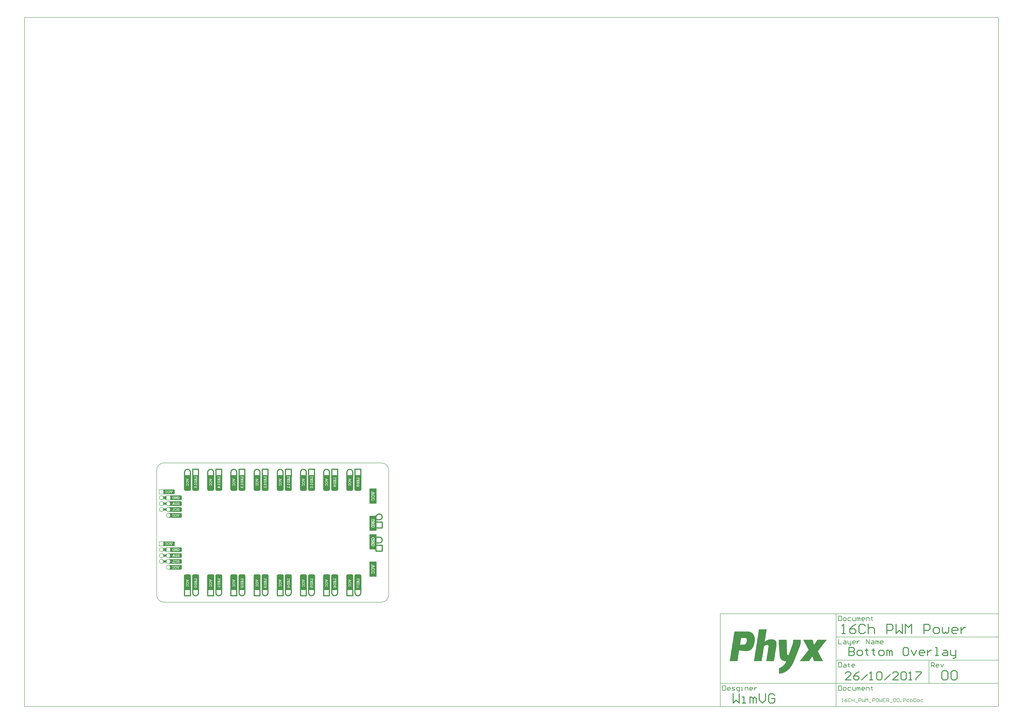
<source format=gbo>
G04 Layer_Color=32896*
%FSLAX25Y25*%
%MOIN*%
G70*
G01*
G75*
%ADD11C,0.00787*%
%ADD13C,0.01575*%
%ADD14C,0.01968*%
%ADD23C,0.00984*%
%ADD36R,0.01575X0.06693*%
%ADD37R,0.04724X0.02953*%
G36*
X347441Y191929D02*
X335630D01*
Y215551D01*
X347441D01*
Y191929D01*
D02*
G37*
G36*
X333661D02*
X321850D01*
Y215551D01*
X333661D01*
Y191929D01*
D02*
G37*
G36*
X308071D02*
X296260D01*
Y215551D01*
X308071D01*
Y191929D01*
D02*
G37*
G36*
X294291D02*
X282480D01*
Y215551D01*
X294291D01*
Y191929D01*
D02*
G37*
G36*
X268701D02*
X256890D01*
Y215551D01*
X268701D01*
Y191929D01*
D02*
G37*
G36*
X254921D02*
X243110D01*
Y215551D01*
X254921D01*
Y191929D01*
D02*
G37*
G36*
X229331D02*
X217520D01*
Y215551D01*
X229331D01*
Y191929D01*
D02*
G37*
G36*
X215551D02*
X203740D01*
Y215551D01*
X215551D01*
Y191929D01*
D02*
G37*
G36*
X189961D02*
X178150D01*
Y215551D01*
X189961D01*
Y191929D01*
D02*
G37*
G36*
X176181D02*
X164370D01*
Y215551D01*
X176181D01*
Y191929D01*
D02*
G37*
G36*
X150591D02*
X138779D01*
Y215551D01*
X150591D01*
Y191929D01*
D02*
G37*
G36*
X136811D02*
X125000D01*
Y215551D01*
X136811D01*
Y191929D01*
D02*
G37*
G36*
X111221D02*
X99410D01*
Y215551D01*
X111221D01*
Y191929D01*
D02*
G37*
G36*
X97441D02*
X85630D01*
Y215551D01*
X97441D01*
Y191929D01*
D02*
G37*
G36*
X71850D02*
X60039D01*
Y215551D01*
X71850D01*
Y191929D01*
D02*
G37*
G36*
X58071D02*
X46260D01*
Y215551D01*
X58071D01*
Y191929D01*
D02*
G37*
G36*
X347441Y191638D02*
X347327Y191068D01*
X347105Y190531D01*
X346782Y190047D01*
X346370Y189636D01*
X345887Y189312D01*
X345350Y189090D01*
X344779Y188976D01*
X338292D01*
X337721Y189090D01*
X337184Y189312D01*
X336700Y189636D01*
X336289Y190047D01*
X335966Y190531D01*
X335743Y191068D01*
X335630Y191638D01*
Y191929D01*
X347441D01*
Y191638D01*
D02*
G37*
G36*
X333661D02*
X333548Y191068D01*
X333325Y190531D01*
X333002Y190047D01*
X332591Y189636D01*
X332107Y189312D01*
X331570Y189090D01*
X330999Y188976D01*
X324512D01*
X323942Y189090D01*
X323405Y189312D01*
X322921Y189636D01*
X322510Y190047D01*
X322186Y190531D01*
X321964Y191068D01*
X321850Y191638D01*
Y191929D01*
X333661D01*
Y191638D01*
D02*
G37*
G36*
X308071D02*
X307957Y191068D01*
X307735Y190531D01*
X307412Y190047D01*
X307000Y189636D01*
X306517Y189312D01*
X305979Y189090D01*
X305409Y188976D01*
X298922D01*
X298351Y189090D01*
X297814Y189312D01*
X297330Y189636D01*
X296919Y190047D01*
X296596Y190531D01*
X296373Y191068D01*
X296260Y191638D01*
Y191929D01*
X308071D01*
Y191638D01*
D02*
G37*
G36*
X294291D02*
X294178Y191068D01*
X293955Y190531D01*
X293632Y190047D01*
X293221Y189636D01*
X292737Y189312D01*
X292200Y189090D01*
X291629Y188976D01*
X285142D01*
X284572Y189090D01*
X284034Y189312D01*
X283551Y189636D01*
X283139Y190047D01*
X282816Y190531D01*
X282594Y191068D01*
X282480Y191638D01*
Y191929D01*
X294291D01*
Y191638D01*
D02*
G37*
G36*
X268701D02*
X268587Y191068D01*
X268365Y190531D01*
X268042Y190047D01*
X267630Y189636D01*
X267147Y189312D01*
X266609Y189090D01*
X266039Y188976D01*
X259552D01*
X258981Y189090D01*
X258444Y189312D01*
X257960Y189636D01*
X257549Y190047D01*
X257226Y190531D01*
X257003Y191068D01*
X256890Y191638D01*
Y191929D01*
X268701D01*
Y191638D01*
D02*
G37*
G36*
X254921D02*
X254808Y191068D01*
X254585Y190531D01*
X254262Y190047D01*
X253851Y189636D01*
X253367Y189312D01*
X252830Y189090D01*
X252259Y188976D01*
X245772D01*
X245202Y189090D01*
X244664Y189312D01*
X244181Y189636D01*
X243769Y190047D01*
X243446Y190531D01*
X243224Y191068D01*
X243110Y191638D01*
Y191929D01*
X254921D01*
Y191638D01*
D02*
G37*
G36*
X229331D02*
X229217Y191068D01*
X228995Y190531D01*
X228672Y190047D01*
X228260Y189636D01*
X227777Y189312D01*
X227239Y189090D01*
X226669Y188976D01*
X220182D01*
X219611Y189090D01*
X219074Y189312D01*
X218590Y189636D01*
X218179Y190047D01*
X217856Y190531D01*
X217633Y191068D01*
X217520Y191638D01*
Y191929D01*
X229331D01*
Y191638D01*
D02*
G37*
G36*
X215551D02*
X215438Y191068D01*
X215215Y190531D01*
X214892Y190047D01*
X214481Y189636D01*
X213997Y189312D01*
X213460Y189090D01*
X212889Y188976D01*
X206402D01*
X205832Y189090D01*
X205294Y189312D01*
X204811Y189636D01*
X204399Y190047D01*
X204076Y190531D01*
X203854Y191068D01*
X203740Y191638D01*
Y191929D01*
X215551D01*
Y191638D01*
D02*
G37*
G36*
X189961D02*
X189847Y191068D01*
X189625Y190531D01*
X189301Y190047D01*
X188890Y189636D01*
X188407Y189312D01*
X187869Y189090D01*
X187299Y188976D01*
X180812D01*
X180241Y189090D01*
X179704Y189312D01*
X179220Y189636D01*
X178809Y190047D01*
X178486Y190531D01*
X178263Y191068D01*
X178150Y191638D01*
Y191929D01*
X189961D01*
Y191638D01*
D02*
G37*
G36*
X176181D02*
X176068Y191068D01*
X175845Y190531D01*
X175522Y190047D01*
X175111Y189636D01*
X174627Y189312D01*
X174090Y189090D01*
X173519Y188976D01*
X167032D01*
X166462Y189090D01*
X165924Y189312D01*
X165441Y189636D01*
X165029Y190047D01*
X164706Y190531D01*
X164483Y191068D01*
X164370Y191638D01*
Y191929D01*
X176181D01*
Y191638D01*
D02*
G37*
G36*
X150591D02*
X150477Y191068D01*
X150254Y190531D01*
X149931Y190047D01*
X149520Y189636D01*
X149036Y189312D01*
X148499Y189090D01*
X147929Y188976D01*
X141441D01*
X140871Y189090D01*
X140334Y189312D01*
X139850Y189636D01*
X139439Y190047D01*
X139116Y190531D01*
X138893Y191068D01*
X138779Y191638D01*
Y191929D01*
X150591D01*
Y191638D01*
D02*
G37*
G36*
X136811D02*
X136697Y191068D01*
X136475Y190531D01*
X136152Y190047D01*
X135740Y189636D01*
X135257Y189312D01*
X134720Y189090D01*
X134149Y188976D01*
X127662D01*
X127092Y189090D01*
X126554Y189312D01*
X126070Y189636D01*
X125659Y190047D01*
X125336Y190531D01*
X125113Y191068D01*
X125000Y191638D01*
Y191929D01*
X136811D01*
Y191638D01*
D02*
G37*
G36*
X111221D02*
X111107Y191068D01*
X110884Y190531D01*
X110561Y190047D01*
X110150Y189636D01*
X109666Y189312D01*
X109129Y189090D01*
X108558Y188976D01*
X102071D01*
X101501Y189090D01*
X100963Y189312D01*
X100480Y189636D01*
X100069Y190047D01*
X99746Y190531D01*
X99523Y191068D01*
X99409Y191638D01*
Y191929D01*
X111221D01*
Y191638D01*
D02*
G37*
G36*
X97441D02*
X97328Y191068D01*
X97105Y190531D01*
X96782Y190047D01*
X96371Y189636D01*
X95887Y189312D01*
X95350Y189090D01*
X94779Y188976D01*
X88292D01*
X87721Y189090D01*
X87184Y189312D01*
X86700Y189636D01*
X86289Y190047D01*
X85966Y190531D01*
X85743Y191068D01*
X85630Y191638D01*
Y191929D01*
X97441D01*
Y191638D01*
D02*
G37*
G36*
X71850D02*
X71737Y191068D01*
X71514Y190531D01*
X71191Y190047D01*
X70780Y189636D01*
X70296Y189312D01*
X69759Y189090D01*
X69188Y188976D01*
X62701D01*
X62131Y189090D01*
X61593Y189312D01*
X61110Y189636D01*
X60699Y190047D01*
X60375Y190531D01*
X60153Y191068D01*
X60039Y191638D01*
Y191929D01*
X71850D01*
Y191638D01*
D02*
G37*
G36*
X58071D02*
X57957Y191068D01*
X57735Y190531D01*
X57412Y190047D01*
X57000Y189636D01*
X56517Y189312D01*
X55979Y189090D01*
X55409Y188976D01*
X48922D01*
X48351Y189090D01*
X47814Y189312D01*
X47330Y189636D01*
X46919Y190047D01*
X46596Y190531D01*
X46373Y191068D01*
X46260Y191638D01*
Y191929D01*
X58071D01*
Y191638D01*
D02*
G37*
G36*
X28622Y191102D02*
X29014D01*
X29737Y190803D01*
X30291Y190249D01*
X30591Y189525D01*
Y189134D01*
Y185197D01*
Y184805D01*
X30291Y184082D01*
X29737Y183528D01*
X29014Y183228D01*
X12874D01*
Y191102D01*
X28622D01*
Y191102D01*
D02*
G37*
G36*
X15846Y174114D02*
X15628Y174333D01*
Y174333D01*
X15438Y174505D01*
X15012Y174790D01*
X14538Y174986D01*
X14036Y175086D01*
X13780Y175098D01*
X11031D01*
X10966Y175111D01*
X10905Y175137D01*
X10850Y175173D01*
X10827Y175197D01*
X10971Y175341D01*
X10971D01*
X11049Y175427D01*
X11179Y175621D01*
X11268Y175836D01*
X11313Y176065D01*
X11319Y176181D01*
Y178150D01*
X11249Y178220D01*
X11138Y178385D01*
X11062Y178568D01*
X11024Y178763D01*
Y178863D01*
Y179429D01*
X14519D01*
X14717Y179439D01*
X15104Y179516D01*
X15470Y179667D01*
X15798Y179887D01*
X15945Y180020D01*
X15846Y174114D01*
D02*
G37*
G36*
X40433Y181102D02*
X40825D01*
X41548Y180803D01*
X42102Y180249D01*
X42402Y179525D01*
Y179134D01*
Y175197D01*
Y174805D01*
X42102Y174082D01*
X41548Y173528D01*
X40825Y173228D01*
X24685D01*
Y181102D01*
X40433D01*
Y181102D01*
D02*
G37*
G36*
X23228Y168898D02*
X22835D01*
X21654Y170079D01*
Y170709D01*
X23228D01*
Y168898D01*
D02*
G37*
G36*
X373031Y167323D02*
X361221D01*
Y192913D01*
X373031D01*
Y167323D01*
D02*
G37*
G36*
X23228Y163622D02*
X21654D01*
Y164252D01*
X22835Y165433D01*
X23228D01*
Y163622D01*
D02*
G37*
G36*
X40433Y171102D02*
X40825D01*
X41548Y170803D01*
X42102Y170249D01*
X42402Y169525D01*
Y169134D01*
Y165197D01*
Y164805D01*
X42102Y164082D01*
X41548Y163528D01*
X40825Y163228D01*
X24685D01*
Y171102D01*
X40433D01*
Y171102D01*
D02*
G37*
G36*
X23228Y158898D02*
X22835D01*
X21654Y160079D01*
Y160709D01*
X23228D01*
Y158898D01*
D02*
G37*
G36*
Y153622D02*
X21654D01*
Y154252D01*
X22835Y155433D01*
X23228D01*
Y153622D01*
D02*
G37*
G36*
X40433Y161102D02*
X40825D01*
X41548Y160803D01*
X42102Y160249D01*
X42402Y159525D01*
Y159134D01*
Y155197D01*
Y154805D01*
X42102Y154082D01*
X41548Y153528D01*
X40825Y153228D01*
X24685D01*
Y161102D01*
X40433D01*
Y161102D01*
D02*
G37*
G36*
X23228Y148898D02*
X22835D01*
X21654Y150079D01*
Y150709D01*
X23228D01*
Y148898D01*
D02*
G37*
G36*
Y143622D02*
X21654D01*
Y144252D01*
X22835Y145433D01*
X23228D01*
Y143622D01*
D02*
G37*
G36*
X40433Y151102D02*
X40825D01*
X41548Y150803D01*
X42102Y150249D01*
X42402Y149525D01*
Y149134D01*
Y145197D01*
Y144805D01*
X42102Y144082D01*
X41548Y143528D01*
X40825Y143228D01*
X24685D01*
Y151102D01*
X40433D01*
Y151102D01*
D02*
G37*
G36*
X373031Y121063D02*
X361221D01*
Y146654D01*
X373031D01*
Y121063D01*
D02*
G37*
G36*
X28622Y102992D02*
X29014D01*
X29737Y102692D01*
X30291Y102139D01*
X30591Y101415D01*
Y101024D01*
Y97087D01*
Y96695D01*
X30291Y95972D01*
X29737Y95418D01*
X29014Y95118D01*
X12874D01*
Y102992D01*
X28622D01*
Y102992D01*
D02*
G37*
G36*
X373031Y89567D02*
X361221D01*
Y115157D01*
X373031D01*
Y89567D01*
D02*
G37*
G36*
X15846Y86004D02*
X15628Y86223D01*
Y86223D01*
X15438Y86395D01*
X15012Y86680D01*
X14538Y86876D01*
X14036Y86976D01*
X13780Y86988D01*
X11031D01*
X10966Y87001D01*
X10905Y87026D01*
X10850Y87063D01*
X10827Y87087D01*
X10971Y87231D01*
X10971D01*
X11049Y87317D01*
X11179Y87511D01*
X11268Y87726D01*
X11313Y87954D01*
X11319Y88071D01*
Y90039D01*
X11249Y90110D01*
X11138Y90275D01*
X11062Y90458D01*
X11024Y90653D01*
Y90752D01*
Y91319D01*
X14519D01*
X14717Y91329D01*
X15104Y91406D01*
X15470Y91557D01*
X15798Y91777D01*
X15945Y91909D01*
X15846Y86004D01*
D02*
G37*
G36*
X40433Y92992D02*
X40825D01*
X41548Y92692D01*
X42102Y92139D01*
X42402Y91415D01*
Y91024D01*
Y87087D01*
Y86695D01*
X42102Y85972D01*
X41548Y85418D01*
X40825Y85118D01*
X24685D01*
Y92992D01*
X40433D01*
Y92992D01*
D02*
G37*
G36*
X23228Y80787D02*
X22835D01*
X21654Y81968D01*
Y82598D01*
X23228D01*
Y80787D01*
D02*
G37*
G36*
Y75512D02*
X21654D01*
Y76142D01*
X22835Y77323D01*
X23228D01*
Y75512D01*
D02*
G37*
G36*
X40433Y82992D02*
X40825D01*
X41548Y82692D01*
X42102Y82139D01*
X42402Y81415D01*
Y81024D01*
Y77087D01*
Y76695D01*
X42102Y75972D01*
X41548Y75418D01*
X40825Y75118D01*
X24685D01*
Y82992D01*
X40433D01*
Y82992D01*
D02*
G37*
G36*
X23228Y70787D02*
X22835D01*
X21654Y71969D01*
Y72598D01*
X23228D01*
Y70787D01*
D02*
G37*
G36*
Y65512D02*
X21654D01*
Y66142D01*
X22835Y67323D01*
X23228D01*
Y65512D01*
D02*
G37*
G36*
X40433Y72992D02*
X40825D01*
X41548Y72692D01*
X42102Y72139D01*
X42402Y71415D01*
Y71024D01*
Y67087D01*
Y66695D01*
X42102Y65971D01*
X41548Y65418D01*
X40825Y65118D01*
X24685D01*
Y72992D01*
X40433D01*
Y72992D01*
D02*
G37*
G36*
X23228Y60787D02*
X22835D01*
X21654Y61968D01*
Y62598D01*
X23228D01*
Y60787D01*
D02*
G37*
G36*
Y55512D02*
X21654D01*
Y56142D01*
X22835Y57323D01*
X23228D01*
Y55512D01*
D02*
G37*
G36*
X40433Y62992D02*
X40825D01*
X41548Y62692D01*
X42102Y62139D01*
X42402Y61415D01*
Y61024D01*
Y57087D01*
Y56695D01*
X42102Y55972D01*
X41548Y55418D01*
X40825Y55118D01*
X24685D01*
Y62992D01*
X40433D01*
Y62992D01*
D02*
G37*
G36*
X373031Y43307D02*
X361221D01*
Y68898D01*
X373031D01*
Y43307D01*
D02*
G37*
G36*
X345350Y47131D02*
X345887Y46908D01*
X346371Y46585D01*
X346782Y46174D01*
X347105Y45690D01*
X347327Y45153D01*
X347441Y44582D01*
Y44291D01*
Y20669D01*
X335630D01*
Y44291D01*
X335630D01*
Y44582D01*
X335743Y45153D01*
X335966Y45690D01*
X336289Y46174D01*
X336700Y46585D01*
X337184Y46908D01*
X337721Y47131D01*
X338292Y47244D01*
X344779D01*
X345350Y47131D01*
D02*
G37*
G36*
X331570D02*
X332107Y46908D01*
X332591Y46585D01*
X333002Y46174D01*
X333325Y45690D01*
X333548Y45153D01*
X333661Y44582D01*
Y44291D01*
Y20669D01*
X321850D01*
Y44291D01*
X321850D01*
Y44582D01*
X321964Y45153D01*
X322186Y45690D01*
X322510Y46174D01*
X322921Y46585D01*
X323405Y46908D01*
X323942Y47131D01*
X324512Y47244D01*
X330999D01*
X331570Y47131D01*
D02*
G37*
G36*
X305979D02*
X306517Y46908D01*
X307000Y46585D01*
X307412Y46174D01*
X307735Y45690D01*
X307957Y45153D01*
X308071Y44582D01*
Y44291D01*
Y20669D01*
X296260D01*
Y44291D01*
X296260D01*
Y44582D01*
X296373Y45153D01*
X296596Y45690D01*
X296919Y46174D01*
X297330Y46585D01*
X297814Y46908D01*
X298351Y47131D01*
X298922Y47244D01*
X305409D01*
X305979Y47131D01*
D02*
G37*
G36*
X292200D02*
X292737Y46908D01*
X293221Y46585D01*
X293632Y46174D01*
X293955Y45690D01*
X294178Y45153D01*
X294291Y44582D01*
Y44291D01*
Y20669D01*
X282480D01*
Y44291D01*
X282480D01*
Y44582D01*
X282594Y45153D01*
X282816Y45690D01*
X283139Y46174D01*
X283551Y46585D01*
X284034Y46908D01*
X284572Y47131D01*
X285142Y47244D01*
X291629D01*
X292200Y47131D01*
D02*
G37*
G36*
X266609D02*
X267147Y46908D01*
X267630Y46585D01*
X268042Y46174D01*
X268365Y45690D01*
X268587Y45153D01*
X268701Y44582D01*
Y44291D01*
Y20669D01*
X256890D01*
Y44291D01*
X256890D01*
Y44582D01*
X257003Y45153D01*
X257226Y45690D01*
X257549Y46174D01*
X257960Y46585D01*
X258444Y46908D01*
X258981Y47131D01*
X259552Y47244D01*
X266039D01*
X266609Y47131D01*
D02*
G37*
G36*
X252830D02*
X253367Y46908D01*
X253851Y46585D01*
X254262Y46174D01*
X254585Y45690D01*
X254808Y45153D01*
X254921Y44582D01*
Y44291D01*
Y20669D01*
X243110D01*
Y44291D01*
X243110D01*
Y44582D01*
X243224Y45153D01*
X243446Y45690D01*
X243769Y46174D01*
X244181Y46585D01*
X244664Y46908D01*
X245202Y47131D01*
X245772Y47244D01*
X252259D01*
X252830Y47131D01*
D02*
G37*
G36*
X227239D02*
X227777Y46908D01*
X228260Y46585D01*
X228672Y46174D01*
X228995Y45690D01*
X229217Y45153D01*
X229331Y44582D01*
Y44291D01*
Y20669D01*
X217520D01*
Y44291D01*
X217520D01*
Y44582D01*
X217633Y45153D01*
X217856Y45690D01*
X218179Y46174D01*
X218590Y46585D01*
X219074Y46908D01*
X219611Y47131D01*
X220182Y47244D01*
X226669D01*
X227239Y47131D01*
D02*
G37*
G36*
X213460D02*
X213997Y46908D01*
X214481Y46585D01*
X214892Y46174D01*
X215215Y45690D01*
X215438Y45153D01*
X215551Y44582D01*
Y44291D01*
Y20669D01*
X203740D01*
Y44291D01*
X203740D01*
Y44582D01*
X203854Y45153D01*
X204076Y45690D01*
X204399Y46174D01*
X204811Y46585D01*
X205294Y46908D01*
X205832Y47131D01*
X206402Y47244D01*
X212889D01*
X213460Y47131D01*
D02*
G37*
G36*
X187869D02*
X188407Y46908D01*
X188890Y46585D01*
X189301Y46174D01*
X189625Y45690D01*
X189847Y45153D01*
X189961Y44582D01*
Y44291D01*
Y20669D01*
X178150D01*
Y44291D01*
X178150D01*
Y44582D01*
X178263Y45153D01*
X178486Y45690D01*
X178809Y46174D01*
X179220Y46585D01*
X179704Y46908D01*
X180241Y47131D01*
X180812Y47244D01*
X187299D01*
X187869Y47131D01*
D02*
G37*
G36*
X174090D02*
X174627Y46908D01*
X175111Y46585D01*
X175522Y46174D01*
X175845Y45690D01*
X176068Y45153D01*
X176181Y44582D01*
Y44291D01*
Y20669D01*
X164370D01*
Y44291D01*
X164370D01*
Y44582D01*
X164484Y45153D01*
X164706Y45690D01*
X165029Y46174D01*
X165441Y46585D01*
X165924Y46908D01*
X166462Y47131D01*
X167032Y47244D01*
X173519D01*
X174090Y47131D01*
D02*
G37*
G36*
X148499D02*
X149037Y46908D01*
X149520Y46585D01*
X149931Y46174D01*
X150254Y45690D01*
X150477Y45153D01*
X150591Y44582D01*
Y44291D01*
Y20669D01*
X138779D01*
Y44291D01*
X138779D01*
Y44582D01*
X138893Y45153D01*
X139116Y45690D01*
X139439Y46174D01*
X139850Y46585D01*
X140334Y46908D01*
X140871Y47131D01*
X141442Y47244D01*
X147929D01*
X148499Y47131D01*
D02*
G37*
G36*
X134720D02*
X135257Y46908D01*
X135741Y46585D01*
X136152Y46174D01*
X136475Y45690D01*
X136698Y45153D01*
X136811Y44582D01*
Y44291D01*
Y20669D01*
X125000D01*
Y44291D01*
X125000D01*
Y44582D01*
X125113Y45153D01*
X125336Y45690D01*
X125659Y46174D01*
X126070Y46585D01*
X126554Y46908D01*
X127092Y47131D01*
X127662Y47244D01*
X134149D01*
X134720Y47131D01*
D02*
G37*
G36*
X109129D02*
X109666Y46908D01*
X110150Y46585D01*
X110561Y46174D01*
X110884Y45690D01*
X111107Y45153D01*
X111221Y44582D01*
Y44291D01*
Y20669D01*
X99410D01*
Y44291D01*
X99410D01*
Y44582D01*
X99523Y45153D01*
X99746Y45690D01*
X100069Y46174D01*
X100480Y46585D01*
X100963Y46908D01*
X101501Y47131D01*
X102071Y47244D01*
X108558D01*
X109129Y47131D01*
D02*
G37*
G36*
X95350D02*
X95887Y46908D01*
X96371Y46585D01*
X96782Y46174D01*
X97105Y45690D01*
X97328Y45153D01*
X97441Y44582D01*
Y44291D01*
Y20669D01*
X85630D01*
Y44291D01*
X85630D01*
Y44582D01*
X85743Y45153D01*
X85966Y45690D01*
X86289Y46174D01*
X86700Y46585D01*
X87184Y46908D01*
X87721Y47131D01*
X88292Y47244D01*
X94779D01*
X95350Y47131D01*
D02*
G37*
G36*
X69759D02*
X70296Y46908D01*
X70780Y46585D01*
X71191Y46174D01*
X71514Y45690D01*
X71737Y45153D01*
X71850Y44582D01*
Y44291D01*
Y20669D01*
X60039D01*
Y44291D01*
X60039D01*
Y44582D01*
X60153Y45153D01*
X60375Y45690D01*
X60699Y46174D01*
X61110Y46585D01*
X61594Y46908D01*
X62131Y47131D01*
X62701Y47244D01*
X69188D01*
X69759Y47131D01*
D02*
G37*
G36*
X55979D02*
X56517Y46908D01*
X57000Y46585D01*
X57412Y46174D01*
X57735Y45690D01*
X57957Y45153D01*
X58071Y44582D01*
Y44291D01*
Y20669D01*
X46260D01*
Y44291D01*
X46260D01*
Y44582D01*
X46373Y45153D01*
X46596Y45690D01*
X46919Y46174D01*
X47330Y46585D01*
X47814Y46908D01*
X48351Y47131D01*
X48922Y47244D01*
X55409D01*
X55979Y47131D01*
D02*
G37*
G36*
X1137613Y-64032D02*
X1137326D01*
Y-64318D01*
X1137040D01*
Y-64605D01*
Y-64891D01*
X1136754D01*
Y-65177D01*
X1136467D01*
Y-65464D01*
X1136181D01*
Y-65750D01*
Y-66036D01*
X1135895D01*
Y-66322D01*
X1135608D01*
Y-66609D01*
X1135322D01*
Y-66895D01*
X1135036D01*
Y-67181D01*
Y-67468D01*
X1134750D01*
Y-67754D01*
X1134463D01*
Y-68040D01*
X1134177D01*
Y-68327D01*
Y-68613D01*
X1133891D01*
Y-68899D01*
X1133604D01*
Y-69186D01*
X1133318D01*
Y-69472D01*
X1133032D01*
Y-69758D01*
Y-70044D01*
X1132745D01*
Y-70331D01*
X1132459D01*
Y-70617D01*
X1132173D01*
Y-70903D01*
Y-71190D01*
X1131886D01*
Y-71476D01*
X1131600D01*
Y-71762D01*
X1131314D01*
Y-72049D01*
Y-72335D01*
X1131028D01*
Y-72621D01*
X1130741D01*
Y-72908D01*
X1130455D01*
Y-73194D01*
X1130169D01*
Y-73480D01*
Y-73767D01*
X1129882D01*
Y-74053D01*
X1129596D01*
Y-74339D01*
X1129310D01*
Y-74625D01*
Y-74912D01*
X1129023D01*
Y-75198D01*
X1128737D01*
Y-75485D01*
X1128451D01*
Y-75771D01*
Y-76057D01*
X1128164D01*
Y-76343D01*
X1127878D01*
Y-76630D01*
X1127592D01*
Y-76916D01*
X1127306D01*
Y-77202D01*
Y-77489D01*
X1127019D01*
Y-77775D01*
X1126733D01*
Y-78061D01*
X1126447D01*
Y-78348D01*
Y-78634D01*
X1126160D01*
Y-78920D01*
X1125874D01*
Y-79207D01*
X1125588D01*
Y-79493D01*
Y-79779D01*
X1125301D01*
Y-80066D01*
X1125015D01*
Y-80352D01*
X1124729D01*
Y-80638D01*
X1124442D01*
Y-80924D01*
Y-81211D01*
X1124156D01*
Y-81497D01*
X1123870D01*
Y-81783D01*
X1123583D01*
Y-82070D01*
Y-82356D01*
X1123297D01*
Y-82642D01*
X1123011D01*
Y-82929D01*
X1122725D01*
Y-83215D01*
X1122438D01*
Y-83501D01*
Y-83788D01*
X1122725D01*
Y-84074D01*
Y-84360D01*
X1123011D01*
Y-84646D01*
Y-84933D01*
X1123297D01*
Y-85219D01*
X1123583D01*
Y-85505D01*
Y-85792D01*
X1123870D01*
Y-86078D01*
Y-86364D01*
X1124156D01*
Y-86651D01*
Y-86937D01*
X1124442D01*
Y-87223D01*
Y-87510D01*
X1124729D01*
Y-87796D01*
Y-88082D01*
X1125015D01*
Y-88369D01*
Y-88655D01*
X1125301D01*
Y-88941D01*
Y-89227D01*
X1125588D01*
Y-89514D01*
Y-89800D01*
X1125874D01*
Y-90086D01*
X1126160D01*
Y-90373D01*
Y-90659D01*
X1126447D01*
Y-90945D01*
Y-91232D01*
X1126733D01*
Y-91518D01*
Y-91804D01*
X1127019D01*
Y-92091D01*
Y-92377D01*
X1127306D01*
Y-92663D01*
Y-92950D01*
X1127592D01*
Y-93236D01*
Y-93522D01*
X1127878D01*
Y-93809D01*
Y-94095D01*
X1128164D01*
Y-94381D01*
X1128451D01*
Y-94667D01*
Y-94954D01*
X1128737D01*
Y-95240D01*
Y-95526D01*
X1129023D01*
Y-95813D01*
Y-96099D01*
X1129310D01*
Y-96385D01*
Y-96672D01*
X1129596D01*
Y-96958D01*
Y-97244D01*
X1129882D01*
Y-97531D01*
Y-97817D01*
X1130169D01*
Y-98103D01*
Y-98390D01*
X1130455D01*
Y-98676D01*
X1130741D01*
Y-98962D01*
Y-99248D01*
X1131028D01*
Y-99535D01*
Y-99821D01*
X1131314D01*
Y-100107D01*
X1116139D01*
Y-99821D01*
X1115853D01*
Y-99535D01*
Y-99248D01*
Y-98962D01*
X1115567D01*
Y-98676D01*
Y-98390D01*
Y-98103D01*
X1115280D01*
Y-97817D01*
Y-97531D01*
X1114994D01*
Y-97244D01*
Y-96958D01*
Y-96672D01*
X1114708D01*
Y-96385D01*
Y-96099D01*
Y-95813D01*
X1114421D01*
Y-95526D01*
Y-95240D01*
X1114135D01*
Y-94954D01*
Y-94667D01*
Y-94381D01*
X1113849D01*
Y-94095D01*
Y-93809D01*
Y-93522D01*
X1113562D01*
Y-93236D01*
Y-92950D01*
Y-92663D01*
X1113276D01*
Y-92377D01*
X1112704D01*
Y-92663D01*
Y-92950D01*
X1112417D01*
Y-93236D01*
X1112131D01*
Y-93522D01*
Y-93809D01*
X1111845D01*
Y-94095D01*
X1111558D01*
Y-94381D01*
Y-94667D01*
X1111272D01*
Y-94954D01*
X1110986D01*
Y-95240D01*
Y-95526D01*
X1110699D01*
Y-95813D01*
X1110413D01*
Y-96099D01*
X1110127D01*
Y-96385D01*
Y-96672D01*
X1109840D01*
Y-96958D01*
X1109554D01*
Y-97244D01*
Y-97531D01*
X1109268D01*
Y-97817D01*
X1108981D01*
Y-98103D01*
Y-98390D01*
X1108695D01*
Y-98676D01*
X1108409D01*
Y-98962D01*
Y-99248D01*
X1108123D01*
Y-99535D01*
X1107836D01*
Y-99821D01*
Y-100107D01*
X1091803D01*
Y-99821D01*
X1092089D01*
Y-99535D01*
X1092375D01*
Y-99248D01*
X1092662D01*
Y-98962D01*
X1092948D01*
Y-98676D01*
Y-98390D01*
X1093234D01*
Y-98103D01*
X1093521D01*
Y-97817D01*
X1093807D01*
Y-97531D01*
X1094093D01*
Y-97244D01*
Y-96958D01*
X1094380D01*
Y-96672D01*
X1094666D01*
Y-96385D01*
X1094952D01*
Y-96099D01*
Y-95813D01*
X1095238D01*
Y-95526D01*
X1095525D01*
Y-95240D01*
X1095811D01*
Y-94954D01*
X1096097D01*
Y-94667D01*
Y-94381D01*
X1096384D01*
Y-94095D01*
X1096670D01*
Y-93809D01*
X1096956D01*
Y-93522D01*
X1097243D01*
Y-93236D01*
Y-92950D01*
X1097529D01*
Y-92663D01*
X1097815D01*
Y-92377D01*
X1098102D01*
Y-92091D01*
Y-91804D01*
X1098388D01*
Y-91518D01*
X1098674D01*
Y-91232D01*
X1098960D01*
Y-90945D01*
X1099247D01*
Y-90659D01*
Y-90373D01*
X1099533D01*
Y-90086D01*
X1099819D01*
Y-89800D01*
X1100106D01*
Y-89514D01*
Y-89227D01*
X1100392D01*
Y-88941D01*
X1100678D01*
Y-88655D01*
X1100965D01*
Y-88369D01*
X1101251D01*
Y-88082D01*
Y-87796D01*
X1101537D01*
Y-87510D01*
X1101824D01*
Y-87223D01*
X1102110D01*
Y-86937D01*
Y-86651D01*
X1102396D01*
Y-86364D01*
X1102683D01*
Y-86078D01*
X1102969D01*
Y-85792D01*
X1103255D01*
Y-85505D01*
Y-85219D01*
X1103541D01*
Y-84933D01*
X1103828D01*
Y-84646D01*
X1104114D01*
Y-84360D01*
X1104400D01*
Y-84074D01*
Y-83788D01*
X1104687D01*
Y-83501D01*
X1104973D01*
Y-83215D01*
X1105259D01*
Y-82929D01*
Y-82642D01*
X1105546D01*
Y-82356D01*
X1105832D01*
Y-82070D01*
X1106118D01*
Y-81783D01*
X1106405D01*
Y-81497D01*
Y-81211D01*
X1106691D01*
Y-80924D01*
Y-80638D01*
Y-80352D01*
X1106405D01*
Y-80066D01*
X1106118D01*
Y-79779D01*
Y-79493D01*
X1105832D01*
Y-79207D01*
Y-78920D01*
X1105546D01*
Y-78634D01*
Y-78348D01*
X1105259D01*
Y-78061D01*
Y-77775D01*
X1104973D01*
Y-77489D01*
Y-77202D01*
X1104687D01*
Y-76916D01*
Y-76630D01*
X1104400D01*
Y-76343D01*
X1104114D01*
Y-76057D01*
Y-75771D01*
X1103828D01*
Y-75485D01*
Y-75198D01*
X1103541D01*
Y-74912D01*
Y-74625D01*
X1103255D01*
Y-74339D01*
Y-74053D01*
X1102969D01*
Y-73767D01*
Y-73480D01*
X1102683D01*
Y-73194D01*
Y-72908D01*
X1102396D01*
Y-72621D01*
X1102110D01*
Y-72335D01*
Y-72049D01*
X1101824D01*
Y-71762D01*
Y-71476D01*
X1101537D01*
Y-71190D01*
Y-70903D01*
X1101251D01*
Y-70617D01*
Y-70331D01*
X1100965D01*
Y-70044D01*
Y-69758D01*
X1100678D01*
Y-69472D01*
Y-69186D01*
X1100392D01*
Y-68899D01*
Y-68613D01*
X1100106D01*
Y-68327D01*
X1099819D01*
Y-68040D01*
Y-67754D01*
X1099533D01*
Y-67468D01*
Y-67181D01*
X1099247D01*
Y-66895D01*
Y-66609D01*
X1098960D01*
Y-66322D01*
Y-66036D01*
X1098674D01*
Y-65750D01*
Y-65464D01*
X1098388D01*
Y-65177D01*
Y-64891D01*
X1098102D01*
Y-64605D01*
X1097815D01*
Y-64318D01*
Y-64032D01*
X1097529D01*
Y-63746D01*
X1113276D01*
Y-64032D01*
X1113562D01*
Y-64318D01*
Y-64605D01*
Y-64891D01*
X1113849D01*
Y-65177D01*
Y-65464D01*
Y-65750D01*
X1114135D01*
Y-66036D01*
Y-66322D01*
Y-66609D01*
X1114421D01*
Y-66895D01*
Y-67181D01*
Y-67468D01*
X1114708D01*
Y-67754D01*
Y-68040D01*
Y-68327D01*
X1114994D01*
Y-68613D01*
Y-68899D01*
Y-69186D01*
X1115280D01*
Y-69472D01*
Y-69758D01*
Y-70044D01*
X1115567D01*
Y-70331D01*
Y-70617D01*
Y-70903D01*
X1115853D01*
Y-71190D01*
Y-71476D01*
Y-71762D01*
Y-72049D01*
X1116426D01*
Y-71762D01*
X1116712D01*
Y-71476D01*
X1116998D01*
Y-71190D01*
Y-70903D01*
X1117284D01*
Y-70617D01*
X1117571D01*
Y-70331D01*
Y-70044D01*
X1117857D01*
Y-69758D01*
X1118143D01*
Y-69472D01*
Y-69186D01*
X1118430D01*
Y-68899D01*
X1118716D01*
Y-68613D01*
Y-68327D01*
X1119002D01*
Y-68040D01*
X1119289D01*
Y-67754D01*
Y-67468D01*
X1119575D01*
Y-67181D01*
X1119861D01*
Y-66895D01*
Y-66609D01*
X1120148D01*
Y-66322D01*
X1120434D01*
Y-66036D01*
Y-65750D01*
X1120720D01*
Y-65464D01*
X1121007D01*
Y-65177D01*
Y-64891D01*
X1121293D01*
Y-64605D01*
X1121579D01*
Y-64318D01*
Y-64032D01*
X1121865D01*
Y-63746D01*
X1137613D01*
Y-64032D01*
D02*
G37*
G36*
X1004477Y-50003D02*
X1006195D01*
Y-50289D01*
X1007054D01*
Y-50575D01*
X1007913D01*
Y-50862D01*
X1008772D01*
Y-51148D01*
X1009345D01*
Y-51434D01*
X1009631D01*
Y-51720D01*
X1010203D01*
Y-52007D01*
X1010490D01*
Y-52293D01*
X1011062D01*
Y-52579D01*
X1011349D01*
Y-52866D01*
X1011635D01*
Y-53152D01*
X1011921D01*
Y-53438D01*
X1012208D01*
Y-53725D01*
X1012494D01*
Y-54011D01*
X1012780D01*
Y-54297D01*
Y-54584D01*
X1013067D01*
Y-54870D01*
X1013353D01*
Y-55156D01*
Y-55443D01*
X1013639D01*
Y-55729D01*
X1013926D01*
Y-56015D01*
Y-56301D01*
X1014212D01*
Y-56588D01*
Y-56874D01*
Y-57161D01*
X1014498D01*
Y-57447D01*
Y-57733D01*
Y-58019D01*
X1014785D01*
Y-58306D01*
Y-58592D01*
Y-58878D01*
Y-59165D01*
X1015071D01*
Y-59451D01*
Y-59737D01*
Y-60024D01*
Y-60310D01*
Y-60596D01*
X1015357D01*
Y-60883D01*
Y-61169D01*
Y-61455D01*
Y-61742D01*
Y-62028D01*
Y-62314D01*
Y-62600D01*
Y-62887D01*
Y-63173D01*
Y-63459D01*
Y-63746D01*
Y-64032D01*
Y-64318D01*
Y-64605D01*
Y-64891D01*
Y-65177D01*
Y-65464D01*
Y-65750D01*
Y-66036D01*
Y-66322D01*
X1015071D01*
Y-66609D01*
Y-66895D01*
Y-67181D01*
Y-67468D01*
Y-67754D01*
Y-68040D01*
Y-68327D01*
X1014785D01*
Y-68613D01*
Y-68899D01*
Y-69186D01*
Y-69472D01*
Y-69758D01*
X1014498D01*
Y-70044D01*
Y-70331D01*
Y-70617D01*
Y-70903D01*
Y-71190D01*
X1014212D01*
Y-71476D01*
Y-71762D01*
Y-72049D01*
X1013926D01*
Y-72335D01*
Y-72621D01*
Y-72908D01*
Y-73194D01*
X1013639D01*
Y-73480D01*
Y-73767D01*
Y-74053D01*
X1013353D01*
Y-74339D01*
Y-74625D01*
X1013067D01*
Y-74912D01*
Y-75198D01*
Y-75485D01*
X1012780D01*
Y-75771D01*
Y-76057D01*
X1012494D01*
Y-76343D01*
Y-76630D01*
X1012208D01*
Y-76916D01*
Y-77202D01*
X1011921D01*
Y-77489D01*
X1011635D01*
Y-77775D01*
Y-78061D01*
X1011349D01*
Y-78348D01*
X1011062D01*
Y-78634D01*
X1010776D01*
Y-78920D01*
Y-79207D01*
X1010490D01*
Y-79493D01*
X1010203D01*
Y-79779D01*
X1009917D01*
Y-80066D01*
X1009631D01*
Y-80352D01*
X1009345D01*
Y-80638D01*
X1008772D01*
Y-80924D01*
X1008486D01*
Y-81211D01*
X1007913D01*
Y-81497D01*
X1007627D01*
Y-81783D01*
X1007054D01*
Y-82070D01*
X1006195D01*
Y-82356D01*
X1005336D01*
Y-82642D01*
X1004477D01*
Y-82929D01*
X1002759D01*
Y-83215D01*
X997606D01*
Y-82929D01*
X995029D01*
Y-82642D01*
X993025D01*
Y-82356D01*
X991593D01*
Y-82070D01*
X990162D01*
Y-81783D01*
X988730D01*
Y-82070D01*
Y-82356D01*
Y-82642D01*
Y-82929D01*
Y-83215D01*
Y-83501D01*
Y-83788D01*
X988444D01*
Y-84074D01*
Y-84360D01*
Y-84646D01*
Y-84933D01*
Y-85219D01*
Y-85505D01*
X988157D01*
Y-85792D01*
Y-86078D01*
Y-86364D01*
Y-86651D01*
Y-86937D01*
Y-87223D01*
X987871D01*
Y-87510D01*
Y-87796D01*
Y-88082D01*
Y-88369D01*
Y-88655D01*
Y-88941D01*
Y-89227D01*
X987585D01*
Y-89514D01*
Y-89800D01*
Y-90086D01*
Y-90373D01*
Y-90659D01*
Y-90945D01*
X987298D01*
Y-91232D01*
Y-91518D01*
Y-91804D01*
Y-92091D01*
Y-92377D01*
Y-92663D01*
X987012D01*
Y-92950D01*
Y-93236D01*
Y-93522D01*
Y-93809D01*
Y-94095D01*
Y-94381D01*
Y-94667D01*
X986726D01*
Y-94954D01*
Y-95240D01*
Y-95526D01*
Y-95813D01*
Y-96099D01*
Y-96385D01*
X986440D01*
Y-96672D01*
Y-96958D01*
Y-97244D01*
Y-97531D01*
Y-97817D01*
Y-98103D01*
X986153D01*
Y-98390D01*
Y-98676D01*
Y-98962D01*
Y-99248D01*
Y-99535D01*
Y-99821D01*
Y-100107D01*
X972696D01*
Y-99821D01*
X972983D01*
Y-99535D01*
Y-99248D01*
Y-98962D01*
Y-98676D01*
Y-98390D01*
X973269D01*
Y-98103D01*
Y-97817D01*
Y-97531D01*
Y-97244D01*
Y-96958D01*
Y-96672D01*
Y-96385D01*
X973555D01*
Y-96099D01*
Y-95813D01*
Y-95526D01*
Y-95240D01*
Y-94954D01*
Y-94667D01*
X973842D01*
Y-94381D01*
Y-94095D01*
Y-93809D01*
Y-93522D01*
Y-93236D01*
Y-92950D01*
X974128D01*
Y-92663D01*
Y-92377D01*
Y-92091D01*
Y-91804D01*
Y-91518D01*
Y-91232D01*
Y-90945D01*
X974414D01*
Y-90659D01*
Y-90373D01*
Y-90086D01*
Y-89800D01*
Y-89514D01*
Y-89227D01*
X974701D01*
Y-88941D01*
Y-88655D01*
Y-88369D01*
Y-88082D01*
Y-87796D01*
Y-87510D01*
X974987D01*
Y-87223D01*
Y-86937D01*
Y-86651D01*
Y-86364D01*
Y-86078D01*
Y-85792D01*
X975273D01*
Y-85505D01*
Y-85219D01*
Y-84933D01*
Y-84646D01*
Y-84360D01*
Y-84074D01*
Y-83788D01*
X975560D01*
Y-83501D01*
Y-83215D01*
Y-82929D01*
Y-82642D01*
Y-82356D01*
Y-82070D01*
X975846D01*
Y-81783D01*
Y-81497D01*
Y-81211D01*
Y-80924D01*
Y-80638D01*
Y-80352D01*
X976132D01*
Y-80066D01*
Y-79779D01*
Y-79493D01*
Y-79207D01*
Y-78920D01*
Y-78634D01*
X976419D01*
Y-78348D01*
Y-78061D01*
Y-77775D01*
Y-77489D01*
Y-77202D01*
Y-76916D01*
Y-76630D01*
X976705D01*
Y-76343D01*
Y-76057D01*
Y-75771D01*
Y-75485D01*
Y-75198D01*
Y-74912D01*
X976991D01*
Y-74625D01*
Y-74339D01*
Y-74053D01*
Y-73767D01*
Y-73480D01*
Y-73194D01*
X977277D01*
Y-72908D01*
Y-72621D01*
Y-72335D01*
Y-72049D01*
Y-71762D01*
Y-71476D01*
Y-71190D01*
X977564D01*
Y-70903D01*
Y-70617D01*
Y-70331D01*
Y-70044D01*
Y-69758D01*
Y-69472D01*
X977850D01*
Y-69186D01*
Y-68899D01*
Y-68613D01*
Y-68327D01*
Y-68040D01*
Y-67754D01*
X978137D01*
Y-67468D01*
Y-67181D01*
Y-66895D01*
Y-66609D01*
Y-66322D01*
Y-66036D01*
X978423D01*
Y-65750D01*
Y-65464D01*
Y-65177D01*
Y-64891D01*
Y-64605D01*
Y-64318D01*
Y-64032D01*
X978709D01*
Y-63746D01*
Y-63459D01*
Y-63173D01*
Y-62887D01*
Y-62600D01*
Y-62314D01*
X978995D01*
Y-62028D01*
Y-61742D01*
Y-61455D01*
Y-61169D01*
Y-60883D01*
Y-60596D01*
X979282D01*
Y-60310D01*
Y-60024D01*
Y-59737D01*
Y-59451D01*
Y-59165D01*
Y-58878D01*
Y-58592D01*
X979568D01*
Y-58306D01*
Y-58019D01*
Y-57733D01*
Y-57447D01*
Y-57161D01*
Y-56874D01*
X979854D01*
Y-56588D01*
Y-56301D01*
Y-56015D01*
Y-55729D01*
Y-55443D01*
Y-55156D01*
X980141D01*
Y-54870D01*
Y-54584D01*
Y-54297D01*
Y-54011D01*
Y-53725D01*
Y-53438D01*
Y-53152D01*
X980427D01*
Y-52866D01*
Y-52579D01*
Y-52293D01*
Y-52007D01*
Y-51720D01*
Y-51434D01*
X980713D01*
Y-51148D01*
Y-50862D01*
Y-50575D01*
Y-50289D01*
Y-50003D01*
Y-49716D01*
X1004477D01*
Y-50003D01*
D02*
G37*
G36*
X1093521Y-64032D02*
Y-64318D01*
Y-64605D01*
Y-64891D01*
Y-65177D01*
Y-65464D01*
Y-65750D01*
Y-66036D01*
Y-66322D01*
Y-66609D01*
Y-66895D01*
Y-67181D01*
Y-67468D01*
Y-67754D01*
Y-68040D01*
Y-68327D01*
Y-68613D01*
Y-68899D01*
Y-69186D01*
Y-69472D01*
Y-69758D01*
X1093234D01*
Y-70044D01*
Y-70331D01*
Y-70617D01*
Y-70903D01*
Y-71190D01*
X1092948D01*
Y-71476D01*
Y-71762D01*
Y-72049D01*
Y-72335D01*
X1092662D01*
Y-72621D01*
Y-72908D01*
Y-73194D01*
Y-73480D01*
X1092375D01*
Y-73767D01*
Y-74053D01*
Y-74339D01*
X1092089D01*
Y-74625D01*
Y-74912D01*
Y-75198D01*
X1091803D01*
Y-75485D01*
Y-75771D01*
Y-76057D01*
X1091516D01*
Y-76343D01*
Y-76630D01*
Y-76916D01*
X1091230D01*
Y-77202D01*
Y-77489D01*
X1090944D01*
Y-77775D01*
Y-78061D01*
X1090657D01*
Y-78348D01*
Y-78634D01*
Y-78920D01*
X1090371D01*
Y-79207D01*
Y-79493D01*
X1090085D01*
Y-79779D01*
Y-80066D01*
Y-80352D01*
X1089799D01*
Y-80638D01*
Y-80924D01*
X1089512D01*
Y-81211D01*
Y-81497D01*
Y-81783D01*
X1089226D01*
Y-82070D01*
Y-82356D01*
X1088939D01*
Y-82642D01*
Y-82929D01*
Y-83215D01*
X1088653D01*
Y-83501D01*
Y-83788D01*
X1088367D01*
Y-84074D01*
Y-84360D01*
Y-84646D01*
X1088081D01*
Y-84933D01*
Y-85219D01*
X1087794D01*
Y-85505D01*
Y-85792D01*
Y-86078D01*
X1087508D01*
Y-86364D01*
Y-86651D01*
X1087222D01*
Y-86937D01*
Y-87223D01*
Y-87510D01*
X1086935D01*
Y-87796D01*
Y-88082D01*
X1086649D01*
Y-88369D01*
Y-88655D01*
Y-88941D01*
X1086363D01*
Y-89227D01*
Y-89514D01*
X1086076D01*
Y-89800D01*
Y-90086D01*
Y-90373D01*
X1085790D01*
Y-90659D01*
Y-90945D01*
X1085504D01*
Y-91232D01*
Y-91518D01*
Y-91804D01*
X1085217D01*
Y-92091D01*
Y-92377D01*
X1084931D01*
Y-92663D01*
Y-92950D01*
Y-93236D01*
X1084645D01*
Y-93522D01*
Y-93809D01*
X1084359D01*
Y-94095D01*
Y-94381D01*
Y-94667D01*
X1084072D01*
Y-94954D01*
Y-95240D01*
X1083786D01*
Y-95526D01*
Y-95813D01*
Y-96099D01*
X1083500D01*
Y-96385D01*
Y-96672D01*
X1083213D01*
Y-96958D01*
Y-97244D01*
Y-97531D01*
X1082927D01*
Y-97817D01*
Y-98103D01*
X1082641D01*
Y-98390D01*
Y-98676D01*
Y-98962D01*
X1082354D01*
Y-99248D01*
Y-99535D01*
X1082068D01*
Y-99821D01*
Y-100107D01*
Y-100394D01*
X1081782D01*
Y-100680D01*
Y-100966D01*
X1081495D01*
Y-101253D01*
Y-101539D01*
X1081209D01*
Y-101825D01*
Y-102112D01*
X1080923D01*
Y-102398D01*
Y-102684D01*
Y-102971D01*
X1080637D01*
Y-103257D01*
X1080350D01*
Y-103543D01*
Y-103829D01*
Y-104116D01*
X1080064D01*
Y-104402D01*
X1079778D01*
Y-104688D01*
Y-104975D01*
X1079491D01*
Y-105261D01*
Y-105547D01*
X1079205D01*
Y-105834D01*
Y-106120D01*
X1078919D01*
Y-106406D01*
Y-106693D01*
X1078632D01*
Y-106979D01*
X1078346D01*
Y-107265D01*
Y-107552D01*
X1078060D01*
Y-107838D01*
Y-108124D01*
X1077773D01*
Y-108410D01*
X1077487D01*
Y-108697D01*
X1077201D01*
Y-108983D01*
Y-109269D01*
X1076914D01*
Y-109556D01*
X1076628D01*
Y-109842D01*
Y-110128D01*
X1076342D01*
Y-110415D01*
X1076056D01*
Y-110701D01*
X1075769D01*
Y-110987D01*
Y-111274D01*
X1075483D01*
Y-111560D01*
X1075196D01*
Y-111846D01*
X1074910D01*
Y-112133D01*
X1074624D01*
Y-112419D01*
X1074338D01*
Y-112705D01*
Y-112991D01*
X1074051D01*
Y-113278D01*
X1073765D01*
Y-113564D01*
X1073479D01*
Y-113850D01*
X1073192D01*
Y-114137D01*
X1072906D01*
Y-114423D01*
X1072620D01*
Y-114709D01*
X1072333D01*
Y-114996D01*
X1071761D01*
Y-115282D01*
X1071474D01*
Y-115568D01*
X1071188D01*
Y-115855D01*
X1070902D01*
Y-116141D01*
X1070615D01*
Y-116427D01*
X1070043D01*
Y-116714D01*
X1069757D01*
Y-117000D01*
X1069184D01*
Y-117286D01*
X1068898D01*
Y-117572D01*
X1068325D01*
Y-117859D01*
X1068039D01*
Y-118145D01*
X1067466D01*
Y-118431D01*
X1066893D01*
Y-118718D01*
X1066321D01*
Y-119004D01*
X1065748D01*
Y-119290D01*
X1065176D01*
Y-119577D01*
X1064317D01*
Y-119863D01*
X1063744D01*
Y-120149D01*
X1062885D01*
Y-120436D01*
X1061740D01*
Y-120722D01*
X1060595D01*
Y-121008D01*
X1058877D01*
Y-121294D01*
X1056872D01*
Y-121581D01*
X1056586D01*
Y-121294D01*
Y-121008D01*
Y-120722D01*
Y-120436D01*
Y-120149D01*
Y-119863D01*
Y-119577D01*
Y-119290D01*
Y-119004D01*
Y-118718D01*
Y-118431D01*
Y-118145D01*
Y-117859D01*
Y-117572D01*
Y-117286D01*
Y-117000D01*
Y-116714D01*
Y-116427D01*
Y-116141D01*
Y-115855D01*
Y-115568D01*
Y-115282D01*
Y-114996D01*
Y-114709D01*
Y-114423D01*
Y-114137D01*
Y-113850D01*
Y-113564D01*
Y-113278D01*
Y-112991D01*
Y-112705D01*
Y-112419D01*
Y-112133D01*
X1057159D01*
Y-111846D01*
X1057731D01*
Y-111560D01*
X1058304D01*
Y-111274D01*
X1058877D01*
Y-110987D01*
X1059449D01*
Y-110701D01*
X1060022D01*
Y-110415D01*
X1060308D01*
Y-110128D01*
X1060881D01*
Y-109842D01*
X1061167D01*
Y-109556D01*
X1061740D01*
Y-109269D01*
X1062026D01*
Y-108983D01*
X1062312D01*
Y-108697D01*
X1062885D01*
Y-108410D01*
X1063171D01*
Y-108124D01*
X1063458D01*
Y-107838D01*
X1063744D01*
Y-107552D01*
X1064030D01*
Y-107265D01*
X1064317D01*
Y-106979D01*
X1064603D01*
Y-106693D01*
X1064889D01*
Y-106406D01*
X1065176D01*
Y-106120D01*
X1065462D01*
Y-105834D01*
X1065748D01*
Y-105547D01*
X1066035D01*
Y-105261D01*
Y-104975D01*
X1066321D01*
Y-104688D01*
X1066607D01*
Y-104402D01*
X1066893D01*
Y-104116D01*
Y-103829D01*
X1067180D01*
Y-103543D01*
X1067466D01*
Y-103257D01*
Y-102971D01*
X1067752D01*
Y-102684D01*
Y-102398D01*
X1068039D01*
Y-102112D01*
X1068325D01*
Y-101825D01*
Y-101539D01*
X1068611D01*
Y-101253D01*
Y-100966D01*
X1068898D01*
Y-100680D01*
Y-100394D01*
X1067180D01*
Y-100107D01*
X1065176D01*
Y-99821D01*
X1064030D01*
Y-99535D01*
X1063458D01*
Y-99248D01*
X1062599D01*
Y-98962D01*
X1062026D01*
Y-98676D01*
X1061740D01*
Y-98390D01*
X1061167D01*
Y-98103D01*
X1060881D01*
Y-97817D01*
X1060595D01*
Y-97531D01*
X1060308D01*
Y-97244D01*
X1060022D01*
Y-96958D01*
X1059736D01*
Y-96672D01*
Y-96385D01*
X1059449D01*
Y-96099D01*
X1059163D01*
Y-95813D01*
Y-95526D01*
X1058877D01*
Y-95240D01*
Y-94954D01*
X1058590D01*
Y-94667D01*
Y-94381D01*
X1058304D01*
Y-94095D01*
Y-93809D01*
Y-93522D01*
X1058018D01*
Y-93236D01*
Y-92950D01*
Y-92663D01*
Y-92377D01*
X1057731D01*
Y-92091D01*
Y-91804D01*
Y-91518D01*
Y-91232D01*
Y-90945D01*
Y-90659D01*
Y-90373D01*
X1057445D01*
Y-90086D01*
Y-89800D01*
Y-89514D01*
Y-89227D01*
Y-88941D01*
Y-88655D01*
Y-88369D01*
Y-88082D01*
Y-87796D01*
Y-87510D01*
Y-87223D01*
Y-86937D01*
Y-86651D01*
Y-86364D01*
Y-86078D01*
X1057159D01*
Y-85792D01*
Y-85505D01*
Y-85219D01*
Y-84933D01*
Y-84646D01*
Y-84360D01*
Y-84074D01*
Y-83788D01*
Y-83501D01*
Y-83215D01*
Y-82929D01*
Y-82642D01*
Y-82356D01*
Y-82070D01*
Y-81783D01*
X1056872D01*
Y-81497D01*
Y-81211D01*
Y-80924D01*
Y-80638D01*
Y-80352D01*
Y-80066D01*
Y-79779D01*
Y-79493D01*
Y-79207D01*
Y-78920D01*
Y-78634D01*
Y-78348D01*
Y-78061D01*
Y-77775D01*
Y-77489D01*
Y-77202D01*
X1056586D01*
Y-76916D01*
Y-76630D01*
Y-76343D01*
Y-76057D01*
Y-75771D01*
Y-75485D01*
Y-75198D01*
Y-74912D01*
Y-74625D01*
Y-74339D01*
Y-74053D01*
Y-73767D01*
Y-73480D01*
Y-73194D01*
Y-72908D01*
Y-72621D01*
X1056300D01*
Y-72335D01*
Y-72049D01*
Y-71762D01*
Y-71476D01*
Y-71190D01*
Y-70903D01*
Y-70617D01*
Y-70331D01*
Y-70044D01*
Y-69758D01*
Y-69472D01*
Y-69186D01*
Y-68899D01*
Y-68613D01*
X1056014D01*
Y-68327D01*
Y-68040D01*
Y-67754D01*
Y-67468D01*
Y-67181D01*
Y-66895D01*
Y-66609D01*
Y-66322D01*
Y-66036D01*
Y-65750D01*
Y-65464D01*
Y-65177D01*
Y-64891D01*
Y-64605D01*
Y-64318D01*
Y-64032D01*
X1055727D01*
Y-63746D01*
X1069470D01*
Y-64032D01*
Y-64318D01*
Y-64605D01*
Y-64891D01*
Y-65177D01*
Y-65464D01*
Y-65750D01*
Y-66036D01*
Y-66322D01*
Y-66609D01*
Y-66895D01*
Y-67181D01*
Y-67468D01*
Y-67754D01*
X1069757D01*
Y-68040D01*
Y-68327D01*
Y-68613D01*
Y-68899D01*
Y-69186D01*
Y-69472D01*
Y-69758D01*
Y-70044D01*
Y-70331D01*
Y-70617D01*
Y-70903D01*
Y-71190D01*
Y-71476D01*
Y-71762D01*
Y-72049D01*
Y-72335D01*
Y-72621D01*
Y-72908D01*
Y-73194D01*
Y-73480D01*
Y-73767D01*
Y-74053D01*
Y-74339D01*
Y-74625D01*
Y-74912D01*
Y-75198D01*
Y-75485D01*
Y-75771D01*
Y-76057D01*
Y-76343D01*
Y-76630D01*
Y-76916D01*
Y-77202D01*
Y-77489D01*
Y-77775D01*
Y-78061D01*
Y-78348D01*
Y-78634D01*
Y-78920D01*
Y-79207D01*
Y-79493D01*
X1070043D01*
Y-79779D01*
X1069757D01*
Y-80066D01*
Y-80352D01*
X1070043D01*
Y-80638D01*
Y-80924D01*
Y-81211D01*
Y-81497D01*
Y-81783D01*
Y-82070D01*
Y-82356D01*
Y-82642D01*
Y-82929D01*
Y-83215D01*
Y-83501D01*
Y-83788D01*
Y-84074D01*
Y-84360D01*
Y-84646D01*
Y-84933D01*
Y-85219D01*
Y-85505D01*
Y-85792D01*
Y-86078D01*
Y-86364D01*
Y-86651D01*
Y-86937D01*
Y-87223D01*
Y-87510D01*
Y-87796D01*
X1070329D01*
Y-88082D01*
Y-88369D01*
Y-88655D01*
X1070615D01*
Y-88941D01*
X1070902D01*
Y-89227D01*
X1071188D01*
Y-89514D01*
X1072047D01*
Y-89800D01*
X1072906D01*
Y-89514D01*
X1073192D01*
Y-89227D01*
Y-88941D01*
Y-88655D01*
X1073479D01*
Y-88369D01*
Y-88082D01*
X1073765D01*
Y-87796D01*
Y-87510D01*
Y-87223D01*
X1074051D01*
Y-86937D01*
Y-86651D01*
Y-86364D01*
X1074338D01*
Y-86078D01*
Y-85792D01*
Y-85505D01*
X1074624D01*
Y-85219D01*
Y-84933D01*
Y-84646D01*
X1074910D01*
Y-84360D01*
Y-84074D01*
X1075196D01*
Y-83788D01*
Y-83501D01*
Y-83215D01*
X1075483D01*
Y-82929D01*
Y-82642D01*
Y-82356D01*
X1075769D01*
Y-82070D01*
Y-81783D01*
Y-81497D01*
X1076056D01*
Y-81211D01*
Y-80924D01*
X1076342D01*
Y-80638D01*
Y-80352D01*
Y-80066D01*
X1076628D01*
Y-79779D01*
Y-79493D01*
Y-79207D01*
X1076914D01*
Y-78920D01*
Y-78634D01*
Y-78348D01*
X1077201D01*
Y-78061D01*
Y-77775D01*
X1077487D01*
Y-77489D01*
Y-77202D01*
Y-76916D01*
X1077773D01*
Y-76630D01*
Y-76343D01*
Y-76057D01*
X1078060D01*
Y-75771D01*
Y-75485D01*
Y-75198D01*
X1078346D01*
Y-74912D01*
Y-74625D01*
X1078632D01*
Y-74339D01*
Y-74053D01*
Y-73767D01*
X1078919D01*
Y-73480D01*
Y-73194D01*
Y-72908D01*
X1079205D01*
Y-72621D01*
Y-72335D01*
Y-72049D01*
X1079491D01*
Y-71762D01*
Y-71476D01*
Y-71190D01*
Y-70903D01*
X1079778D01*
Y-70617D01*
Y-70331D01*
Y-70044D01*
Y-69758D01*
X1080064D01*
Y-69472D01*
Y-69186D01*
Y-68899D01*
Y-68613D01*
Y-68327D01*
X1080350D01*
Y-68040D01*
Y-67754D01*
Y-67468D01*
Y-67181D01*
Y-66895D01*
Y-66609D01*
X1080637D01*
Y-66322D01*
Y-66036D01*
Y-65750D01*
Y-65464D01*
Y-65177D01*
Y-64891D01*
Y-64605D01*
Y-64318D01*
Y-64032D01*
Y-63746D01*
X1093521D01*
Y-64032D01*
D02*
G37*
G36*
X1035685Y-46567D02*
Y-46853D01*
X1035399D01*
Y-47139D01*
Y-47426D01*
Y-47712D01*
Y-47998D01*
Y-48285D01*
Y-48571D01*
X1035113D01*
Y-48857D01*
Y-49144D01*
Y-49430D01*
Y-49716D01*
Y-50003D01*
Y-50289D01*
X1034826D01*
Y-50575D01*
Y-50862D01*
Y-51148D01*
Y-51434D01*
Y-51720D01*
Y-52007D01*
Y-52293D01*
X1034540D01*
Y-52579D01*
Y-52866D01*
Y-53152D01*
Y-53438D01*
Y-53725D01*
Y-54011D01*
X1034254D01*
Y-54297D01*
Y-54584D01*
Y-54870D01*
Y-55156D01*
Y-55443D01*
Y-55729D01*
X1033967D01*
Y-56015D01*
Y-56301D01*
Y-56588D01*
Y-56874D01*
Y-57161D01*
Y-57447D01*
Y-57733D01*
X1033681D01*
Y-58019D01*
Y-58306D01*
Y-58592D01*
Y-58878D01*
Y-59165D01*
Y-59451D01*
X1033395D01*
Y-59737D01*
Y-60024D01*
Y-60310D01*
Y-60596D01*
Y-60883D01*
Y-61169D01*
X1033109D01*
Y-61455D01*
Y-61742D01*
Y-62028D01*
Y-62314D01*
Y-62600D01*
Y-62887D01*
X1032822D01*
Y-63173D01*
Y-63459D01*
Y-63746D01*
Y-64032D01*
Y-64318D01*
Y-64605D01*
Y-64891D01*
X1032536D01*
Y-65177D01*
Y-65464D01*
Y-65750D01*
Y-66036D01*
Y-66322D01*
Y-66609D01*
X1032250D01*
Y-66895D01*
Y-67181D01*
X1032822D01*
Y-66895D01*
X1033109D01*
Y-66609D01*
X1033395D01*
Y-66322D01*
X1033967D01*
Y-66036D01*
X1034254D01*
Y-65750D01*
X1034540D01*
Y-65464D01*
X1035113D01*
Y-65177D01*
X1035685D01*
Y-64891D01*
X1035972D01*
Y-64605D01*
X1036544D01*
Y-64318D01*
X1037403D01*
Y-64032D01*
X1037976D01*
Y-63746D01*
X1038835D01*
Y-63459D01*
X1040266D01*
Y-63173D01*
X1046565D01*
Y-63459D01*
X1047711D01*
Y-63746D01*
X1048569D01*
Y-64032D01*
X1049142D01*
Y-64318D01*
X1049428D01*
Y-64605D01*
X1050001D01*
Y-64891D01*
X1050287D01*
Y-65177D01*
X1050574D01*
Y-65464D01*
X1050860D01*
Y-65750D01*
X1051146D01*
Y-66036D01*
Y-66322D01*
X1051433D01*
Y-66609D01*
Y-66895D01*
X1051719D01*
Y-67181D01*
Y-67468D01*
Y-67754D01*
X1052005D01*
Y-68040D01*
Y-68327D01*
Y-68613D01*
Y-68899D01*
X1052291D01*
Y-69186D01*
Y-69472D01*
Y-69758D01*
Y-70044D01*
Y-70331D01*
Y-70617D01*
Y-70903D01*
Y-71190D01*
Y-71476D01*
Y-71762D01*
Y-72049D01*
Y-72335D01*
Y-72621D01*
Y-72908D01*
Y-73194D01*
Y-73480D01*
Y-73767D01*
Y-74053D01*
X1052005D01*
Y-74339D01*
Y-74625D01*
Y-74912D01*
Y-75198D01*
Y-75485D01*
Y-75771D01*
Y-76057D01*
X1051719D01*
Y-76343D01*
Y-76630D01*
Y-76916D01*
Y-77202D01*
Y-77489D01*
Y-77775D01*
Y-78061D01*
X1051433D01*
Y-78348D01*
Y-78634D01*
Y-78920D01*
Y-79207D01*
Y-79493D01*
Y-79779D01*
X1051146D01*
Y-80066D01*
Y-80352D01*
Y-80638D01*
Y-80924D01*
Y-81211D01*
Y-81497D01*
X1050860D01*
Y-81783D01*
Y-82070D01*
Y-82356D01*
Y-82642D01*
Y-82929D01*
Y-83215D01*
X1050574D01*
Y-83501D01*
Y-83788D01*
Y-84074D01*
Y-84360D01*
Y-84646D01*
Y-84933D01*
Y-85219D01*
X1050287D01*
Y-85505D01*
Y-85792D01*
Y-86078D01*
Y-86364D01*
Y-86651D01*
Y-86937D01*
X1050001D01*
Y-87223D01*
Y-87510D01*
Y-87796D01*
Y-88082D01*
Y-88369D01*
Y-88655D01*
X1049715D01*
Y-88941D01*
Y-89227D01*
Y-89514D01*
Y-89800D01*
Y-90086D01*
Y-90373D01*
Y-90659D01*
X1049428D01*
Y-90945D01*
Y-91232D01*
Y-91518D01*
Y-91804D01*
Y-92091D01*
Y-92377D01*
X1049142D01*
Y-92663D01*
Y-92950D01*
Y-93236D01*
Y-93522D01*
Y-93809D01*
Y-94095D01*
X1048856D01*
Y-94381D01*
Y-94667D01*
Y-94954D01*
Y-95240D01*
Y-95526D01*
Y-95813D01*
X1048569D01*
Y-96099D01*
Y-96385D01*
Y-96672D01*
Y-96958D01*
Y-97244D01*
Y-97531D01*
Y-97817D01*
X1048283D01*
Y-98103D01*
Y-98390D01*
Y-98676D01*
Y-98962D01*
Y-99248D01*
Y-99535D01*
X1047997D01*
Y-99821D01*
Y-100107D01*
X1034826D01*
Y-99821D01*
Y-99535D01*
X1035113D01*
Y-99248D01*
Y-98962D01*
Y-98676D01*
Y-98390D01*
Y-98103D01*
Y-97817D01*
X1035399D01*
Y-97531D01*
Y-97244D01*
Y-96958D01*
Y-96672D01*
Y-96385D01*
Y-96099D01*
Y-95813D01*
X1035685D01*
Y-95526D01*
Y-95240D01*
Y-94954D01*
Y-94667D01*
Y-94381D01*
Y-94095D01*
X1035972D01*
Y-93809D01*
Y-93522D01*
Y-93236D01*
Y-92950D01*
Y-92663D01*
Y-92377D01*
X1036258D01*
Y-92091D01*
Y-91804D01*
Y-91518D01*
Y-91232D01*
Y-90945D01*
Y-90659D01*
Y-90373D01*
X1036544D01*
Y-90086D01*
Y-89800D01*
Y-89514D01*
Y-89227D01*
Y-88941D01*
Y-88655D01*
X1036831D01*
Y-88369D01*
Y-88082D01*
Y-87796D01*
Y-87510D01*
Y-87223D01*
Y-86937D01*
Y-86651D01*
X1037117D01*
Y-86364D01*
Y-86078D01*
Y-85792D01*
Y-85505D01*
Y-85219D01*
Y-84933D01*
X1037403D01*
Y-84646D01*
Y-84360D01*
Y-84074D01*
Y-83788D01*
Y-83501D01*
Y-83215D01*
X1037689D01*
Y-82929D01*
Y-82642D01*
Y-82356D01*
Y-82070D01*
Y-81783D01*
Y-81497D01*
X1037976D01*
Y-81211D01*
Y-80924D01*
Y-80638D01*
Y-80352D01*
Y-80066D01*
Y-79779D01*
Y-79493D01*
X1038262D01*
Y-79207D01*
Y-78920D01*
Y-78634D01*
Y-78348D01*
Y-78061D01*
Y-77775D01*
X1038548D01*
Y-77489D01*
Y-77202D01*
Y-76916D01*
Y-76630D01*
Y-76343D01*
Y-76057D01*
Y-75771D01*
X1038835D01*
Y-75485D01*
Y-75198D01*
Y-74912D01*
Y-74625D01*
Y-74339D01*
Y-74053D01*
X1038548D01*
Y-73767D01*
Y-73480D01*
X1038262D01*
Y-73194D01*
X1037976D01*
Y-72908D01*
X1037403D01*
Y-72621D01*
X1035685D01*
Y-72908D01*
X1034254D01*
Y-73194D01*
X1033395D01*
Y-73480D01*
X1032822D01*
Y-73767D01*
X1032536D01*
Y-74053D01*
X1031963D01*
Y-74339D01*
X1031677D01*
Y-74625D01*
X1031391D01*
Y-74912D01*
Y-75198D01*
X1031104D01*
Y-75485D01*
Y-75771D01*
Y-76057D01*
X1030818D01*
Y-76343D01*
Y-76630D01*
Y-76916D01*
Y-77202D01*
Y-77489D01*
Y-77775D01*
X1030532D01*
Y-78061D01*
Y-78348D01*
Y-78634D01*
Y-78920D01*
Y-79207D01*
Y-79493D01*
Y-79779D01*
X1030245D01*
Y-80066D01*
Y-80352D01*
Y-80638D01*
Y-80924D01*
Y-81211D01*
Y-81497D01*
X1029959D01*
Y-81783D01*
Y-82070D01*
Y-82356D01*
Y-82642D01*
Y-82929D01*
Y-83215D01*
X1029673D01*
Y-83501D01*
Y-83788D01*
Y-84074D01*
Y-84360D01*
Y-84646D01*
Y-84933D01*
X1029387D01*
Y-85219D01*
Y-85505D01*
Y-85792D01*
Y-86078D01*
Y-86364D01*
Y-86651D01*
Y-86937D01*
X1029100D01*
Y-87223D01*
Y-87510D01*
Y-87796D01*
Y-88082D01*
Y-88369D01*
Y-88655D01*
X1028814D01*
Y-88941D01*
Y-89227D01*
Y-89514D01*
Y-89800D01*
Y-90086D01*
Y-90373D01*
X1028528D01*
Y-90659D01*
Y-90945D01*
Y-91232D01*
Y-91518D01*
Y-91804D01*
Y-92091D01*
Y-92377D01*
X1028241D01*
Y-92663D01*
Y-92950D01*
Y-93236D01*
Y-93522D01*
Y-93809D01*
Y-94095D01*
X1027955D01*
Y-94381D01*
Y-94667D01*
Y-94954D01*
Y-95240D01*
Y-95526D01*
Y-95813D01*
X1027669D01*
Y-96099D01*
Y-96385D01*
Y-96672D01*
Y-96958D01*
Y-97244D01*
Y-97531D01*
X1027382D01*
Y-97817D01*
Y-98103D01*
Y-98390D01*
Y-98676D01*
Y-98962D01*
Y-99248D01*
Y-99535D01*
X1027096D01*
Y-99821D01*
Y-100107D01*
X1013926D01*
Y-99821D01*
Y-99535D01*
X1014212D01*
Y-99248D01*
Y-98962D01*
Y-98676D01*
Y-98390D01*
Y-98103D01*
Y-97817D01*
Y-97531D01*
X1014498D01*
Y-97244D01*
Y-96958D01*
Y-96672D01*
Y-96385D01*
Y-96099D01*
Y-95813D01*
X1014785D01*
Y-95526D01*
Y-95240D01*
Y-94954D01*
Y-94667D01*
Y-94381D01*
Y-94095D01*
X1015071D01*
Y-93809D01*
Y-93522D01*
Y-93236D01*
Y-92950D01*
Y-92663D01*
Y-92377D01*
Y-92091D01*
X1015357D01*
Y-91804D01*
Y-91518D01*
Y-91232D01*
Y-90945D01*
Y-90659D01*
Y-90373D01*
X1015643D01*
Y-90086D01*
Y-89800D01*
Y-89514D01*
Y-89227D01*
Y-88941D01*
Y-88655D01*
X1015930D01*
Y-88369D01*
Y-88082D01*
Y-87796D01*
Y-87510D01*
Y-87223D01*
Y-86937D01*
X1016216D01*
Y-86651D01*
Y-86364D01*
Y-86078D01*
Y-85792D01*
Y-85505D01*
Y-85219D01*
Y-84933D01*
X1016502D01*
Y-84646D01*
Y-84360D01*
Y-84074D01*
Y-83788D01*
Y-83501D01*
Y-83215D01*
X1016789D01*
Y-82929D01*
Y-82642D01*
Y-82356D01*
Y-82070D01*
Y-81783D01*
Y-81497D01*
X1017075D01*
Y-81211D01*
Y-80924D01*
Y-80638D01*
Y-80352D01*
Y-80066D01*
Y-79779D01*
Y-79493D01*
X1017361D01*
Y-79207D01*
Y-78920D01*
Y-78634D01*
Y-78348D01*
Y-78061D01*
Y-77775D01*
X1017648D01*
Y-77489D01*
Y-77202D01*
Y-76916D01*
Y-76630D01*
Y-76343D01*
Y-76057D01*
X1017934D01*
Y-75771D01*
Y-75485D01*
Y-75198D01*
Y-74912D01*
Y-74625D01*
Y-74339D01*
X1018220D01*
Y-74053D01*
Y-73767D01*
Y-73480D01*
Y-73194D01*
Y-72908D01*
Y-72621D01*
Y-72335D01*
X1018507D01*
Y-72049D01*
Y-71762D01*
Y-71476D01*
Y-71190D01*
Y-70903D01*
Y-70617D01*
X1018793D01*
Y-70331D01*
Y-70044D01*
Y-69758D01*
Y-69472D01*
Y-69186D01*
Y-68899D01*
X1019079D01*
Y-68613D01*
Y-68327D01*
Y-68040D01*
Y-67754D01*
Y-67468D01*
Y-67181D01*
X1019366D01*
Y-66895D01*
Y-66609D01*
Y-66322D01*
Y-66036D01*
Y-65750D01*
Y-65464D01*
Y-65177D01*
X1019652D01*
Y-64891D01*
Y-64605D01*
Y-64318D01*
Y-64032D01*
Y-63746D01*
Y-63459D01*
X1019938D01*
Y-63173D01*
Y-62887D01*
Y-62600D01*
Y-62314D01*
Y-62028D01*
Y-61742D01*
X1020224D01*
Y-61455D01*
Y-61169D01*
Y-60883D01*
Y-60596D01*
Y-60310D01*
Y-60024D01*
Y-59737D01*
X1020511D01*
Y-59451D01*
Y-59165D01*
Y-58878D01*
Y-58592D01*
Y-58306D01*
Y-58019D01*
X1020797D01*
Y-57733D01*
Y-57447D01*
Y-57161D01*
Y-56874D01*
Y-56588D01*
Y-56301D01*
X1021083D01*
Y-56015D01*
Y-55729D01*
Y-55443D01*
Y-55156D01*
Y-54870D01*
Y-54584D01*
X1021370D01*
Y-54297D01*
Y-54011D01*
Y-53725D01*
Y-53438D01*
Y-53152D01*
Y-52866D01*
Y-52579D01*
X1021656D01*
Y-52293D01*
Y-52007D01*
Y-51720D01*
Y-51434D01*
Y-51148D01*
Y-50862D01*
X1021942D01*
Y-50575D01*
Y-50289D01*
Y-50003D01*
Y-49716D01*
Y-49430D01*
Y-49144D01*
X1022229D01*
Y-48857D01*
Y-48571D01*
Y-48285D01*
Y-47998D01*
Y-47712D01*
Y-47426D01*
Y-47139D01*
X1022515D01*
Y-46853D01*
Y-46567D01*
Y-46281D01*
X1035685D01*
Y-46567D01*
D02*
G37*
%LPC*%
G36*
X343386Y211679D02*
X343359D01*
X343332Y211674D01*
X343299Y211668D01*
X343261Y211652D01*
X343217Y211635D01*
X343179Y211608D01*
X343141Y211575D01*
X343135Y211570D01*
X343124Y211553D01*
X343108Y211526D01*
X343092Y211488D01*
X343075Y211439D01*
X343059Y211373D01*
X343048Y211297D01*
X343042Y211204D01*
Y210800D01*
X340318D01*
Y211204D01*
Y211210D01*
Y211215D01*
Y211248D01*
X340312Y211291D01*
X340307Y211346D01*
X340296Y211411D01*
X340280Y211472D01*
X340258Y211526D01*
X340225Y211575D01*
X340220Y211581D01*
X340209Y211592D01*
X340187Y211608D01*
X340160Y211624D01*
X340121Y211646D01*
X340078Y211663D01*
X340029Y211674D01*
X339974Y211679D01*
X339947D01*
X339919Y211674D01*
X339881Y211668D01*
X339843Y211652D01*
X339799Y211635D01*
X339761Y211608D01*
X339723Y211575D01*
X339717Y211570D01*
X339706Y211553D01*
X339690Y211526D01*
X339674Y211488D01*
X339657Y211439D01*
X339641Y211373D01*
X339630Y211297D01*
X339624Y211204D01*
X339630Y209702D01*
Y209697D01*
Y209692D01*
Y209659D01*
X339635Y209615D01*
X339641Y209560D01*
X339652Y209501D01*
X339674Y209440D01*
X339695Y209386D01*
X339728Y209337D01*
X339734Y209331D01*
X339745Y209320D01*
X339766Y209304D01*
X339794Y209282D01*
X339826Y209260D01*
X339870Y209244D01*
X339919Y209233D01*
X339974Y209227D01*
X340001D01*
X340029Y209233D01*
X340067Y209238D01*
X340105Y209255D01*
X340149Y209271D01*
X340192Y209298D01*
X340230Y209337D01*
X340236Y209342D01*
X340247Y209359D01*
X340258Y209386D01*
X340274Y209424D01*
X340296Y209473D01*
X340307Y209539D01*
X340318Y209615D01*
X340323Y209702D01*
Y210106D01*
X343042D01*
Y208605D01*
X342343D01*
X342300Y208600D01*
X342245Y208594D01*
X342185Y208583D01*
X342125Y208567D01*
X342071Y208545D01*
X342021Y208512D01*
X342016Y208507D01*
X342005Y208496D01*
X341989Y208474D01*
X341967Y208441D01*
X341945Y208408D01*
X341929Y208365D01*
X341918Y208310D01*
X341912Y208256D01*
Y208250D01*
Y208228D01*
X341918Y208201D01*
X341923Y208168D01*
X341939Y208130D01*
X341956Y208086D01*
X341983Y208048D01*
X342021Y208010D01*
X342027Y208004D01*
X342043Y207994D01*
X342071Y207977D01*
X342109Y207961D01*
X342158Y207944D01*
X342223Y207928D01*
X342300Y207917D01*
X342387Y207912D01*
X343736D01*
Y211204D01*
Y211210D01*
Y211215D01*
Y211248D01*
X343730Y211291D01*
X343725Y211346D01*
X343714Y211411D01*
X343698Y211472D01*
X343676Y211526D01*
X343643Y211575D01*
X343638Y211581D01*
X343627Y211592D01*
X343605Y211608D01*
X343572Y211624D01*
X343539Y211646D01*
X343496Y211663D01*
X343441Y211674D01*
X343386Y211679D01*
D02*
G37*
G36*
Y207639D02*
X343359D01*
X343332Y207633D01*
X343299Y207628D01*
X343261Y207611D01*
X343217Y207595D01*
X343179Y207568D01*
X343141Y207535D01*
X343135Y207529D01*
X343124Y207513D01*
X343108Y207486D01*
X343092Y207448D01*
X343075Y207398D01*
X343059Y207333D01*
X343048Y207256D01*
X343042Y207164D01*
Y207054D01*
X340318D01*
Y207164D01*
Y207169D01*
Y207174D01*
Y207207D01*
X340312Y207251D01*
X340307Y207306D01*
X340296Y207371D01*
X340280Y207431D01*
X340258Y207486D01*
X340225Y207535D01*
X340220Y207540D01*
X340209Y207551D01*
X340187Y207568D01*
X340160Y207584D01*
X340121Y207606D01*
X340078Y207622D01*
X340029Y207633D01*
X339974Y207639D01*
X339947D01*
X339919Y207633D01*
X339881Y207628D01*
X339843Y207611D01*
X339799Y207595D01*
X339761Y207568D01*
X339723Y207535D01*
X339717Y207529D01*
X339706Y207513D01*
X339690Y207486D01*
X339674Y207448D01*
X339657Y207398D01*
X339641Y207333D01*
X339630Y207256D01*
X339624Y207164D01*
X339630Y204041D01*
X340722D01*
X340766Y204046D01*
X340820Y204051D01*
X340886Y204062D01*
X340946Y204084D01*
X341000Y204106D01*
X341050Y204139D01*
X341055Y204144D01*
X341066Y204155D01*
X341082Y204177D01*
X341099Y204204D01*
X341121Y204237D01*
X341137Y204281D01*
X341148Y204330D01*
X341153Y204384D01*
Y204390D01*
Y204412D01*
X341148Y204439D01*
X341142Y204477D01*
X341126Y204516D01*
X341110Y204559D01*
X341082Y204603D01*
X341050Y204641D01*
X341044Y204646D01*
X341028Y204658D01*
X341000Y204668D01*
X340962Y204685D01*
X340913Y204707D01*
X340847Y204717D01*
X340771Y204728D01*
X340678Y204734D01*
X340318D01*
Y206361D01*
X341328D01*
Y205750D01*
X341284D01*
X341241Y205744D01*
X341192D01*
X341137Y205733D01*
X341082Y205722D01*
X341033Y205711D01*
X341000Y205689D01*
X340995Y205684D01*
X340979Y205668D01*
X340951Y205640D01*
X340924Y205602D01*
X340902Y205558D01*
X340875Y205509D01*
X340858Y205460D01*
X340853Y205400D01*
Y205395D01*
Y205373D01*
X340858Y205345D01*
X340864Y205313D01*
X340880Y205274D01*
X340897Y205231D01*
X340924Y205192D01*
X340962Y205154D01*
X340968Y205149D01*
X340984Y205138D01*
X341011Y205122D01*
X341050Y205105D01*
X341099Y205089D01*
X341164Y205072D01*
X341241Y205062D01*
X341328Y205056D01*
X342065D01*
X342109Y205062D01*
X342163D01*
X342218Y205072D01*
X342273Y205083D01*
X342322Y205100D01*
X342354Y205122D01*
X342360Y205127D01*
X342376Y205143D01*
X342398Y205171D01*
X342425Y205204D01*
X342453Y205247D01*
X342475Y205291D01*
X342491Y205345D01*
X342496Y205400D01*
Y205405D01*
Y205427D01*
X342491Y205455D01*
X342480Y205493D01*
X342464Y205542D01*
X342436Y205591D01*
X342404Y205640D01*
X342354Y205689D01*
X342349D01*
X342338Y205700D01*
X342316Y205706D01*
X342284Y205717D01*
X342240Y205728D01*
X342185Y205738D01*
X342109Y205744D01*
X342021Y205750D01*
Y206361D01*
X343042D01*
Y204587D01*
X342622D01*
X342578Y204581D01*
X342524Y204576D01*
X342464Y204565D01*
X342404Y204548D01*
X342349Y204526D01*
X342300Y204494D01*
X342294Y204488D01*
X342284Y204477D01*
X342267Y204455D01*
X342245Y204423D01*
X342223Y204390D01*
X342207Y204346D01*
X342196Y204292D01*
X342191Y204237D01*
Y204232D01*
Y204210D01*
X342196Y204182D01*
X342202Y204150D01*
X342218Y204112D01*
X342234Y204068D01*
X342262Y204030D01*
X342300Y203991D01*
X342305Y203986D01*
X342322Y203975D01*
X342349Y203959D01*
X342387Y203942D01*
X342436Y203926D01*
X342502Y203909D01*
X342578Y203899D01*
X342666Y203893D01*
X343736D01*
Y207164D01*
Y207169D01*
Y207174D01*
Y207207D01*
X343730Y207251D01*
X343725Y207306D01*
X343714Y207371D01*
X343698Y207431D01*
X343676Y207486D01*
X343643Y207535D01*
X343638Y207540D01*
X343627Y207551D01*
X343605Y207568D01*
X343572Y207584D01*
X343539Y207606D01*
X343496Y207622D01*
X343441Y207633D01*
X343386Y207639D01*
D02*
G37*
G36*
Y203511D02*
X343359D01*
X343332Y203505D01*
X343299Y203500D01*
X343261Y203484D01*
X343217Y203467D01*
X343179Y203440D01*
X343141Y203407D01*
X343135Y203402D01*
X343124Y203385D01*
X343108Y203358D01*
X343092Y203320D01*
X343075Y203271D01*
X343059Y203205D01*
X343048Y203129D01*
X343042Y203036D01*
X340318D01*
Y203041D01*
Y203047D01*
Y203080D01*
X340312Y203123D01*
X340307Y203178D01*
X340296Y203243D01*
X340280Y203303D01*
X340258Y203358D01*
X340225Y203407D01*
X340220Y203413D01*
X340209Y203424D01*
X340187Y203440D01*
X340160Y203456D01*
X340121Y203478D01*
X340078Y203495D01*
X340029Y203505D01*
X339974Y203511D01*
X339947D01*
X339919Y203505D01*
X339881Y203500D01*
X339843Y203484D01*
X339799Y203467D01*
X339761Y203440D01*
X339723Y203407D01*
X339717Y203402D01*
X339706Y203385D01*
X339690Y203358D01*
X339674Y203320D01*
X339657Y203271D01*
X339641Y203205D01*
X339630Y203129D01*
X339624Y203036D01*
X339630Y201573D01*
Y201567D01*
Y201556D01*
Y201540D01*
Y201513D01*
X339635Y201485D01*
Y201447D01*
X339646Y201360D01*
X339663Y201256D01*
X339685Y201141D01*
X339712Y201021D01*
X339756Y200901D01*
Y200896D01*
X339761Y200885D01*
X339766Y200868D01*
X339777Y200846D01*
X339805Y200786D01*
X339843Y200710D01*
X339886Y200628D01*
X339941Y200541D01*
X340001Y200453D01*
X340072Y200377D01*
X340078Y200371D01*
X340100Y200349D01*
X340132Y200322D01*
X340176Y200278D01*
X340236Y200235D01*
X340307Y200180D01*
X340383Y200126D01*
X340476Y200066D01*
X340487Y200060D01*
X340520Y200038D01*
X340569Y200011D01*
X340634Y199973D01*
X340711Y199935D01*
X340793Y199891D01*
X340886Y199853D01*
X340979Y199820D01*
X340984D01*
X340989Y199814D01*
X341006Y199809D01*
X341022Y199803D01*
X341077Y199793D01*
X341148Y199776D01*
X341241Y199760D01*
X341344Y199743D01*
X341464Y199738D01*
X341596Y199732D01*
X342000D01*
X342038Y199738D01*
X342081D01*
X342131Y199743D01*
X342185Y199749D01*
X342311Y199771D01*
X342442Y199798D01*
X342578Y199836D01*
X342709Y199885D01*
X342715D01*
X342726Y199891D01*
X342742Y199902D01*
X342764Y199913D01*
X342829Y199945D01*
X342906Y199995D01*
X342993Y200049D01*
X343086Y200120D01*
X343179Y200197D01*
X343266Y200284D01*
X343277Y200295D01*
X343299Y200322D01*
X343337Y200371D01*
X343386Y200431D01*
X343436Y200502D01*
X343485Y200579D01*
X343534Y200661D01*
X343578Y200743D01*
Y200748D01*
X343583Y200759D01*
X343594Y200775D01*
X343599Y200803D01*
X343616Y200841D01*
X343627Y200879D01*
X343643Y200928D01*
X343654Y200983D01*
X343670Y201043D01*
X343687Y201109D01*
X343698Y201185D01*
X343708Y201261D01*
X343720Y201343D01*
X343730Y201436D01*
X343736Y201627D01*
Y203036D01*
Y203041D01*
Y203047D01*
Y203080D01*
X343730Y203123D01*
X343725Y203178D01*
X343714Y203243D01*
X343698Y203303D01*
X343676Y203358D01*
X343643Y203407D01*
X343638Y203413D01*
X343627Y203424D01*
X343605Y203440D01*
X343572Y203456D01*
X343539Y203478D01*
X343496Y203495D01*
X343441Y203505D01*
X343386Y203511D01*
D02*
G37*
G36*
X342562Y198826D02*
X342507D01*
X342447Y198821D01*
X342371Y198810D01*
X342284Y198793D01*
X342185Y198772D01*
X342081Y198739D01*
X341983Y198695D01*
X341978D01*
X341972Y198690D01*
X341939Y198668D01*
X341890Y198641D01*
X341825Y198597D01*
X341754Y198542D01*
X341672Y198471D01*
X341596Y198389D01*
X341514Y198297D01*
X341503Y198308D01*
X341475Y198335D01*
X341432Y198373D01*
X341372Y198428D01*
X341306Y198482D01*
X341230Y198542D01*
X341142Y198597D01*
X341055Y198646D01*
X341050D01*
X341044Y198652D01*
X341011Y198662D01*
X340962Y198684D01*
X340897Y198701D01*
X340820Y198722D01*
X340733Y198744D01*
X340634Y198755D01*
X340536Y198761D01*
X340514D01*
X340487Y198755D01*
X340449D01*
X340400Y198750D01*
X340351Y198739D01*
X340291Y198728D01*
X340225Y198712D01*
X340154Y198690D01*
X340083Y198662D01*
X340007Y198630D01*
X339930Y198591D01*
X339848Y198542D01*
X339772Y198488D01*
X339695Y198428D01*
X339624Y198357D01*
X339619Y198351D01*
X339608Y198340D01*
X339586Y198313D01*
X339564Y198286D01*
X339537Y198242D01*
X339504Y198193D01*
X339466Y198138D01*
X339428Y198073D01*
X339395Y198002D01*
X339357Y197925D01*
X339324Y197838D01*
X339297Y197745D01*
X339275Y197647D01*
X339253Y197543D01*
X339242Y197428D01*
X339237Y197314D01*
Y197308D01*
Y197286D01*
Y197254D01*
X339242Y197210D01*
X339248Y197155D01*
X339259Y197090D01*
X339269Y197024D01*
X339286Y196948D01*
X339308Y196866D01*
X339330Y196784D01*
X339362Y196697D01*
X339401Y196609D01*
X339444Y196522D01*
X339499Y196435D01*
X339553Y196353D01*
X339624Y196276D01*
X339630Y196271D01*
X339641Y196260D01*
X339663Y196238D01*
X339690Y196211D01*
X339728Y196184D01*
X339772Y196145D01*
X339826Y196107D01*
X339881Y196069D01*
X339947Y196031D01*
X340018Y195998D01*
X340089Y195960D01*
X340170Y195932D01*
X340258Y195905D01*
X340345Y195883D01*
X340438Y195872D01*
X340536Y195867D01*
X340585D01*
X340634Y195872D01*
X340705Y195883D01*
X340787Y195894D01*
X340875Y195916D01*
X340968Y195949D01*
X341060Y195987D01*
X341071Y195992D01*
X341099Y196009D01*
X341148Y196036D01*
X341208Y196074D01*
X341279Y196124D01*
X341355Y196184D01*
X341432Y196255D01*
X341514Y196336D01*
Y196331D01*
X341525Y196326D01*
X341552Y196293D01*
X341596Y196244D01*
X341650Y196184D01*
X341721Y196124D01*
X341797Y196053D01*
X341885Y195992D01*
X341983Y195938D01*
X341989D01*
X341994Y195932D01*
X342010Y195927D01*
X342027Y195916D01*
X342081Y195894D01*
X342152Y195867D01*
X342240Y195845D01*
X342338Y195823D01*
X342447Y195807D01*
X342562Y195801D01*
X342622D01*
X342649Y195807D01*
X342688Y195812D01*
X342775Y195823D01*
X342873Y195845D01*
X342982Y195872D01*
X343092Y195916D01*
X343206Y195976D01*
X343212D01*
X343217Y195982D01*
X343233Y195992D01*
X343255Y196009D01*
X343304Y196047D01*
X343370Y196107D01*
X343446Y196184D01*
X343523Y196271D01*
X343594Y196386D01*
X343665Y196511D01*
Y196517D01*
X343670Y196528D01*
X343681Y196549D01*
X343692Y196577D01*
X343703Y196609D01*
X343720Y196648D01*
X343736Y196697D01*
X343747Y196751D01*
X343779Y196871D01*
X343807Y197008D01*
X343829Y197161D01*
X343834Y197325D01*
Y197330D01*
Y197346D01*
Y197368D01*
X343829Y197401D01*
Y197439D01*
X343823Y197483D01*
X343818Y197538D01*
X343812Y197592D01*
X343790Y197718D01*
X343763Y197854D01*
X343720Y197996D01*
X343665Y198133D01*
Y198138D01*
X343659Y198149D01*
X343649Y198166D01*
X343632Y198193D01*
X343594Y198253D01*
X343545Y198329D01*
X343479Y198417D01*
X343397Y198504D01*
X343304Y198586D01*
X343201Y198657D01*
X343195D01*
X343190Y198662D01*
X343174Y198673D01*
X343152Y198684D01*
X343124Y198695D01*
X343092Y198712D01*
X343010Y198739D01*
X342917Y198772D01*
X342808Y198799D01*
X342688Y198821D01*
X342562Y198826D01*
D02*
G37*
%LPD*%
G36*
X343042Y201605D02*
Y201600D01*
Y201589D01*
Y201567D01*
Y201534D01*
X343037Y201502D01*
Y201463D01*
X343026Y201371D01*
X343015Y201272D01*
X342993Y201168D01*
X342966Y201070D01*
X342928Y200983D01*
Y200977D01*
X342922Y200972D01*
X342900Y200939D01*
X342862Y200890D01*
X342819Y200824D01*
X342758Y200759D01*
X342693Y200688D01*
X342617Y200623D01*
X342529Y200568D01*
X342524D01*
X342518Y200563D01*
X342485Y200546D01*
X342431Y200524D01*
X342360Y200497D01*
X342273Y200470D01*
X342163Y200448D01*
X342038Y200431D01*
X341901Y200426D01*
X341519D01*
X341459Y200431D01*
X341377Y200442D01*
X341290Y200459D01*
X341192Y200481D01*
X341093Y200508D01*
X340995Y200552D01*
X340989D01*
X340979Y200563D01*
X340957Y200573D01*
X340929Y200584D01*
X340864Y200628D01*
X340782Y200683D01*
X340695Y200748D01*
X340607Y200824D01*
X340531Y200912D01*
X340493Y200956D01*
X340465Y200999D01*
X340460Y201010D01*
X340443Y201043D01*
X340416Y201097D01*
X340389Y201168D01*
X340367Y201256D01*
X340340Y201360D01*
X340323Y201480D01*
X340318Y201611D01*
Y202342D01*
X343042D01*
Y201605D01*
D02*
G37*
G36*
X340596Y198062D02*
X340646Y198056D01*
X340705Y198040D01*
X340776Y198018D01*
X340847Y197985D01*
X340924Y197936D01*
X340995Y197871D01*
X341000Y197860D01*
X341022Y197833D01*
X341050Y197789D01*
X341082Y197729D01*
X341121Y197647D01*
X341148Y197554D01*
X341170Y197445D01*
X341175Y197325D01*
Y197319D01*
Y197308D01*
Y197292D01*
X341170Y197270D01*
X341164Y197205D01*
X341153Y197128D01*
X341131Y197041D01*
X341099Y196948D01*
X341055Y196861D01*
X340995Y196779D01*
X340984Y196768D01*
X340962Y196746D01*
X340924Y196713D01*
X340869Y196675D01*
X340809Y196642D01*
X340733Y196609D01*
X340646Y196588D01*
X340553Y196577D01*
X340542D01*
X340509Y196582D01*
X340460Y196588D01*
X340400Y196604D01*
X340334Y196626D01*
X340258Y196664D01*
X340187Y196713D01*
X340116Y196779D01*
X340110Y196790D01*
X340089Y196817D01*
X340056Y196861D01*
X340023Y196921D01*
X339990Y197002D01*
X339957Y197095D01*
X339936Y197205D01*
X339930Y197325D01*
Y197330D01*
Y197341D01*
Y197357D01*
Y197379D01*
X339941Y197445D01*
X339952Y197521D01*
X339974Y197609D01*
X340007Y197701D01*
X340056Y197789D01*
X340116Y197871D01*
X340121Y197882D01*
X340149Y197903D01*
X340187Y197931D01*
X340236Y197969D01*
X340301Y198007D01*
X340378Y198035D01*
X340460Y198056D01*
X340553Y198067D01*
X340564D01*
X340596Y198062D01*
D02*
G37*
G36*
X342638Y198127D02*
X342677Y198122D01*
X342731Y198106D01*
X342791Y198084D01*
X342851Y198045D01*
X342917Y197996D01*
X342982Y197931D01*
X342988Y197920D01*
X343004Y197892D01*
X343032Y197843D01*
X343059Y197778D01*
X343092Y197690D01*
X343113Y197587D01*
X343135Y197461D01*
X343141Y197314D01*
Y197308D01*
Y197297D01*
Y197275D01*
Y197248D01*
X343135Y197210D01*
X343130Y197172D01*
X343119Y197079D01*
X343103Y196981D01*
X343075Y196877D01*
X343037Y196779D01*
X342982Y196697D01*
X342977Y196686D01*
X342955Y196664D01*
X342917Y196631D01*
X342873Y196593D01*
X342813Y196560D01*
X342748Y196528D01*
X342677Y196506D01*
X342595Y196495D01*
X342567D01*
X342546Y196500D01*
X342496Y196506D01*
X342425Y196522D01*
X342349Y196555D01*
X342267Y196598D01*
X342180Y196653D01*
X342136Y196691D01*
X342092Y196735D01*
X342081Y196746D01*
X342060Y196779D01*
X342021Y196828D01*
X341978Y196893D01*
X341939Y196981D01*
X341901Y197079D01*
X341879Y197188D01*
X341868Y197314D01*
Y197319D01*
Y197330D01*
Y197346D01*
X341874Y197374D01*
Y197401D01*
X341879Y197434D01*
X341896Y197516D01*
X341923Y197609D01*
X341961Y197707D01*
X342016Y197805D01*
X342092Y197898D01*
X342103Y197909D01*
X342131Y197936D01*
X342180Y197974D01*
X342240Y198013D01*
X342316Y198056D01*
X342398Y198094D01*
X342496Y198122D01*
X342546Y198127D01*
X342600Y198133D01*
X342611D01*
X342638Y198127D01*
D02*
G37*
%LPC*%
G36*
X326047Y209946D02*
X326020D01*
X325992Y209940D01*
X325954Y209929D01*
X325916Y209918D01*
X325872Y209902D01*
X325834Y209875D01*
X325796Y209836D01*
X325790Y209831D01*
X325779Y209814D01*
X325763Y209787D01*
X325747Y209754D01*
X325730Y209705D01*
X325714Y209640D01*
X325703Y209563D01*
X325697Y209476D01*
X325703Y208559D01*
Y208553D01*
Y208548D01*
Y208515D01*
X325708Y208471D01*
X325714Y208411D01*
X325725Y208351D01*
X325747Y208291D01*
X325768Y208237D01*
X325801Y208187D01*
X325807Y208182D01*
X325818Y208171D01*
X325839Y208155D01*
X325867Y208133D01*
X325900Y208111D01*
X325943Y208095D01*
X325992Y208084D01*
X326047Y208078D01*
X326074D01*
X326101Y208084D01*
X326140Y208089D01*
X326178Y208105D01*
X326222Y208122D01*
X326265Y208149D01*
X326304Y208187D01*
X326309Y208193D01*
X326320Y208209D01*
X326331Y208237D01*
X326347Y208275D01*
X326369Y208324D01*
X326380Y208389D01*
X326391Y208466D01*
X326396Y208559D01*
Y208722D01*
X328799Y207718D01*
X326391Y206713D01*
Y206872D01*
Y206877D01*
Y206882D01*
Y206915D01*
X326385Y206959D01*
X326380Y207014D01*
X326369Y207073D01*
X326353Y207134D01*
X326331Y207188D01*
X326298Y207237D01*
X326293Y207243D01*
X326282Y207254D01*
X326260Y207270D01*
X326233Y207287D01*
X326194Y207308D01*
X326151Y207325D01*
X326101Y207336D01*
X326047Y207341D01*
X326020D01*
X325992Y207336D01*
X325954Y207330D01*
X325916Y207314D01*
X325872Y207297D01*
X325834Y207270D01*
X325796Y207237D01*
X325790Y207232D01*
X325779Y207215D01*
X325763Y207188D01*
X325747Y207150D01*
X325730Y207101D01*
X325714Y207035D01*
X325703Y206959D01*
X325697Y206872D01*
X325703Y205954D01*
Y205949D01*
Y205943D01*
Y205910D01*
X325708Y205867D01*
X325714Y205812D01*
X325725Y205752D01*
X325747Y205692D01*
X325768Y205638D01*
X325801Y205588D01*
X325807Y205583D01*
X325818Y205572D01*
X325839Y205556D01*
X325867Y205534D01*
X325900Y205512D01*
X325943Y205496D01*
X325992Y205485D01*
X326047Y205479D01*
X326074D01*
X326101Y205485D01*
X326140Y205496D01*
X326189Y205517D01*
X326238Y205539D01*
X326287Y205577D01*
X326336Y205627D01*
Y205632D01*
X326347Y205643D01*
X326353Y205665D01*
X326364Y205692D01*
X326375Y205736D01*
X326385Y205796D01*
X326391Y205867D01*
X326396Y205954D01*
X329809Y207379D01*
Y208045D01*
X326391Y209476D01*
Y209487D01*
Y209514D01*
X326385Y209558D01*
Y209612D01*
X326375Y209667D01*
X326364Y209722D01*
X326353Y209765D01*
X326331Y209798D01*
X326325Y209804D01*
X326309Y209820D01*
X326282Y209847D01*
X326249Y209869D01*
X326205Y209896D01*
X326156Y209924D01*
X326107Y209940D01*
X326047Y209946D01*
D02*
G37*
G36*
X328062Y205414D02*
X327537D01*
X327499Y205408D01*
X327450D01*
X327396Y205403D01*
X327330Y205392D01*
X327259Y205381D01*
X327106Y205354D01*
X326937Y205310D01*
X326757Y205244D01*
X326669Y205206D01*
X326582Y205163D01*
X326577Y205157D01*
X326560Y205152D01*
X326538Y205135D01*
X326506Y205113D01*
X326467Y205092D01*
X326418Y205059D01*
X326314Y204982D01*
X326200Y204884D01*
X326080Y204764D01*
X325960Y204622D01*
X325856Y204464D01*
X325850Y204458D01*
X325845Y204442D01*
X325834Y204420D01*
X325818Y204387D01*
X325796Y204344D01*
X325774Y204294D01*
X325752Y204240D01*
X325725Y204174D01*
X325703Y204109D01*
X325681Y204032D01*
X325637Y203874D01*
X325610Y203699D01*
X325599Y203606D01*
Y203514D01*
Y203508D01*
Y203503D01*
Y203486D01*
Y203465D01*
X325605Y203404D01*
X325610Y203328D01*
X325616Y203246D01*
X325626Y203148D01*
X325648Y203049D01*
X325670Y202951D01*
Y202946D01*
X325676Y202940D01*
X325681Y202907D01*
X325697Y202858D01*
X325725Y202793D01*
X325752Y202716D01*
X325790Y202635D01*
X325834Y202547D01*
X325883Y202460D01*
X325878Y202454D01*
X325867Y202449D01*
X325834Y202422D01*
X325790Y202378D01*
X325752Y202323D01*
Y202318D01*
X325747Y202312D01*
X325736Y202296D01*
X325725Y202274D01*
X325708Y202220D01*
X325703Y202160D01*
Y202154D01*
Y202132D01*
X325708Y202105D01*
X325714Y202072D01*
X325730Y202028D01*
X325747Y201990D01*
X325774Y201947D01*
X325812Y201908D01*
X325818Y201903D01*
X325834Y201892D01*
X325856Y201876D01*
X325894Y201859D01*
X325943Y201843D01*
X326003Y201826D01*
X326080Y201816D01*
X326167Y201810D01*
X326795D01*
X326839Y201816D01*
X326893Y201821D01*
X326953Y201832D01*
X327008Y201854D01*
X327063Y201876D01*
X327112Y201908D01*
X327117Y201914D01*
X327128Y201925D01*
X327144Y201947D01*
X327161Y201974D01*
X327183Y202012D01*
X327199Y202056D01*
X327210Y202105D01*
X327215Y202160D01*
Y202165D01*
Y202181D01*
X327210Y202209D01*
X327204Y202236D01*
X327183Y202312D01*
X327166Y202351D01*
X327139Y202383D01*
X327133Y202389D01*
X327123Y202394D01*
X327101Y202411D01*
X327073Y202427D01*
X327035Y202449D01*
X326986Y202471D01*
X326921Y202487D01*
X326850Y202503D01*
X326844D01*
X326828Y202509D01*
X326800Y202514D01*
X326768Y202525D01*
X326697Y202558D01*
X326664Y202574D01*
X326631Y202602D01*
X326626Y202607D01*
X326604Y202629D01*
X326577Y202656D01*
X326544Y202700D01*
X326506Y202755D01*
X326462Y202820D01*
X326424Y202902D01*
X326385Y202989D01*
X326380Y203000D01*
X326369Y203033D01*
X326358Y203082D01*
X326336Y203148D01*
X326320Y203224D01*
X326309Y203306D01*
X326298Y203399D01*
X326293Y203492D01*
Y203497D01*
Y203508D01*
Y203524D01*
Y203546D01*
X326298Y203606D01*
X326309Y203677D01*
X326325Y203770D01*
X326353Y203863D01*
X326385Y203967D01*
X326429Y204065D01*
Y204070D01*
X326435Y204076D01*
X326456Y204109D01*
X326489Y204158D01*
X326533Y204218D01*
X326598Y204289D01*
X326675Y204365D01*
X326762Y204447D01*
X326871Y204524D01*
X326877D01*
X326888Y204535D01*
X326904Y204540D01*
X326926Y204556D01*
X326953Y204567D01*
X326992Y204584D01*
X327030Y204606D01*
X327079Y204622D01*
X327183Y204660D01*
X327308Y204688D01*
X327445Y204709D01*
X327598Y204720D01*
X328100D01*
X328133Y204715D01*
X328176Y204709D01*
X328225Y204698D01*
X328280Y204688D01*
X328346Y204677D01*
X328477Y204633D01*
X328542Y204606D01*
X328613Y204567D01*
X328684Y204529D01*
X328755Y204480D01*
X328821Y204425D01*
X328886Y204360D01*
X328892Y204354D01*
X328903Y204344D01*
X328919Y204322D01*
X328935Y204294D01*
X328963Y204256D01*
X328990Y204212D01*
X329023Y204158D01*
X329050Y204098D01*
X329083Y204027D01*
X329116Y203950D01*
X329143Y203869D01*
X329165Y203781D01*
X329187Y203683D01*
X329203Y203579D01*
X329214Y203465D01*
X329219Y203350D01*
Y203344D01*
Y203333D01*
Y203312D01*
Y203284D01*
X329214Y203252D01*
Y203213D01*
X329208Y203120D01*
X329192Y203017D01*
X329175Y202907D01*
X329148Y202798D01*
X329116Y202695D01*
X329110Y202689D01*
X329105Y202667D01*
X329088Y202635D01*
X329061Y202591D01*
X329028Y202542D01*
X328990Y202487D01*
X328935Y202427D01*
X328875Y202361D01*
X328870Y202356D01*
X328859Y202345D01*
X328837Y202323D01*
X328815Y202302D01*
X328771Y202241D01*
X328750Y202214D01*
X328733Y202192D01*
Y202187D01*
X328728Y202181D01*
X328717Y202154D01*
X328706Y202105D01*
X328700Y202050D01*
Y202045D01*
Y202028D01*
X328706Y202001D01*
X328711Y201968D01*
X328728Y201930D01*
X328744Y201892D01*
X328771Y201848D01*
X328810Y201810D01*
X328815Y201805D01*
X328826Y201794D01*
X328848Y201777D01*
X328881Y201755D01*
X328913Y201734D01*
X328957Y201717D01*
X329006Y201706D01*
X329055Y201701D01*
X329077D01*
X329110Y201706D01*
X329148Y201717D01*
X329192Y201739D01*
X329246Y201761D01*
X329301Y201799D01*
X329361Y201848D01*
X329372Y201859D01*
X329399Y201887D01*
X329443Y201930D01*
X329498Y201990D01*
X329552Y202067D01*
X329618Y202154D01*
X329678Y202263D01*
X329732Y202378D01*
Y202383D01*
X329738Y202400D01*
X329749Y202422D01*
X329760Y202454D01*
X329776Y202493D01*
X329787Y202542D01*
X329803Y202602D01*
X329820Y202662D01*
X329842Y202733D01*
X329858Y202804D01*
X329885Y202968D01*
X329907Y203153D01*
X329913Y203344D01*
Y203350D01*
Y203372D01*
Y203404D01*
X329907Y203448D01*
Y203503D01*
X329902Y203563D01*
X329891Y203634D01*
X329880Y203716D01*
X329869Y203798D01*
X329853Y203885D01*
X329809Y204070D01*
X329743Y204262D01*
X329705Y204360D01*
X329661Y204453D01*
Y204458D01*
X329651Y204469D01*
X329640Y204491D01*
X329623Y204518D01*
X329601Y204551D01*
X329574Y204595D01*
X329503Y204688D01*
X329416Y204797D01*
X329307Y204906D01*
X329175Y205026D01*
X329099Y205081D01*
X329023Y205135D01*
X329017Y205141D01*
X329001Y205146D01*
X328979Y205163D01*
X328946Y205179D01*
X328903Y205201D01*
X328853Y205223D01*
X328799Y205250D01*
X328739Y205272D01*
X328668Y205299D01*
X328591Y205326D01*
X328433Y205370D01*
X328253Y205403D01*
X328160Y205408D01*
X328062Y205414D01*
D02*
G37*
G36*
Y201248D02*
X327537D01*
X327499Y201242D01*
X327450D01*
X327396Y201237D01*
X327330Y201226D01*
X327259Y201215D01*
X327106Y201188D01*
X326937Y201144D01*
X326757Y201078D01*
X326669Y201040D01*
X326582Y200996D01*
X326577Y200991D01*
X326560Y200986D01*
X326538Y200969D01*
X326506Y200947D01*
X326467Y200925D01*
X326418Y200893D01*
X326314Y200816D01*
X326200Y200718D01*
X326080Y200598D01*
X325960Y200456D01*
X325856Y200298D01*
X325850Y200292D01*
X325845Y200276D01*
X325834Y200254D01*
X325818Y200221D01*
X325796Y200178D01*
X325774Y200128D01*
X325752Y200074D01*
X325725Y200008D01*
X325703Y199943D01*
X325681Y199866D01*
X325637Y199708D01*
X325610Y199533D01*
X325599Y199440D01*
Y199348D01*
Y199342D01*
Y199337D01*
Y199320D01*
Y199299D01*
X325605Y199238D01*
X325610Y199162D01*
X325616Y199080D01*
X325626Y198982D01*
X325648Y198883D01*
X325670Y198785D01*
Y198780D01*
X325676Y198774D01*
X325681Y198742D01*
X325697Y198692D01*
X325725Y198627D01*
X325752Y198550D01*
X325790Y198469D01*
X325834Y198381D01*
X325883Y198294D01*
X325878Y198288D01*
X325867Y198283D01*
X325834Y198256D01*
X325790Y198212D01*
X325752Y198157D01*
Y198152D01*
X325747Y198146D01*
X325736Y198130D01*
X325725Y198108D01*
X325708Y198054D01*
X325703Y197994D01*
Y197988D01*
Y197966D01*
X325708Y197939D01*
X325714Y197906D01*
X325730Y197863D01*
X325747Y197824D01*
X325774Y197781D01*
X325812Y197742D01*
X325818Y197737D01*
X325834Y197726D01*
X325856Y197710D01*
X325894Y197693D01*
X325943Y197677D01*
X326003Y197661D01*
X326080Y197650D01*
X326167Y197644D01*
X326795D01*
X326839Y197650D01*
X326893Y197655D01*
X326953Y197666D01*
X327008Y197688D01*
X327063Y197710D01*
X327112Y197742D01*
X327117Y197748D01*
X327128Y197759D01*
X327144Y197781D01*
X327161Y197808D01*
X327183Y197846D01*
X327199Y197890D01*
X327210Y197939D01*
X327215Y197994D01*
Y197999D01*
Y198015D01*
X327210Y198043D01*
X327204Y198070D01*
X327183Y198146D01*
X327166Y198185D01*
X327139Y198217D01*
X327133Y198223D01*
X327123Y198228D01*
X327101Y198245D01*
X327073Y198261D01*
X327035Y198283D01*
X326986Y198305D01*
X326921Y198321D01*
X326850Y198337D01*
X326844D01*
X326828Y198343D01*
X326800Y198348D01*
X326768Y198359D01*
X326697Y198392D01*
X326664Y198408D01*
X326631Y198436D01*
X326626Y198441D01*
X326604Y198463D01*
X326577Y198490D01*
X326544Y198534D01*
X326506Y198589D01*
X326462Y198654D01*
X326424Y198736D01*
X326385Y198823D01*
X326380Y198834D01*
X326369Y198867D01*
X326358Y198916D01*
X326336Y198982D01*
X326320Y199058D01*
X326309Y199140D01*
X326298Y199233D01*
X326293Y199326D01*
Y199331D01*
Y199342D01*
Y199358D01*
Y199380D01*
X326298Y199440D01*
X326309Y199511D01*
X326325Y199604D01*
X326353Y199697D01*
X326385Y199801D01*
X326429Y199899D01*
Y199905D01*
X326435Y199910D01*
X326456Y199943D01*
X326489Y199992D01*
X326533Y200052D01*
X326598Y200123D01*
X326675Y200199D01*
X326762Y200281D01*
X326871Y200358D01*
X326877D01*
X326888Y200369D01*
X326904Y200374D01*
X326926Y200391D01*
X326953Y200401D01*
X326992Y200418D01*
X327030Y200440D01*
X327079Y200456D01*
X327183Y200494D01*
X327308Y200521D01*
X327445Y200543D01*
X327598Y200554D01*
X328100D01*
X328133Y200549D01*
X328176Y200543D01*
X328225Y200532D01*
X328280Y200521D01*
X328346Y200511D01*
X328477Y200467D01*
X328542Y200440D01*
X328613Y200401D01*
X328684Y200363D01*
X328755Y200314D01*
X328821Y200259D01*
X328886Y200194D01*
X328892Y200188D01*
X328903Y200178D01*
X328919Y200156D01*
X328935Y200128D01*
X328963Y200090D01*
X328990Y200046D01*
X329023Y199992D01*
X329050Y199932D01*
X329083Y199861D01*
X329116Y199784D01*
X329143Y199703D01*
X329165Y199615D01*
X329187Y199517D01*
X329203Y199413D01*
X329214Y199299D01*
X329219Y199184D01*
Y199178D01*
Y199167D01*
Y199146D01*
Y199118D01*
X329214Y199085D01*
Y199047D01*
X329208Y198954D01*
X329192Y198851D01*
X329175Y198742D01*
X329148Y198632D01*
X329116Y198529D01*
X329110Y198523D01*
X329105Y198501D01*
X329088Y198469D01*
X329061Y198425D01*
X329028Y198376D01*
X328990Y198321D01*
X328935Y198261D01*
X328875Y198196D01*
X328870Y198190D01*
X328859Y198179D01*
X328837Y198157D01*
X328815Y198135D01*
X328771Y198075D01*
X328750Y198048D01*
X328733Y198026D01*
Y198021D01*
X328728Y198015D01*
X328717Y197988D01*
X328706Y197939D01*
X328700Y197884D01*
Y197879D01*
Y197863D01*
X328706Y197835D01*
X328711Y197802D01*
X328728Y197764D01*
X328744Y197726D01*
X328771Y197682D01*
X328810Y197644D01*
X328815Y197639D01*
X328826Y197628D01*
X328848Y197611D01*
X328881Y197590D01*
X328913Y197568D01*
X328957Y197551D01*
X329006Y197540D01*
X329055Y197535D01*
X329077D01*
X329110Y197540D01*
X329148Y197551D01*
X329192Y197573D01*
X329246Y197595D01*
X329301Y197633D01*
X329361Y197682D01*
X329372Y197693D01*
X329399Y197721D01*
X329443Y197764D01*
X329498Y197824D01*
X329552Y197901D01*
X329618Y197988D01*
X329678Y198097D01*
X329732Y198212D01*
Y198217D01*
X329738Y198234D01*
X329749Y198256D01*
X329760Y198288D01*
X329776Y198327D01*
X329787Y198376D01*
X329803Y198436D01*
X329820Y198496D01*
X329842Y198567D01*
X329858Y198638D01*
X329885Y198802D01*
X329907Y198987D01*
X329913Y199178D01*
Y199184D01*
Y199206D01*
Y199238D01*
X329907Y199282D01*
Y199337D01*
X329902Y199397D01*
X329891Y199468D01*
X329880Y199550D01*
X329869Y199632D01*
X329853Y199719D01*
X329809Y199905D01*
X329743Y200096D01*
X329705Y200194D01*
X329661Y200287D01*
Y200292D01*
X329651Y200303D01*
X329640Y200325D01*
X329623Y200352D01*
X329601Y200385D01*
X329574Y200429D01*
X329503Y200521D01*
X329416Y200631D01*
X329307Y200740D01*
X329175Y200860D01*
X329099Y200915D01*
X329023Y200969D01*
X329017Y200975D01*
X329001Y200980D01*
X328979Y200996D01*
X328946Y201013D01*
X328903Y201035D01*
X328853Y201057D01*
X328799Y201084D01*
X328739Y201106D01*
X328668Y201133D01*
X328591Y201160D01*
X328433Y201204D01*
X328253Y201237D01*
X328160Y201242D01*
X328062Y201248D01*
D02*
G37*
G36*
X304016Y211755D02*
X303989D01*
X303962Y211750D01*
X303929Y211744D01*
X303891Y211728D01*
X303847Y211712D01*
X303809Y211684D01*
X303771Y211652D01*
X303765Y211646D01*
X303754Y211630D01*
X303738Y211603D01*
X303721Y211564D01*
X303705Y211515D01*
X303689Y211450D01*
X303678Y211373D01*
X303672Y211280D01*
Y210876D01*
X300948D01*
Y211280D01*
Y211286D01*
Y211291D01*
Y211324D01*
X300942Y211368D01*
X300937Y211422D01*
X300926Y211488D01*
X300910Y211548D01*
X300888Y211603D01*
X300855Y211652D01*
X300850Y211657D01*
X300839Y211668D01*
X300817Y211684D01*
X300789Y211701D01*
X300751Y211723D01*
X300708Y211739D01*
X300658Y211750D01*
X300604Y211755D01*
X300576D01*
X300549Y211750D01*
X300511Y211744D01*
X300473Y211728D01*
X300429Y211712D01*
X300391Y211684D01*
X300353Y211652D01*
X300347Y211646D01*
X300336Y211630D01*
X300320Y211603D01*
X300304Y211564D01*
X300287Y211515D01*
X300271Y211450D01*
X300260Y211373D01*
X300254Y211280D01*
X300260Y209779D01*
Y209773D01*
Y209768D01*
Y209735D01*
X300265Y209692D01*
X300271Y209637D01*
X300282Y209577D01*
X300304Y209517D01*
X300325Y209462D01*
X300358Y209413D01*
X300364Y209408D01*
X300375Y209397D01*
X300396Y209380D01*
X300424Y209359D01*
X300456Y209337D01*
X300500Y209320D01*
X300549Y209309D01*
X300604Y209304D01*
X300631D01*
X300658Y209309D01*
X300697Y209315D01*
X300735Y209331D01*
X300779Y209348D01*
X300822Y209375D01*
X300860Y209413D01*
X300866Y209419D01*
X300877Y209435D01*
X300888Y209462D01*
X300904Y209501D01*
X300926Y209550D01*
X300937Y209615D01*
X300948Y209692D01*
X300953Y209779D01*
Y210183D01*
X303672D01*
Y208682D01*
X302974D01*
X302930Y208676D01*
X302875Y208671D01*
X302815Y208660D01*
X302755Y208643D01*
X302700Y208621D01*
X302651Y208589D01*
X302646Y208583D01*
X302635Y208572D01*
X302619Y208550D01*
X302597Y208518D01*
X302575Y208485D01*
X302558Y208441D01*
X302548Y208387D01*
X302542Y208332D01*
Y208327D01*
Y208305D01*
X302548Y208277D01*
X302553Y208245D01*
X302569Y208207D01*
X302586Y208163D01*
X302613Y208125D01*
X302651Y208086D01*
X302657Y208081D01*
X302673Y208070D01*
X302700Y208054D01*
X302739Y208037D01*
X302788Y208021D01*
X302853Y208004D01*
X302930Y207994D01*
X303017Y207988D01*
X304366D01*
Y211280D01*
Y211286D01*
Y211291D01*
Y211324D01*
X304360Y211368D01*
X304355Y211422D01*
X304344Y211488D01*
X304328Y211548D01*
X304306Y211603D01*
X304273Y211652D01*
X304268Y211657D01*
X304257Y211668D01*
X304235Y211684D01*
X304202Y211701D01*
X304169Y211723D01*
X304125Y211739D01*
X304071Y211750D01*
X304016Y211755D01*
D02*
G37*
G36*
Y207715D02*
X303989D01*
X303962Y207710D01*
X303929Y207704D01*
X303891Y207688D01*
X303847Y207671D01*
X303809Y207644D01*
X303771Y207611D01*
X303765Y207606D01*
X303754Y207590D01*
X303738Y207562D01*
X303721Y207524D01*
X303705Y207475D01*
X303689Y207409D01*
X303678Y207333D01*
X303672Y207240D01*
Y207131D01*
X300948D01*
Y207240D01*
Y207245D01*
Y207251D01*
Y207284D01*
X300942Y207327D01*
X300937Y207382D01*
X300926Y207448D01*
X300910Y207508D01*
X300888Y207562D01*
X300855Y207611D01*
X300850Y207617D01*
X300839Y207628D01*
X300817Y207644D01*
X300789Y207661D01*
X300751Y207682D01*
X300708Y207699D01*
X300658Y207710D01*
X300604Y207715D01*
X300576D01*
X300549Y207710D01*
X300511Y207704D01*
X300473Y207688D01*
X300429Y207671D01*
X300391Y207644D01*
X300353Y207611D01*
X300347Y207606D01*
X300336Y207590D01*
X300320Y207562D01*
X300304Y207524D01*
X300287Y207475D01*
X300271Y207409D01*
X300260Y207333D01*
X300254Y207240D01*
X300260Y204117D01*
X301352D01*
X301396Y204122D01*
X301450Y204128D01*
X301516Y204139D01*
X301576Y204161D01*
X301630Y204182D01*
X301679Y204215D01*
X301685Y204221D01*
X301696Y204232D01*
X301712Y204253D01*
X301729Y204281D01*
X301750Y204313D01*
X301767Y204357D01*
X301778Y204406D01*
X301783Y204461D01*
Y204466D01*
Y204488D01*
X301778Y204516D01*
X301772Y204554D01*
X301756Y204592D01*
X301740Y204636D01*
X301712Y204679D01*
X301679Y204717D01*
X301674Y204723D01*
X301658Y204734D01*
X301630Y204745D01*
X301592Y204761D01*
X301543Y204783D01*
X301477Y204794D01*
X301401Y204805D01*
X301308Y204810D01*
X300948D01*
Y206437D01*
X301958D01*
Y205826D01*
X301914D01*
X301870Y205820D01*
X301821D01*
X301767Y205809D01*
X301712Y205799D01*
X301663Y205788D01*
X301630Y205766D01*
X301625Y205760D01*
X301608Y205744D01*
X301581Y205717D01*
X301554Y205679D01*
X301532Y205635D01*
X301505Y205586D01*
X301488Y205537D01*
X301483Y205476D01*
Y205471D01*
Y205449D01*
X301488Y205422D01*
X301494Y205389D01*
X301510Y205351D01*
X301526Y205307D01*
X301554Y205269D01*
X301592Y205231D01*
X301597Y205225D01*
X301614Y205214D01*
X301641Y205198D01*
X301679Y205182D01*
X301729Y205165D01*
X301794Y205149D01*
X301870Y205138D01*
X301958Y205133D01*
X302695D01*
X302739Y205138D01*
X302793D01*
X302848Y205149D01*
X302903Y205160D01*
X302952Y205176D01*
X302984Y205198D01*
X302990Y205204D01*
X303006Y205220D01*
X303028Y205247D01*
X303055Y205280D01*
X303083Y205324D01*
X303104Y205367D01*
X303121Y205422D01*
X303126Y205476D01*
Y205482D01*
Y205504D01*
X303121Y205531D01*
X303110Y205569D01*
X303094Y205618D01*
X303066Y205668D01*
X303033Y205717D01*
X302984Y205766D01*
X302979D01*
X302968Y205777D01*
X302946Y205782D01*
X302913Y205793D01*
X302870Y205804D01*
X302815Y205815D01*
X302739Y205820D01*
X302651Y205826D01*
Y206437D01*
X303672D01*
Y204663D01*
X303252D01*
X303208Y204658D01*
X303154Y204652D01*
X303094Y204641D01*
X303033Y204625D01*
X302979Y204603D01*
X302930Y204570D01*
X302924Y204565D01*
X302913Y204554D01*
X302897Y204532D01*
X302875Y204499D01*
X302853Y204466D01*
X302837Y204423D01*
X302826Y204368D01*
X302821Y204313D01*
Y204308D01*
Y204286D01*
X302826Y204259D01*
X302832Y204226D01*
X302848Y204188D01*
X302864Y204144D01*
X302892Y204106D01*
X302930Y204068D01*
X302935Y204062D01*
X302952Y204051D01*
X302979Y204035D01*
X303017Y204019D01*
X303066Y204002D01*
X303132Y203986D01*
X303208Y203975D01*
X303296Y203970D01*
X304366D01*
Y207240D01*
Y207245D01*
Y207251D01*
Y207284D01*
X304360Y207327D01*
X304355Y207382D01*
X304344Y207448D01*
X304328Y207508D01*
X304306Y207562D01*
X304273Y207611D01*
X304268Y207617D01*
X304257Y207628D01*
X304235Y207644D01*
X304202Y207661D01*
X304169Y207682D01*
X304125Y207699D01*
X304071Y207710D01*
X304016Y207715D01*
D02*
G37*
G36*
Y203587D02*
X303989D01*
X303962Y203582D01*
X303929Y203576D01*
X303891Y203560D01*
X303847Y203544D01*
X303809Y203516D01*
X303771Y203484D01*
X303765Y203478D01*
X303754Y203462D01*
X303738Y203434D01*
X303721Y203396D01*
X303705Y203347D01*
X303689Y203281D01*
X303678Y203205D01*
X303672Y203112D01*
X300948D01*
Y203118D01*
Y203123D01*
Y203156D01*
X300942Y203200D01*
X300937Y203254D01*
X300926Y203320D01*
X300910Y203380D01*
X300888Y203434D01*
X300855Y203484D01*
X300850Y203489D01*
X300839Y203500D01*
X300817Y203516D01*
X300789Y203533D01*
X300751Y203555D01*
X300708Y203571D01*
X300658Y203582D01*
X300604Y203587D01*
X300576D01*
X300549Y203582D01*
X300511Y203576D01*
X300473Y203560D01*
X300429Y203544D01*
X300391Y203516D01*
X300353Y203484D01*
X300347Y203478D01*
X300336Y203462D01*
X300320Y203434D01*
X300304Y203396D01*
X300287Y203347D01*
X300271Y203281D01*
X300260Y203205D01*
X300254Y203112D01*
X300260Y201649D01*
Y201643D01*
Y201633D01*
Y201616D01*
Y201589D01*
X300265Y201562D01*
Y201523D01*
X300276Y201436D01*
X300293Y201332D01*
X300314Y201218D01*
X300342Y201097D01*
X300385Y200977D01*
Y200972D01*
X300391Y200961D01*
X300396Y200945D01*
X300407Y200923D01*
X300434Y200863D01*
X300473Y200786D01*
X300516Y200704D01*
X300571Y200617D01*
X300631Y200530D01*
X300702Y200453D01*
X300708Y200448D01*
X300729Y200426D01*
X300762Y200399D01*
X300806Y200355D01*
X300866Y200311D01*
X300937Y200257D01*
X301013Y200202D01*
X301106Y200142D01*
X301117Y200137D01*
X301150Y200115D01*
X301199Y200087D01*
X301265Y200049D01*
X301341Y200011D01*
X301423Y199967D01*
X301516Y199929D01*
X301608Y199896D01*
X301614D01*
X301619Y199891D01*
X301636Y199885D01*
X301652Y199880D01*
X301707Y199869D01*
X301778Y199853D01*
X301870Y199836D01*
X301974Y199820D01*
X302094Y199814D01*
X302225Y199809D01*
X302629D01*
X302668Y199814D01*
X302711D01*
X302761Y199820D01*
X302815Y199825D01*
X302941Y199847D01*
X303072Y199874D01*
X303208Y199913D01*
X303339Y199962D01*
X303345D01*
X303356Y199967D01*
X303372Y199978D01*
X303394Y199989D01*
X303459Y200022D01*
X303536Y200071D01*
X303623Y200126D01*
X303716Y200197D01*
X303809Y200273D01*
X303896Y200360D01*
X303907Y200371D01*
X303929Y200399D01*
X303967Y200448D01*
X304016Y200508D01*
X304065Y200579D01*
X304115Y200655D01*
X304164Y200737D01*
X304207Y200819D01*
Y200824D01*
X304213Y200835D01*
X304224Y200852D01*
X304229Y200879D01*
X304246Y200917D01*
X304257Y200956D01*
X304273Y201005D01*
X304284Y201059D01*
X304300Y201119D01*
X304317Y201185D01*
X304328Y201261D01*
X304339Y201338D01*
X304349Y201420D01*
X304360Y201513D01*
X304366Y201704D01*
Y203112D01*
Y203118D01*
Y203123D01*
Y203156D01*
X304360Y203200D01*
X304355Y203254D01*
X304344Y203320D01*
X304328Y203380D01*
X304306Y203434D01*
X304273Y203484D01*
X304268Y203489D01*
X304257Y203500D01*
X304235Y203516D01*
X304202Y203533D01*
X304169Y203555D01*
X304125Y203571D01*
X304071Y203582D01*
X304016Y203587D01*
D02*
G37*
G36*
X301396Y198750D02*
X301346D01*
X301308Y198744D01*
X301265Y198739D01*
X301210Y198733D01*
X301150Y198728D01*
X301084Y198712D01*
X300937Y198679D01*
X300779Y198630D01*
X300697Y198597D01*
X300615Y198559D01*
X300533Y198515D01*
X300451Y198466D01*
X300446Y198460D01*
X300424Y198449D01*
X300396Y198422D01*
X300358Y198395D01*
X300314Y198351D01*
X300265Y198302D01*
X300211Y198247D01*
X300156Y198182D01*
X300101Y198106D01*
X300052Y198024D01*
X300003Y197931D01*
X299959Y197833D01*
X299921Y197723D01*
X299894Y197609D01*
X299872Y197488D01*
X299867Y197357D01*
Y197352D01*
Y197336D01*
Y197308D01*
X299872Y197270D01*
X299878Y197226D01*
X299883Y197177D01*
X299894Y197117D01*
X299905Y197057D01*
X299943Y196915D01*
X299965Y196844D01*
X299998Y196768D01*
X300036Y196691D01*
X300074Y196615D01*
X300123Y196538D01*
X300178Y196467D01*
X300183Y196462D01*
X300194Y196451D01*
X300211Y196429D01*
X300233Y196407D01*
X300265Y196375D01*
X300304Y196336D01*
X300353Y196298D01*
X300402Y196255D01*
X300462Y196211D01*
X300527Y196162D01*
X300598Y196113D01*
X300680Y196069D01*
X300768Y196025D01*
X300860Y195982D01*
X300959Y195943D01*
X301062Y195905D01*
X301068D01*
X301090Y195900D01*
X301117Y195889D01*
X301161Y195878D01*
X301215Y195861D01*
X301275Y195851D01*
X301346Y195834D01*
X301428Y195812D01*
X301516Y195796D01*
X301608Y195780D01*
X301707Y195769D01*
X301811Y195752D01*
X302029Y195730D01*
X302264Y195725D01*
X302313D01*
X302367Y195730D01*
X302438Y195736D01*
X302531Y195752D01*
X302635Y195769D01*
X302750Y195796D01*
X302875Y195829D01*
X303012Y195872D01*
X303148Y195927D01*
X303290Y195992D01*
X303432Y196074D01*
X303574Y196167D01*
X303716Y196276D01*
X303847Y196402D01*
X303973Y196549D01*
X303978Y196555D01*
X303994Y196577D01*
X304016Y196615D01*
X304049Y196659D01*
X304087Y196719D01*
X304125Y196790D01*
X304175Y196871D01*
X304218Y196959D01*
X304262Y197063D01*
X304306Y197166D01*
X304349Y197281D01*
X304388Y197401D01*
X304420Y197532D01*
X304442Y197663D01*
X304459Y197800D01*
X304464Y197942D01*
Y197947D01*
Y197958D01*
Y197980D01*
X304459Y198013D01*
Y198045D01*
X304453Y198089D01*
X304442Y198182D01*
X304420Y198286D01*
X304393Y198395D01*
X304349Y198499D01*
X304295Y198591D01*
X304289Y198597D01*
X304273Y198613D01*
X304251Y198641D01*
X304218Y198668D01*
X304175Y198695D01*
X304125Y198722D01*
X304065Y198739D01*
X304000Y198744D01*
X303973D01*
X303945Y198739D01*
X303913Y198733D01*
X303874Y198722D01*
X303836Y198701D01*
X303793Y198679D01*
X303754Y198646D01*
X303749Y198641D01*
X303738Y198630D01*
X303721Y198608D01*
X303700Y198581D01*
X303683Y198542D01*
X303667Y198499D01*
X303656Y198455D01*
X303650Y198400D01*
Y198395D01*
Y198384D01*
Y198368D01*
X303656Y198346D01*
X303672Y198291D01*
X303705Y198220D01*
Y198215D01*
X303716Y198198D01*
X303727Y198171D01*
X303738Y198133D01*
X303749Y198094D01*
X303760Y198045D01*
X303765Y197996D01*
X303771Y197942D01*
Y197936D01*
Y197920D01*
Y197887D01*
X303765Y197854D01*
X303760Y197805D01*
X303754Y197751D01*
X303743Y197690D01*
X303727Y197619D01*
X303683Y197472D01*
X303656Y197390D01*
X303623Y197308D01*
X303579Y197221D01*
X303530Y197139D01*
X303476Y197052D01*
X303416Y196970D01*
X303410Y196964D01*
X303399Y196948D01*
X303378Y196926D01*
X303350Y196899D01*
X303317Y196866D01*
X303274Y196822D01*
X303230Y196779D01*
X303175Y196735D01*
X303110Y196686D01*
X303044Y196642D01*
X302974Y196593D01*
X302897Y196549D01*
X302815Y196511D01*
X302728Y196473D01*
X302635Y196440D01*
X302542Y196418D01*
Y196424D01*
X302553Y196429D01*
X302580Y196462D01*
X302619Y196511D01*
X302668Y196577D01*
X302717Y196653D01*
X302771Y196730D01*
X302821Y196817D01*
X302859Y196899D01*
X302864Y196910D01*
X302875Y196937D01*
X302886Y196981D01*
X302903Y197035D01*
X302924Y197106D01*
X302935Y197183D01*
X302946Y197270D01*
X302952Y197357D01*
Y197363D01*
Y197385D01*
X302946Y197412D01*
Y197450D01*
X302935Y197499D01*
X302930Y197554D01*
X302913Y197619D01*
X302897Y197690D01*
X302875Y197761D01*
X302842Y197838D01*
X302810Y197920D01*
X302766Y198007D01*
X302717Y198089D01*
X302657Y198171D01*
X302586Y198253D01*
X302509Y198335D01*
X302504Y198340D01*
X302487Y198351D01*
X302466Y198373D01*
X302427Y198400D01*
X302384Y198433D01*
X302335Y198466D01*
X302269Y198504D01*
X302204Y198542D01*
X302127Y198581D01*
X302040Y198619D01*
X301947Y198652D01*
X301849Y198684D01*
X301745Y198712D01*
X301636Y198733D01*
X301516Y198744D01*
X301396Y198750D01*
D02*
G37*
%LPD*%
G36*
X303672Y201682D02*
Y201676D01*
Y201665D01*
Y201643D01*
Y201611D01*
X303667Y201578D01*
Y201540D01*
X303656Y201447D01*
X303645Y201349D01*
X303623Y201245D01*
X303596Y201147D01*
X303558Y201059D01*
Y201054D01*
X303552Y201048D01*
X303530Y201016D01*
X303492Y200967D01*
X303449Y200901D01*
X303388Y200835D01*
X303323Y200764D01*
X303246Y200699D01*
X303159Y200644D01*
X303154D01*
X303148Y200639D01*
X303115Y200623D01*
X303061Y200601D01*
X302990Y200573D01*
X302903Y200546D01*
X302793Y200524D01*
X302668Y200508D01*
X302531Y200502D01*
X302149D01*
X302089Y200508D01*
X302007Y200519D01*
X301920Y200535D01*
X301821Y200557D01*
X301723Y200584D01*
X301625Y200628D01*
X301619D01*
X301608Y200639D01*
X301587Y200650D01*
X301559Y200661D01*
X301494Y200704D01*
X301412Y200759D01*
X301325Y200824D01*
X301237Y200901D01*
X301161Y200988D01*
X301122Y201032D01*
X301095Y201076D01*
X301090Y201087D01*
X301073Y201119D01*
X301046Y201174D01*
X301019Y201245D01*
X300997Y201332D01*
X300970Y201436D01*
X300953Y201556D01*
X300948Y201687D01*
Y202419D01*
X303672D01*
Y201682D01*
D02*
G37*
G36*
X301456Y198051D02*
X301488D01*
X301526Y198045D01*
X301614Y198029D01*
X301712Y198007D01*
X301816Y197969D01*
X301920Y197920D01*
X302018Y197849D01*
X302029Y197838D01*
X302056Y197811D01*
X302094Y197767D01*
X302138Y197712D01*
X302182Y197641D01*
X302220Y197559D01*
X302247Y197472D01*
X302253Y197423D01*
X302258Y197374D01*
Y197368D01*
Y197352D01*
X302253Y197330D01*
X302247Y197292D01*
X302231Y197254D01*
X302215Y197205D01*
X302193Y197150D01*
X302154Y197090D01*
X302116Y197024D01*
X302062Y196959D01*
X301996Y196888D01*
X301920Y196811D01*
X301827Y196740D01*
X301718Y196664D01*
X301592Y196588D01*
X301450Y196517D01*
X301445D01*
X301428Y196522D01*
X301406Y196528D01*
X301374Y196538D01*
X301330Y196549D01*
X301286Y196566D01*
X301183Y196598D01*
X301073Y196648D01*
X300959Y196708D01*
X300855Y196773D01*
X300806Y196811D01*
X300768Y196850D01*
X300757Y196861D01*
X300735Y196888D01*
X300702Y196932D01*
X300664Y196992D01*
X300626Y197068D01*
X300593Y197155D01*
X300571Y197248D01*
X300560Y197352D01*
Y197357D01*
Y197363D01*
Y197379D01*
X300566Y197401D01*
X300571Y197456D01*
X300587Y197527D01*
X300615Y197603D01*
X300658Y197690D01*
X300713Y197772D01*
X300789Y197854D01*
X300800Y197865D01*
X300828Y197887D01*
X300882Y197920D01*
X300948Y197953D01*
X301035Y197991D01*
X301139Y198024D01*
X301254Y198045D01*
X301390Y198056D01*
X301428D01*
X301456Y198051D01*
D02*
G37*
%LPC*%
G36*
X286677Y209946D02*
X286650D01*
X286622Y209940D01*
X286584Y209929D01*
X286546Y209918D01*
X286502Y209902D01*
X286464Y209875D01*
X286426Y209836D01*
X286420Y209831D01*
X286409Y209814D01*
X286393Y209787D01*
X286377Y209754D01*
X286360Y209705D01*
X286344Y209640D01*
X286333Y209563D01*
X286327Y209476D01*
X286333Y208559D01*
Y208553D01*
Y208548D01*
Y208515D01*
X286338Y208471D01*
X286344Y208411D01*
X286355Y208351D01*
X286377Y208291D01*
X286398Y208237D01*
X286431Y208187D01*
X286437Y208182D01*
X286448Y208171D01*
X286469Y208155D01*
X286497Y208133D01*
X286529Y208111D01*
X286573Y208095D01*
X286622Y208084D01*
X286677Y208078D01*
X286704D01*
X286732Y208084D01*
X286770Y208089D01*
X286808Y208105D01*
X286852Y208122D01*
X286895Y208149D01*
X286933Y208187D01*
X286939Y208193D01*
X286950Y208209D01*
X286961Y208237D01*
X286977Y208275D01*
X286999Y208324D01*
X287010Y208389D01*
X287021Y208466D01*
X287026Y208559D01*
Y208722D01*
X289429Y207718D01*
X287021Y206713D01*
Y206872D01*
Y206877D01*
Y206882D01*
Y206915D01*
X287015Y206959D01*
X287010Y207014D01*
X286999Y207073D01*
X286983Y207134D01*
X286961Y207188D01*
X286928Y207237D01*
X286923Y207243D01*
X286912Y207254D01*
X286890Y207270D01*
X286862Y207287D01*
X286824Y207308D01*
X286781Y207325D01*
X286732Y207336D01*
X286677Y207341D01*
X286650D01*
X286622Y207336D01*
X286584Y207330D01*
X286546Y207314D01*
X286502Y207297D01*
X286464Y207270D01*
X286426Y207237D01*
X286420Y207232D01*
X286409Y207215D01*
X286393Y207188D01*
X286377Y207150D01*
X286360Y207101D01*
X286344Y207035D01*
X286333Y206959D01*
X286327Y206872D01*
X286333Y205954D01*
Y205949D01*
Y205943D01*
Y205910D01*
X286338Y205867D01*
X286344Y205812D01*
X286355Y205752D01*
X286377Y205692D01*
X286398Y205638D01*
X286431Y205588D01*
X286437Y205583D01*
X286448Y205572D01*
X286469Y205556D01*
X286497Y205534D01*
X286529Y205512D01*
X286573Y205496D01*
X286622Y205485D01*
X286677Y205479D01*
X286704D01*
X286732Y205485D01*
X286770Y205496D01*
X286819Y205517D01*
X286868Y205539D01*
X286917Y205577D01*
X286966Y205627D01*
Y205632D01*
X286977Y205643D01*
X286983Y205665D01*
X286994Y205692D01*
X287004Y205736D01*
X287015Y205796D01*
X287021Y205867D01*
X287026Y205954D01*
X290439Y207379D01*
Y208045D01*
X287021Y209476D01*
Y209487D01*
Y209514D01*
X287015Y209558D01*
Y209612D01*
X287004Y209667D01*
X286994Y209722D01*
X286983Y209765D01*
X286961Y209798D01*
X286955Y209804D01*
X286939Y209820D01*
X286912Y209847D01*
X286879Y209869D01*
X286835Y209896D01*
X286786Y209924D01*
X286737Y209940D01*
X286677Y209946D01*
D02*
G37*
G36*
X288692Y205414D02*
X288168D01*
X288129Y205408D01*
X288080D01*
X288025Y205403D01*
X287960Y205392D01*
X287889Y205381D01*
X287736Y205354D01*
X287567Y205310D01*
X287387Y205244D01*
X287299Y205206D01*
X287212Y205163D01*
X287207Y205157D01*
X287190Y205152D01*
X287168Y205135D01*
X287136Y205113D01*
X287097Y205092D01*
X287048Y205059D01*
X286944Y204982D01*
X286830Y204884D01*
X286710Y204764D01*
X286590Y204622D01*
X286486Y204464D01*
X286480Y204458D01*
X286475Y204442D01*
X286464Y204420D01*
X286448Y204387D01*
X286426Y204344D01*
X286404Y204294D01*
X286382Y204240D01*
X286355Y204174D01*
X286333Y204109D01*
X286311Y204032D01*
X286267Y203874D01*
X286240Y203699D01*
X286229Y203606D01*
Y203514D01*
Y203508D01*
Y203503D01*
Y203486D01*
Y203465D01*
X286235Y203404D01*
X286240Y203328D01*
X286245Y203246D01*
X286256Y203148D01*
X286278Y203049D01*
X286300Y202951D01*
Y202946D01*
X286306Y202940D01*
X286311Y202907D01*
X286327Y202858D01*
X286355Y202793D01*
X286382Y202716D01*
X286420Y202635D01*
X286464Y202547D01*
X286513Y202460D01*
X286508Y202454D01*
X286497Y202449D01*
X286464Y202422D01*
X286420Y202378D01*
X286382Y202323D01*
Y202318D01*
X286377Y202312D01*
X286366Y202296D01*
X286355Y202274D01*
X286338Y202220D01*
X286333Y202160D01*
Y202154D01*
Y202132D01*
X286338Y202105D01*
X286344Y202072D01*
X286360Y202028D01*
X286377Y201990D01*
X286404Y201947D01*
X286442Y201908D01*
X286448Y201903D01*
X286464Y201892D01*
X286486Y201876D01*
X286524Y201859D01*
X286573Y201843D01*
X286633Y201826D01*
X286710Y201816D01*
X286797Y201810D01*
X287425D01*
X287469Y201816D01*
X287523Y201821D01*
X287583Y201832D01*
X287638Y201854D01*
X287692Y201876D01*
X287742Y201908D01*
X287747Y201914D01*
X287758Y201925D01*
X287774Y201947D01*
X287791Y201974D01*
X287813Y202012D01*
X287829Y202056D01*
X287840Y202105D01*
X287845Y202160D01*
Y202165D01*
Y202181D01*
X287840Y202209D01*
X287834Y202236D01*
X287813Y202312D01*
X287796Y202351D01*
X287769Y202383D01*
X287763Y202389D01*
X287753Y202394D01*
X287731Y202411D01*
X287703Y202427D01*
X287665Y202449D01*
X287616Y202471D01*
X287550Y202487D01*
X287479Y202503D01*
X287474D01*
X287458Y202509D01*
X287430Y202514D01*
X287398Y202525D01*
X287327Y202558D01*
X287294Y202574D01*
X287261Y202602D01*
X287256Y202607D01*
X287234Y202629D01*
X287207Y202656D01*
X287174Y202700D01*
X287136Y202755D01*
X287092Y202820D01*
X287054Y202902D01*
X287015Y202989D01*
X287010Y203000D01*
X286999Y203033D01*
X286988Y203082D01*
X286966Y203148D01*
X286950Y203224D01*
X286939Y203306D01*
X286928Y203399D01*
X286923Y203492D01*
Y203497D01*
Y203508D01*
Y203524D01*
Y203546D01*
X286928Y203606D01*
X286939Y203677D01*
X286955Y203770D01*
X286983Y203863D01*
X287015Y203967D01*
X287059Y204065D01*
Y204070D01*
X287065Y204076D01*
X287086Y204109D01*
X287119Y204158D01*
X287163Y204218D01*
X287228Y204289D01*
X287305Y204365D01*
X287392Y204447D01*
X287501Y204524D01*
X287507D01*
X287518Y204535D01*
X287534Y204540D01*
X287556Y204556D01*
X287583Y204567D01*
X287621Y204584D01*
X287660Y204606D01*
X287709Y204622D01*
X287813Y204660D01*
X287938Y204688D01*
X288075Y204709D01*
X288228Y204720D01*
X288730D01*
X288763Y204715D01*
X288806Y204709D01*
X288855Y204698D01*
X288910Y204688D01*
X288976Y204677D01*
X289107Y204633D01*
X289172Y204606D01*
X289243Y204567D01*
X289314Y204529D01*
X289385Y204480D01*
X289451Y204425D01*
X289516Y204360D01*
X289522Y204354D01*
X289532Y204344D01*
X289549Y204322D01*
X289565Y204294D01*
X289593Y204256D01*
X289620Y204212D01*
X289653Y204158D01*
X289680Y204098D01*
X289713Y204027D01*
X289745Y203950D01*
X289773Y203869D01*
X289794Y203781D01*
X289816Y203683D01*
X289833Y203579D01*
X289844Y203465D01*
X289849Y203350D01*
Y203344D01*
Y203333D01*
Y203312D01*
Y203284D01*
X289844Y203252D01*
Y203213D01*
X289838Y203120D01*
X289822Y203017D01*
X289806Y202907D01*
X289778Y202798D01*
X289745Y202695D01*
X289740Y202689D01*
X289735Y202667D01*
X289718Y202635D01*
X289691Y202591D01*
X289658Y202542D01*
X289620Y202487D01*
X289565Y202427D01*
X289505Y202361D01*
X289500Y202356D01*
X289489Y202345D01*
X289467Y202323D01*
X289445Y202302D01*
X289401Y202241D01*
X289380Y202214D01*
X289363Y202192D01*
Y202187D01*
X289358Y202181D01*
X289347Y202154D01*
X289336Y202105D01*
X289330Y202050D01*
Y202045D01*
Y202028D01*
X289336Y202001D01*
X289341Y201968D01*
X289358Y201930D01*
X289374Y201892D01*
X289401Y201848D01*
X289440Y201810D01*
X289445Y201805D01*
X289456Y201794D01*
X289478Y201777D01*
X289511Y201755D01*
X289543Y201734D01*
X289587Y201717D01*
X289636Y201706D01*
X289685Y201701D01*
X289707D01*
X289740Y201706D01*
X289778Y201717D01*
X289822Y201739D01*
X289876Y201761D01*
X289931Y201799D01*
X289991Y201848D01*
X290002Y201859D01*
X290029Y201887D01*
X290073Y201930D01*
X290128Y201990D01*
X290182Y202067D01*
X290248Y202154D01*
X290308Y202263D01*
X290362Y202378D01*
Y202383D01*
X290368Y202400D01*
X290379Y202422D01*
X290390Y202454D01*
X290406Y202493D01*
X290417Y202542D01*
X290433Y202602D01*
X290450Y202662D01*
X290472Y202733D01*
X290488Y202804D01*
X290515Y202968D01*
X290537Y203153D01*
X290543Y203344D01*
Y203350D01*
Y203372D01*
Y203404D01*
X290537Y203448D01*
Y203503D01*
X290532Y203563D01*
X290521Y203634D01*
X290510Y203716D01*
X290499Y203798D01*
X290482Y203885D01*
X290439Y204070D01*
X290373Y204262D01*
X290335Y204360D01*
X290291Y204453D01*
Y204458D01*
X290281Y204469D01*
X290269Y204491D01*
X290253Y204518D01*
X290231Y204551D01*
X290204Y204595D01*
X290133Y204688D01*
X290046Y204797D01*
X289936Y204906D01*
X289806Y205026D01*
X289729Y205081D01*
X289653Y205135D01*
X289647Y205141D01*
X289631Y205146D01*
X289609Y205163D01*
X289576Y205179D01*
X289532Y205201D01*
X289483Y205223D01*
X289429Y205250D01*
X289369Y205272D01*
X289298Y205299D01*
X289221Y205326D01*
X289063Y205370D01*
X288883Y205403D01*
X288790Y205408D01*
X288692Y205414D01*
D02*
G37*
G36*
Y201248D02*
X288168D01*
X288129Y201242D01*
X288080D01*
X288025Y201237D01*
X287960Y201226D01*
X287889Y201215D01*
X287736Y201188D01*
X287567Y201144D01*
X287387Y201078D01*
X287299Y201040D01*
X287212Y200996D01*
X287207Y200991D01*
X287190Y200986D01*
X287168Y200969D01*
X287136Y200947D01*
X287097Y200925D01*
X287048Y200893D01*
X286944Y200816D01*
X286830Y200718D01*
X286710Y200598D01*
X286590Y200456D01*
X286486Y200298D01*
X286480Y200292D01*
X286475Y200276D01*
X286464Y200254D01*
X286448Y200221D01*
X286426Y200178D01*
X286404Y200128D01*
X286382Y200074D01*
X286355Y200008D01*
X286333Y199943D01*
X286311Y199866D01*
X286267Y199708D01*
X286240Y199533D01*
X286229Y199440D01*
Y199348D01*
Y199342D01*
Y199337D01*
Y199320D01*
Y199299D01*
X286235Y199238D01*
X286240Y199162D01*
X286245Y199080D01*
X286256Y198982D01*
X286278Y198883D01*
X286300Y198785D01*
Y198780D01*
X286306Y198774D01*
X286311Y198742D01*
X286327Y198692D01*
X286355Y198627D01*
X286382Y198550D01*
X286420Y198469D01*
X286464Y198381D01*
X286513Y198294D01*
X286508Y198288D01*
X286497Y198283D01*
X286464Y198256D01*
X286420Y198212D01*
X286382Y198157D01*
Y198152D01*
X286377Y198146D01*
X286366Y198130D01*
X286355Y198108D01*
X286338Y198054D01*
X286333Y197994D01*
Y197988D01*
Y197966D01*
X286338Y197939D01*
X286344Y197906D01*
X286360Y197863D01*
X286377Y197824D01*
X286404Y197781D01*
X286442Y197742D01*
X286448Y197737D01*
X286464Y197726D01*
X286486Y197710D01*
X286524Y197693D01*
X286573Y197677D01*
X286633Y197661D01*
X286710Y197650D01*
X286797Y197644D01*
X287425D01*
X287469Y197650D01*
X287523Y197655D01*
X287583Y197666D01*
X287638Y197688D01*
X287692Y197710D01*
X287742Y197742D01*
X287747Y197748D01*
X287758Y197759D01*
X287774Y197781D01*
X287791Y197808D01*
X287813Y197846D01*
X287829Y197890D01*
X287840Y197939D01*
X287845Y197994D01*
Y197999D01*
Y198015D01*
X287840Y198043D01*
X287834Y198070D01*
X287813Y198146D01*
X287796Y198185D01*
X287769Y198217D01*
X287763Y198223D01*
X287753Y198228D01*
X287731Y198245D01*
X287703Y198261D01*
X287665Y198283D01*
X287616Y198305D01*
X287550Y198321D01*
X287479Y198337D01*
X287474D01*
X287458Y198343D01*
X287430Y198348D01*
X287398Y198359D01*
X287327Y198392D01*
X287294Y198408D01*
X287261Y198436D01*
X287256Y198441D01*
X287234Y198463D01*
X287207Y198490D01*
X287174Y198534D01*
X287136Y198589D01*
X287092Y198654D01*
X287054Y198736D01*
X287015Y198823D01*
X287010Y198834D01*
X286999Y198867D01*
X286988Y198916D01*
X286966Y198982D01*
X286950Y199058D01*
X286939Y199140D01*
X286928Y199233D01*
X286923Y199326D01*
Y199331D01*
Y199342D01*
Y199358D01*
Y199380D01*
X286928Y199440D01*
X286939Y199511D01*
X286955Y199604D01*
X286983Y199697D01*
X287015Y199801D01*
X287059Y199899D01*
Y199905D01*
X287065Y199910D01*
X287086Y199943D01*
X287119Y199992D01*
X287163Y200052D01*
X287228Y200123D01*
X287305Y200199D01*
X287392Y200281D01*
X287501Y200358D01*
X287507D01*
X287518Y200369D01*
X287534Y200374D01*
X287556Y200391D01*
X287583Y200401D01*
X287621Y200418D01*
X287660Y200440D01*
X287709Y200456D01*
X287813Y200494D01*
X287938Y200521D01*
X288075Y200543D01*
X288228Y200554D01*
X288730D01*
X288763Y200549D01*
X288806Y200543D01*
X288855Y200532D01*
X288910Y200521D01*
X288976Y200511D01*
X289107Y200467D01*
X289172Y200440D01*
X289243Y200401D01*
X289314Y200363D01*
X289385Y200314D01*
X289451Y200259D01*
X289516Y200194D01*
X289522Y200188D01*
X289532Y200178D01*
X289549Y200156D01*
X289565Y200128D01*
X289593Y200090D01*
X289620Y200046D01*
X289653Y199992D01*
X289680Y199932D01*
X289713Y199861D01*
X289745Y199784D01*
X289773Y199703D01*
X289794Y199615D01*
X289816Y199517D01*
X289833Y199413D01*
X289844Y199299D01*
X289849Y199184D01*
Y199178D01*
Y199167D01*
Y199146D01*
Y199118D01*
X289844Y199085D01*
Y199047D01*
X289838Y198954D01*
X289822Y198851D01*
X289806Y198742D01*
X289778Y198632D01*
X289745Y198529D01*
X289740Y198523D01*
X289735Y198501D01*
X289718Y198469D01*
X289691Y198425D01*
X289658Y198376D01*
X289620Y198321D01*
X289565Y198261D01*
X289505Y198196D01*
X289500Y198190D01*
X289489Y198179D01*
X289467Y198157D01*
X289445Y198135D01*
X289401Y198075D01*
X289380Y198048D01*
X289363Y198026D01*
Y198021D01*
X289358Y198015D01*
X289347Y197988D01*
X289336Y197939D01*
X289330Y197884D01*
Y197879D01*
Y197863D01*
X289336Y197835D01*
X289341Y197802D01*
X289358Y197764D01*
X289374Y197726D01*
X289401Y197682D01*
X289440Y197644D01*
X289445Y197639D01*
X289456Y197628D01*
X289478Y197611D01*
X289511Y197590D01*
X289543Y197568D01*
X289587Y197551D01*
X289636Y197540D01*
X289685Y197535D01*
X289707D01*
X289740Y197540D01*
X289778Y197551D01*
X289822Y197573D01*
X289876Y197595D01*
X289931Y197633D01*
X289991Y197682D01*
X290002Y197693D01*
X290029Y197721D01*
X290073Y197764D01*
X290128Y197824D01*
X290182Y197901D01*
X290248Y197988D01*
X290308Y198097D01*
X290362Y198212D01*
Y198217D01*
X290368Y198234D01*
X290379Y198256D01*
X290390Y198288D01*
X290406Y198327D01*
X290417Y198376D01*
X290433Y198436D01*
X290450Y198496D01*
X290472Y198567D01*
X290488Y198638D01*
X290515Y198802D01*
X290537Y198987D01*
X290543Y199178D01*
Y199184D01*
Y199206D01*
Y199238D01*
X290537Y199282D01*
Y199337D01*
X290532Y199397D01*
X290521Y199468D01*
X290510Y199550D01*
X290499Y199632D01*
X290482Y199719D01*
X290439Y199905D01*
X290373Y200096D01*
X290335Y200194D01*
X290291Y200287D01*
Y200292D01*
X290281Y200303D01*
X290269Y200325D01*
X290253Y200352D01*
X290231Y200385D01*
X290204Y200429D01*
X290133Y200521D01*
X290046Y200631D01*
X289936Y200740D01*
X289806Y200860D01*
X289729Y200915D01*
X289653Y200969D01*
X289647Y200975D01*
X289631Y200980D01*
X289609Y200996D01*
X289576Y201013D01*
X289532Y201035D01*
X289483Y201057D01*
X289429Y201084D01*
X289369Y201106D01*
X289298Y201133D01*
X289221Y201160D01*
X289063Y201204D01*
X288883Y201237D01*
X288790Y201242D01*
X288692Y201248D01*
D02*
G37*
G36*
X264646Y213762D02*
X264619D01*
X264592Y213757D01*
X264559Y213751D01*
X264521Y213735D01*
X264477Y213718D01*
X264439Y213691D01*
X264401Y213658D01*
X264395Y213653D01*
X264384Y213636D01*
X264368Y213609D01*
X264351Y213571D01*
X264335Y213522D01*
X264319Y213456D01*
X264308Y213380D01*
X264302Y213287D01*
Y212883D01*
X261578D01*
Y213287D01*
Y213293D01*
Y213298D01*
Y213331D01*
X261572Y213374D01*
X261567Y213429D01*
X261556Y213494D01*
X261540Y213555D01*
X261518Y213609D01*
X261485Y213658D01*
X261479Y213664D01*
X261469Y213675D01*
X261447Y213691D01*
X261419Y213707D01*
X261381Y213729D01*
X261337Y213746D01*
X261288Y213757D01*
X261234Y213762D01*
X261206D01*
X261179Y213757D01*
X261141Y213751D01*
X261103Y213735D01*
X261059Y213718D01*
X261021Y213691D01*
X260983Y213658D01*
X260977Y213653D01*
X260966Y213636D01*
X260950Y213609D01*
X260933Y213571D01*
X260917Y213522D01*
X260901Y213456D01*
X260890Y213380D01*
X260884Y213287D01*
X260890Y211786D01*
Y211780D01*
Y211775D01*
Y211742D01*
X260895Y211698D01*
X260901Y211644D01*
X260912Y211583D01*
X260933Y211523D01*
X260955Y211469D01*
X260988Y211420D01*
X260994Y211414D01*
X261004Y211403D01*
X261026Y211387D01*
X261053Y211365D01*
X261086Y211343D01*
X261130Y211327D01*
X261179Y211316D01*
X261234Y211311D01*
X261261D01*
X261288Y211316D01*
X261327Y211321D01*
X261365Y211338D01*
X261408Y211354D01*
X261452Y211381D01*
X261490Y211420D01*
X261496Y211425D01*
X261507Y211441D01*
X261518Y211469D01*
X261534Y211507D01*
X261556Y211556D01*
X261567Y211622D01*
X261578Y211698D01*
X261583Y211786D01*
Y212190D01*
X264302D01*
Y210688D01*
X263603D01*
X263560Y210683D01*
X263505Y210677D01*
X263445Y210666D01*
X263385Y210650D01*
X263330Y210628D01*
X263281Y210595D01*
X263276Y210590D01*
X263265Y210579D01*
X263248Y210557D01*
X263227Y210524D01*
X263205Y210491D01*
X263188Y210448D01*
X263177Y210393D01*
X263172Y210339D01*
Y210333D01*
Y210311D01*
X263177Y210284D01*
X263183Y210251D01*
X263199Y210213D01*
X263216Y210169D01*
X263243Y210131D01*
X263281Y210093D01*
X263287Y210087D01*
X263303Y210076D01*
X263330Y210060D01*
X263369Y210044D01*
X263418Y210027D01*
X263483Y210011D01*
X263560Y210000D01*
X263647Y209995D01*
X264996D01*
Y213287D01*
Y213293D01*
Y213298D01*
Y213331D01*
X264990Y213374D01*
X264985Y213429D01*
X264974Y213494D01*
X264957Y213555D01*
X264936Y213609D01*
X264903Y213658D01*
X264897Y213664D01*
X264886Y213675D01*
X264865Y213691D01*
X264832Y213707D01*
X264799Y213729D01*
X264755Y213746D01*
X264701Y213757D01*
X264646Y213762D01*
D02*
G37*
G36*
Y209722D02*
X264619D01*
X264592Y209716D01*
X264559Y209711D01*
X264521Y209694D01*
X264477Y209678D01*
X264439Y209651D01*
X264401Y209618D01*
X264395Y209612D01*
X264384Y209596D01*
X264368Y209569D01*
X264351Y209530D01*
X264335Y209481D01*
X264319Y209416D01*
X264308Y209339D01*
X264302Y209247D01*
Y209137D01*
X261578D01*
Y209247D01*
Y209252D01*
Y209258D01*
Y209290D01*
X261572Y209334D01*
X261567Y209388D01*
X261556Y209454D01*
X261540Y209514D01*
X261518Y209569D01*
X261485Y209618D01*
X261479Y209623D01*
X261469Y209634D01*
X261447Y209651D01*
X261419Y209667D01*
X261381Y209689D01*
X261337Y209705D01*
X261288Y209716D01*
X261234Y209722D01*
X261206D01*
X261179Y209716D01*
X261141Y209711D01*
X261103Y209694D01*
X261059Y209678D01*
X261021Y209651D01*
X260983Y209618D01*
X260977Y209612D01*
X260966Y209596D01*
X260950Y209569D01*
X260933Y209530D01*
X260917Y209481D01*
X260901Y209416D01*
X260890Y209339D01*
X260884Y209247D01*
X260890Y206123D01*
X261982D01*
X262025Y206129D01*
X262080Y206134D01*
X262145Y206145D01*
X262206Y206167D01*
X262260Y206189D01*
X262309Y206222D01*
X262315Y206227D01*
X262326Y206238D01*
X262342Y206260D01*
X262358Y206287D01*
X262380Y206320D01*
X262397Y206364D01*
X262408Y206413D01*
X262413Y206468D01*
Y206473D01*
Y206495D01*
X262408Y206522D01*
X262402Y206560D01*
X262386Y206598D01*
X262369Y206642D01*
X262342Y206686D01*
X262309Y206724D01*
X262304Y206730D01*
X262287Y206740D01*
X262260Y206751D01*
X262222Y206768D01*
X262173Y206790D01*
X262107Y206801D01*
X262031Y206811D01*
X261938Y206817D01*
X261578D01*
Y208444D01*
X262588D01*
Y207833D01*
X262544D01*
X262500Y207827D01*
X262451D01*
X262397Y207816D01*
X262342Y207805D01*
X262293Y207794D01*
X262260Y207772D01*
X262255Y207767D01*
X262238Y207751D01*
X262211Y207723D01*
X262184Y207685D01*
X262162Y207641D01*
X262135Y207592D01*
X262118Y207543D01*
X262113Y207483D01*
Y207478D01*
Y207456D01*
X262118Y207428D01*
X262124Y207396D01*
X262140Y207357D01*
X262157Y207314D01*
X262184Y207276D01*
X262222Y207237D01*
X262227Y207232D01*
X262244Y207221D01*
X262271Y207205D01*
X262309Y207188D01*
X262358Y207172D01*
X262424Y207155D01*
X262500Y207144D01*
X262588Y207139D01*
X263325D01*
X263369Y207144D01*
X263423D01*
X263478Y207155D01*
X263532Y207166D01*
X263581Y207183D01*
X263614Y207205D01*
X263620Y207210D01*
X263636Y207226D01*
X263658Y207254D01*
X263685Y207287D01*
X263713Y207330D01*
X263734Y207374D01*
X263751Y207428D01*
X263756Y207483D01*
Y207488D01*
Y207510D01*
X263751Y207538D01*
X263740Y207576D01*
X263723Y207625D01*
X263696Y207674D01*
X263663Y207723D01*
X263614Y207772D01*
X263609D01*
X263598Y207783D01*
X263576Y207789D01*
X263543Y207800D01*
X263500Y207811D01*
X263445Y207821D01*
X263369Y207827D01*
X263281Y207833D01*
Y208444D01*
X264302D01*
Y206669D01*
X263882D01*
X263838Y206664D01*
X263784Y206659D01*
X263723Y206648D01*
X263663Y206631D01*
X263609Y206609D01*
X263560Y206577D01*
X263554Y206571D01*
X263543Y206560D01*
X263527Y206538D01*
X263505Y206506D01*
X263483Y206473D01*
X263467Y206429D01*
X263456Y206375D01*
X263451Y206320D01*
Y206315D01*
Y206293D01*
X263456Y206265D01*
X263461Y206233D01*
X263478Y206194D01*
X263494Y206151D01*
X263522Y206113D01*
X263560Y206074D01*
X263565Y206069D01*
X263581Y206058D01*
X263609Y206042D01*
X263647Y206025D01*
X263696Y206009D01*
X263762Y205992D01*
X263838Y205981D01*
X263926Y205976D01*
X264996D01*
Y209247D01*
Y209252D01*
Y209258D01*
Y209290D01*
X264990Y209334D01*
X264985Y209388D01*
X264974Y209454D01*
X264957Y209514D01*
X264936Y209569D01*
X264903Y209618D01*
X264897Y209623D01*
X264886Y209634D01*
X264865Y209651D01*
X264832Y209667D01*
X264799Y209689D01*
X264755Y209705D01*
X264701Y209716D01*
X264646Y209722D01*
D02*
G37*
G36*
Y205594D02*
X264619D01*
X264592Y205588D01*
X264559Y205583D01*
X264521Y205567D01*
X264477Y205550D01*
X264439Y205523D01*
X264401Y205490D01*
X264395Y205485D01*
X264384Y205468D01*
X264368Y205441D01*
X264351Y205403D01*
X264335Y205354D01*
X264319Y205288D01*
X264308Y205212D01*
X264302Y205119D01*
X261578D01*
Y205124D01*
Y205130D01*
Y205163D01*
X261572Y205206D01*
X261567Y205261D01*
X261556Y205326D01*
X261540Y205386D01*
X261518Y205441D01*
X261485Y205490D01*
X261479Y205496D01*
X261469Y205506D01*
X261447Y205523D01*
X261419Y205539D01*
X261381Y205561D01*
X261337Y205577D01*
X261288Y205588D01*
X261234Y205594D01*
X261206D01*
X261179Y205588D01*
X261141Y205583D01*
X261103Y205567D01*
X261059Y205550D01*
X261021Y205523D01*
X260983Y205490D01*
X260977Y205485D01*
X260966Y205468D01*
X260950Y205441D01*
X260933Y205403D01*
X260917Y205354D01*
X260901Y205288D01*
X260890Y205212D01*
X260884Y205119D01*
X260890Y203656D01*
Y203650D01*
Y203639D01*
Y203623D01*
Y203595D01*
X260895Y203568D01*
Y203530D01*
X260906Y203443D01*
X260923Y203339D01*
X260944Y203224D01*
X260972Y203104D01*
X261015Y202984D01*
Y202978D01*
X261021Y202968D01*
X261026Y202951D01*
X261037Y202929D01*
X261065Y202869D01*
X261103Y202793D01*
X261146Y202711D01*
X261201Y202624D01*
X261261Y202536D01*
X261332Y202460D01*
X261337Y202454D01*
X261359Y202432D01*
X261392Y202405D01*
X261436Y202361D01*
X261496Y202318D01*
X261567Y202263D01*
X261643Y202209D01*
X261736Y202149D01*
X261747Y202143D01*
X261780Y202121D01*
X261829Y202094D01*
X261894Y202056D01*
X261971Y202018D01*
X262053Y201974D01*
X262145Y201936D01*
X262238Y201903D01*
X262244D01*
X262249Y201897D01*
X262266Y201892D01*
X262282Y201887D01*
X262337Y201876D01*
X262408Y201859D01*
X262500Y201843D01*
X262604Y201826D01*
X262724Y201821D01*
X262855Y201816D01*
X263259D01*
X263298Y201821D01*
X263341D01*
X263390Y201826D01*
X263445Y201832D01*
X263571Y201854D01*
X263702Y201881D01*
X263838Y201919D01*
X263969Y201968D01*
X263975D01*
X263986Y201974D01*
X264002Y201985D01*
X264024Y201996D01*
X264089Y202028D01*
X264166Y202078D01*
X264253Y202132D01*
X264346Y202203D01*
X264439Y202280D01*
X264526Y202367D01*
X264537Y202378D01*
X264559Y202405D01*
X264597Y202454D01*
X264646Y202514D01*
X264695Y202585D01*
X264744Y202662D01*
X264794Y202744D01*
X264837Y202826D01*
Y202831D01*
X264843Y202842D01*
X264854Y202858D01*
X264859Y202886D01*
X264876Y202924D01*
X264886Y202962D01*
X264903Y203011D01*
X264914Y203066D01*
X264930Y203126D01*
X264947Y203191D01*
X264957Y203268D01*
X264968Y203344D01*
X264979Y203426D01*
X264990Y203519D01*
X264996Y203710D01*
Y205119D01*
Y205124D01*
Y205130D01*
Y205163D01*
X264990Y205206D01*
X264985Y205261D01*
X264974Y205326D01*
X264957Y205386D01*
X264936Y205441D01*
X264903Y205490D01*
X264897Y205496D01*
X264886Y205506D01*
X264865Y205523D01*
X264832Y205539D01*
X264799Y205561D01*
X264755Y205577D01*
X264701Y205588D01*
X264646Y205594D01*
D02*
G37*
G36*
Y200915D02*
X264619D01*
X264592Y200909D01*
X264559Y200904D01*
X264521Y200887D01*
X264477Y200871D01*
X264439Y200844D01*
X264401Y200811D01*
X264395Y200805D01*
X264384Y200789D01*
X264368Y200762D01*
X264351Y200724D01*
X264335Y200674D01*
X264319Y200609D01*
X264308Y200532D01*
X264302Y200440D01*
Y199741D01*
X261403D01*
X261567Y200363D01*
Y200369D01*
X261572Y200385D01*
X261578Y200412D01*
X261583Y200445D01*
X261599Y200521D01*
X261605Y200554D01*
Y200587D01*
Y200592D01*
Y200609D01*
X261599Y200636D01*
X261594Y200663D01*
X261578Y200702D01*
X261561Y200740D01*
X261534Y200778D01*
X261501Y200816D01*
X261496Y200822D01*
X261485Y200833D01*
X261458Y200844D01*
X261430Y200860D01*
X261392Y200882D01*
X261348Y200893D01*
X261299Y200904D01*
X261245Y200909D01*
X261223D01*
X261195Y200904D01*
X261168Y200898D01*
X261097Y200876D01*
X261059Y200860D01*
X261026Y200838D01*
X261021Y200833D01*
X261010Y200822D01*
X260999Y200805D01*
X260977Y200773D01*
X260955Y200734D01*
X260933Y200685D01*
X260906Y200620D01*
X260884Y200543D01*
X260497Y199047D01*
X264302D01*
Y198348D01*
Y198343D01*
Y198337D01*
Y198305D01*
X264308Y198261D01*
X264313Y198206D01*
X264324Y198146D01*
X264346Y198086D01*
X264368Y198032D01*
X264401Y197983D01*
X264406Y197977D01*
X264417Y197966D01*
X264439Y197950D01*
X264466Y197928D01*
X264504Y197906D01*
X264548Y197890D01*
X264597Y197879D01*
X264652Y197873D01*
X264679D01*
X264706Y197879D01*
X264744Y197884D01*
X264783Y197901D01*
X264826Y197917D01*
X264865Y197944D01*
X264903Y197983D01*
X264908Y197988D01*
X264919Y198004D01*
X264930Y198032D01*
X264947Y198070D01*
X264968Y198119D01*
X264979Y198185D01*
X264990Y198261D01*
X264996Y198348D01*
Y200440D01*
Y200445D01*
Y200450D01*
Y200483D01*
X264990Y200527D01*
X264985Y200582D01*
X264974Y200647D01*
X264957Y200707D01*
X264936Y200762D01*
X264903Y200811D01*
X264897Y200816D01*
X264886Y200827D01*
X264865Y200844D01*
X264832Y200860D01*
X264799Y200882D01*
X264755Y200898D01*
X264701Y200909D01*
X264646Y200915D01*
D02*
G37*
G36*
X263177Y196754D02*
X262353D01*
X262304Y196749D01*
X262244Y196743D01*
X262173Y196732D01*
X262091Y196721D01*
X262004Y196705D01*
X261905Y196683D01*
X261802Y196661D01*
X261698Y196628D01*
X261583Y196590D01*
X261469Y196547D01*
X261354Y196492D01*
X261234Y196432D01*
X261119Y196367D01*
X261114Y196361D01*
X261092Y196350D01*
X261059Y196323D01*
X261021Y196295D01*
X260977Y196252D01*
X260923Y196203D01*
X260868Y196148D01*
X260808Y196077D01*
X260748Y196006D01*
X260693Y195919D01*
X260639Y195826D01*
X260595Y195728D01*
X260551Y195618D01*
X260524Y195504D01*
X260502Y195378D01*
X260497Y195247D01*
Y195242D01*
Y195231D01*
Y195209D01*
Y195176D01*
X260502Y195138D01*
X260507Y195100D01*
X260519Y195001D01*
X260540Y194887D01*
X260573Y194772D01*
X260622Y194652D01*
X260682Y194537D01*
Y194532D01*
X260693Y194526D01*
X260704Y194510D01*
X260720Y194488D01*
X260770Y194434D01*
X260797Y194395D01*
X260835Y194357D01*
X260879Y194319D01*
X260928Y194275D01*
X260988Y194232D01*
X261048Y194182D01*
X261119Y194133D01*
X261190Y194084D01*
X261277Y194035D01*
X261365Y193986D01*
X261370Y193980D01*
X261387Y193975D01*
X261414Y193959D01*
X261452Y193942D01*
X261496Y193926D01*
X261550Y193898D01*
X261611Y193877D01*
X261681Y193849D01*
X261758Y193827D01*
X261840Y193800D01*
X262015Y193762D01*
X262211Y193729D01*
X262315Y193724D01*
X262419Y193718D01*
X263243D01*
X263292Y193724D01*
X263352Y193729D01*
X263423Y193740D01*
X263505Y193751D01*
X263592Y193767D01*
X263691Y193789D01*
X263794Y193817D01*
X263898Y193844D01*
X264013Y193882D01*
X264127Y193931D01*
X264242Y193980D01*
X264362Y194041D01*
X264477Y194112D01*
X264482Y194117D01*
X264504Y194128D01*
X264532Y194150D01*
X264575Y194182D01*
X264619Y194226D01*
X264673Y194275D01*
X264728Y194330D01*
X264783Y194401D01*
X264843Y194477D01*
X264897Y194559D01*
X264952Y194652D01*
X264996Y194750D01*
X265039Y194860D01*
X265067Y194980D01*
X265089Y195105D01*
X265094Y195236D01*
Y195242D01*
Y195253D01*
Y195274D01*
X265089Y195307D01*
Y195340D01*
X265083Y195384D01*
X265072Y195482D01*
X265050Y195597D01*
X265018Y195711D01*
X264974Y195831D01*
X264914Y195946D01*
Y195951D01*
X264903Y195957D01*
X264892Y195973D01*
X264876Y195995D01*
X264826Y196050D01*
X264799Y196088D01*
X264761Y196121D01*
X264717Y196164D01*
X264668Y196208D01*
X264608Y196252D01*
X264548Y196301D01*
X264477Y196350D01*
X264401Y196399D01*
X264319Y196448D01*
X264231Y196497D01*
X264226D01*
X264209Y196508D01*
X264182Y196519D01*
X264144Y196536D01*
X264100Y196557D01*
X264046Y196579D01*
X263980Y196601D01*
X263915Y196623D01*
X263838Y196650D01*
X263756Y196672D01*
X263576Y196716D01*
X263385Y196743D01*
X263281Y196749D01*
X263177Y196754D01*
D02*
G37*
%LPD*%
G36*
X264302Y203688D02*
Y203683D01*
Y203672D01*
Y203650D01*
Y203617D01*
X264297Y203585D01*
Y203546D01*
X264286Y203453D01*
X264275Y203355D01*
X264253Y203252D01*
X264226Y203153D01*
X264188Y203066D01*
Y203060D01*
X264182Y203055D01*
X264160Y203022D01*
X264122Y202973D01*
X264078Y202907D01*
X264018Y202842D01*
X263953Y202771D01*
X263876Y202706D01*
X263789Y202651D01*
X263784D01*
X263778Y202645D01*
X263745Y202629D01*
X263691Y202607D01*
X263620Y202580D01*
X263532Y202553D01*
X263423Y202531D01*
X263298Y202514D01*
X263161Y202509D01*
X262779D01*
X262719Y202514D01*
X262637Y202525D01*
X262550Y202542D01*
X262451Y202564D01*
X262353Y202591D01*
X262255Y202635D01*
X262249D01*
X262238Y202645D01*
X262216Y202656D01*
X262189Y202667D01*
X262124Y202711D01*
X262042Y202766D01*
X261954Y202831D01*
X261867Y202907D01*
X261791Y202995D01*
X261752Y203039D01*
X261725Y203082D01*
X261720Y203093D01*
X261703Y203126D01*
X261676Y203181D01*
X261649Y203252D01*
X261627Y203339D01*
X261599Y203443D01*
X261583Y203563D01*
X261578Y203694D01*
Y204425D01*
X264302D01*
Y203688D01*
D02*
G37*
G36*
X263276Y196055D02*
X263325Y196050D01*
X263380Y196044D01*
X263445Y196033D01*
X263516Y196022D01*
X263674Y195984D01*
X263756Y195957D01*
X263838Y195924D01*
X263926Y195891D01*
X264007Y195848D01*
X264089Y195799D01*
X264171Y195744D01*
X264182Y195733D01*
X264209Y195711D01*
X264242Y195668D01*
X264286Y195613D01*
X264330Y195542D01*
X264362Y195455D01*
X264390Y195351D01*
X264401Y195236D01*
Y195231D01*
Y195220D01*
Y195203D01*
X264395Y195182D01*
X264384Y195127D01*
X264368Y195051D01*
X264335Y194969D01*
X264291Y194881D01*
X264226Y194799D01*
X264188Y194756D01*
X264144Y194718D01*
X264138Y194712D01*
X264127Y194707D01*
X264106Y194690D01*
X264073Y194668D01*
X264035Y194647D01*
X263991Y194619D01*
X263936Y194592D01*
X263876Y194565D01*
X263811Y194537D01*
X263740Y194510D01*
X263658Y194483D01*
X263571Y194461D01*
X263483Y194439D01*
X263385Y194423D01*
X263281Y194417D01*
X263177Y194412D01*
X262364D01*
X262320Y194417D01*
X262271Y194423D01*
X262216Y194428D01*
X262151Y194439D01*
X262080Y194450D01*
X261927Y194488D01*
X261845Y194516D01*
X261758Y194548D01*
X261676Y194587D01*
X261589Y194625D01*
X261507Y194679D01*
X261425Y194734D01*
X261419D01*
X261414Y194745D01*
X261387Y194767D01*
X261348Y194810D01*
X261305Y194865D01*
X261266Y194936D01*
X261228Y195023D01*
X261201Y195127D01*
X261190Y195182D01*
Y195242D01*
Y195247D01*
Y195258D01*
Y195274D01*
X261195Y195296D01*
X261201Y195351D01*
X261223Y195427D01*
X261256Y195509D01*
X261299Y195597D01*
X261365Y195678D01*
X261408Y195722D01*
X261452Y195760D01*
X261458Y195766D01*
X261469Y195771D01*
X261490Y195788D01*
X261523Y195809D01*
X261561Y195831D01*
X261605Y195853D01*
X261660Y195880D01*
X261720Y195908D01*
X261785Y195941D01*
X261856Y195968D01*
X261938Y195990D01*
X262025Y196012D01*
X262113Y196033D01*
X262211Y196050D01*
X262315Y196055D01*
X262419Y196061D01*
X263232D01*
X263276Y196055D01*
D02*
G37*
%LPC*%
G36*
X247307Y209946D02*
X247280D01*
X247252Y209940D01*
X247214Y209929D01*
X247176Y209918D01*
X247132Y209902D01*
X247094Y209875D01*
X247056Y209836D01*
X247050Y209831D01*
X247039Y209814D01*
X247023Y209787D01*
X247007Y209754D01*
X246990Y209705D01*
X246974Y209640D01*
X246963Y209563D01*
X246957Y209476D01*
X246963Y208559D01*
Y208553D01*
Y208548D01*
Y208515D01*
X246968Y208471D01*
X246974Y208411D01*
X246985Y208351D01*
X247007Y208291D01*
X247028Y208237D01*
X247061Y208187D01*
X247066Y208182D01*
X247077Y208171D01*
X247099Y208155D01*
X247127Y208133D01*
X247159Y208111D01*
X247203Y208095D01*
X247252Y208084D01*
X247307Y208078D01*
X247334D01*
X247361Y208084D01*
X247400Y208089D01*
X247438Y208105D01*
X247481Y208122D01*
X247525Y208149D01*
X247563Y208187D01*
X247569Y208193D01*
X247580Y208209D01*
X247591Y208237D01*
X247607Y208275D01*
X247629Y208324D01*
X247640Y208389D01*
X247651Y208466D01*
X247656Y208559D01*
Y208722D01*
X250059Y207718D01*
X247651Y206713D01*
Y206872D01*
Y206877D01*
Y206882D01*
Y206915D01*
X247645Y206959D01*
X247640Y207014D01*
X247629Y207073D01*
X247613Y207134D01*
X247591Y207188D01*
X247558Y207237D01*
X247552Y207243D01*
X247542Y207254D01*
X247520Y207270D01*
X247492Y207287D01*
X247454Y207308D01*
X247410Y207325D01*
X247361Y207336D01*
X247307Y207341D01*
X247280D01*
X247252Y207336D01*
X247214Y207330D01*
X247176Y207314D01*
X247132Y207297D01*
X247094Y207270D01*
X247056Y207237D01*
X247050Y207232D01*
X247039Y207215D01*
X247023Y207188D01*
X247007Y207150D01*
X246990Y207101D01*
X246974Y207035D01*
X246963Y206959D01*
X246957Y206872D01*
X246963Y205954D01*
Y205949D01*
Y205943D01*
Y205910D01*
X246968Y205867D01*
X246974Y205812D01*
X246985Y205752D01*
X247007Y205692D01*
X247028Y205638D01*
X247061Y205588D01*
X247066Y205583D01*
X247077Y205572D01*
X247099Y205556D01*
X247127Y205534D01*
X247159Y205512D01*
X247203Y205496D01*
X247252Y205485D01*
X247307Y205479D01*
X247334D01*
X247361Y205485D01*
X247400Y205496D01*
X247449Y205517D01*
X247498Y205539D01*
X247547Y205577D01*
X247596Y205627D01*
Y205632D01*
X247607Y205643D01*
X247613Y205665D01*
X247623Y205692D01*
X247634Y205736D01*
X247645Y205796D01*
X247651Y205867D01*
X247656Y205954D01*
X251069Y207379D01*
Y208045D01*
X247651Y209476D01*
Y209487D01*
Y209514D01*
X247645Y209558D01*
Y209612D01*
X247634Y209667D01*
X247623Y209722D01*
X247613Y209765D01*
X247591Y209798D01*
X247585Y209804D01*
X247569Y209820D01*
X247542Y209847D01*
X247509Y209869D01*
X247465Y209896D01*
X247416Y209924D01*
X247367Y209940D01*
X247307Y209946D01*
D02*
G37*
G36*
X249322Y205414D02*
X248797D01*
X248759Y205408D01*
X248710D01*
X248655Y205403D01*
X248590Y205392D01*
X248519Y205381D01*
X248366Y205354D01*
X248197Y205310D01*
X248017Y205244D01*
X247929Y205206D01*
X247842Y205163D01*
X247836Y205157D01*
X247820Y205152D01*
X247798Y205135D01*
X247765Y205113D01*
X247727Y205092D01*
X247678Y205059D01*
X247574Y204982D01*
X247460Y204884D01*
X247340Y204764D01*
X247219Y204622D01*
X247116Y204464D01*
X247110Y204458D01*
X247105Y204442D01*
X247094Y204420D01*
X247077Y204387D01*
X247056Y204344D01*
X247034Y204294D01*
X247012Y204240D01*
X246985Y204174D01*
X246963Y204109D01*
X246941Y204032D01*
X246897Y203874D01*
X246870Y203699D01*
X246859Y203606D01*
Y203514D01*
Y203508D01*
Y203503D01*
Y203486D01*
Y203465D01*
X246865Y203404D01*
X246870Y203328D01*
X246875Y203246D01*
X246886Y203148D01*
X246908Y203049D01*
X246930Y202951D01*
Y202946D01*
X246936Y202940D01*
X246941Y202907D01*
X246957Y202858D01*
X246985Y202793D01*
X247012Y202716D01*
X247050Y202635D01*
X247094Y202547D01*
X247143Y202460D01*
X247137Y202454D01*
X247127Y202449D01*
X247094Y202422D01*
X247050Y202378D01*
X247012Y202323D01*
Y202318D01*
X247007Y202312D01*
X246996Y202296D01*
X246985Y202274D01*
X246968Y202220D01*
X246963Y202160D01*
Y202154D01*
Y202132D01*
X246968Y202105D01*
X246974Y202072D01*
X246990Y202028D01*
X247007Y201990D01*
X247034Y201947D01*
X247072Y201908D01*
X247077Y201903D01*
X247094Y201892D01*
X247116Y201876D01*
X247154Y201859D01*
X247203Y201843D01*
X247263Y201826D01*
X247340Y201816D01*
X247427Y201810D01*
X248055D01*
X248098Y201816D01*
X248153Y201821D01*
X248213Y201832D01*
X248268Y201854D01*
X248322Y201876D01*
X248372Y201908D01*
X248377Y201914D01*
X248388Y201925D01*
X248404Y201947D01*
X248421Y201974D01*
X248443Y202012D01*
X248459Y202056D01*
X248470Y202105D01*
X248475Y202160D01*
Y202165D01*
Y202181D01*
X248470Y202209D01*
X248464Y202236D01*
X248443Y202312D01*
X248426Y202351D01*
X248399Y202383D01*
X248393Y202389D01*
X248382Y202394D01*
X248361Y202411D01*
X248333Y202427D01*
X248295Y202449D01*
X248246Y202471D01*
X248180Y202487D01*
X248109Y202503D01*
X248104D01*
X248088Y202509D01*
X248060Y202514D01*
X248027Y202525D01*
X247956Y202558D01*
X247924Y202574D01*
X247891Y202602D01*
X247885Y202607D01*
X247864Y202629D01*
X247836Y202656D01*
X247804Y202700D01*
X247765Y202755D01*
X247722Y202820D01*
X247684Y202902D01*
X247645Y202989D01*
X247640Y203000D01*
X247629Y203033D01*
X247618Y203082D01*
X247596Y203148D01*
X247580Y203224D01*
X247569Y203306D01*
X247558Y203399D01*
X247552Y203492D01*
Y203497D01*
Y203508D01*
Y203524D01*
Y203546D01*
X247558Y203606D01*
X247569Y203677D01*
X247585Y203770D01*
X247613Y203863D01*
X247645Y203967D01*
X247689Y204065D01*
Y204070D01*
X247694Y204076D01*
X247716Y204109D01*
X247749Y204158D01*
X247793Y204218D01*
X247858Y204289D01*
X247935Y204365D01*
X248022Y204447D01*
X248131Y204524D01*
X248137D01*
X248148Y204535D01*
X248164Y204540D01*
X248186Y204556D01*
X248213Y204567D01*
X248251Y204584D01*
X248290Y204606D01*
X248339Y204622D01*
X248443Y204660D01*
X248568Y204688D01*
X248705Y204709D01*
X248857Y204720D01*
X249360D01*
X249393Y204715D01*
X249436Y204709D01*
X249485Y204698D01*
X249540Y204688D01*
X249605Y204677D01*
X249736Y204633D01*
X249802Y204606D01*
X249873Y204567D01*
X249944Y204529D01*
X250015Y204480D01*
X250080Y204425D01*
X250146Y204360D01*
X250151Y204354D01*
X250162Y204344D01*
X250179Y204322D01*
X250195Y204294D01*
X250222Y204256D01*
X250250Y204212D01*
X250283Y204158D01*
X250310Y204098D01*
X250342Y204027D01*
X250375Y203950D01*
X250403Y203869D01*
X250424Y203781D01*
X250446Y203683D01*
X250463Y203579D01*
X250474Y203465D01*
X250479Y203350D01*
Y203344D01*
Y203333D01*
Y203312D01*
Y203284D01*
X250474Y203252D01*
Y203213D01*
X250468Y203120D01*
X250452Y203017D01*
X250435Y202907D01*
X250408Y202798D01*
X250375Y202695D01*
X250370Y202689D01*
X250364Y202667D01*
X250348Y202635D01*
X250321Y202591D01*
X250288Y202542D01*
X250250Y202487D01*
X250195Y202427D01*
X250135Y202361D01*
X250130Y202356D01*
X250119Y202345D01*
X250097Y202323D01*
X250075Y202302D01*
X250031Y202241D01*
X250009Y202214D01*
X249993Y202192D01*
Y202187D01*
X249988Y202181D01*
X249977Y202154D01*
X249966Y202105D01*
X249960Y202050D01*
Y202045D01*
Y202028D01*
X249966Y202001D01*
X249971Y201968D01*
X249988Y201930D01*
X250004Y201892D01*
X250031Y201848D01*
X250069Y201810D01*
X250075Y201805D01*
X250086Y201794D01*
X250108Y201777D01*
X250141Y201755D01*
X250173Y201734D01*
X250217Y201717D01*
X250266Y201706D01*
X250315Y201701D01*
X250337D01*
X250370Y201706D01*
X250408Y201717D01*
X250452Y201739D01*
X250506Y201761D01*
X250561Y201799D01*
X250621Y201848D01*
X250632Y201859D01*
X250659Y201887D01*
X250703Y201930D01*
X250758Y201990D01*
X250812Y202067D01*
X250878Y202154D01*
X250938Y202263D01*
X250992Y202378D01*
Y202383D01*
X250998Y202400D01*
X251009Y202422D01*
X251020Y202454D01*
X251036Y202493D01*
X251047Y202542D01*
X251063Y202602D01*
X251080Y202662D01*
X251101Y202733D01*
X251118Y202804D01*
X251145Y202968D01*
X251167Y203153D01*
X251172Y203344D01*
Y203350D01*
Y203372D01*
Y203404D01*
X251167Y203448D01*
Y203503D01*
X251162Y203563D01*
X251151Y203634D01*
X251140Y203716D01*
X251129Y203798D01*
X251112Y203885D01*
X251069Y204070D01*
X251003Y204262D01*
X250965Y204360D01*
X250921Y204453D01*
Y204458D01*
X250910Y204469D01*
X250900Y204491D01*
X250883Y204518D01*
X250861Y204551D01*
X250834Y204595D01*
X250763Y204688D01*
X250676Y204797D01*
X250566Y204906D01*
X250435Y205026D01*
X250359Y205081D01*
X250283Y205135D01*
X250277Y205141D01*
X250261Y205146D01*
X250239Y205163D01*
X250206Y205179D01*
X250162Y205201D01*
X250113Y205223D01*
X250059Y205250D01*
X249999Y205272D01*
X249928Y205299D01*
X249851Y205326D01*
X249693Y205370D01*
X249513Y205403D01*
X249420Y205408D01*
X249322Y205414D01*
D02*
G37*
G36*
Y201248D02*
X248797D01*
X248759Y201242D01*
X248710D01*
X248655Y201237D01*
X248590Y201226D01*
X248519Y201215D01*
X248366Y201188D01*
X248197Y201144D01*
X248017Y201078D01*
X247929Y201040D01*
X247842Y200996D01*
X247836Y200991D01*
X247820Y200986D01*
X247798Y200969D01*
X247765Y200947D01*
X247727Y200925D01*
X247678Y200893D01*
X247574Y200816D01*
X247460Y200718D01*
X247340Y200598D01*
X247219Y200456D01*
X247116Y200298D01*
X247110Y200292D01*
X247105Y200276D01*
X247094Y200254D01*
X247077Y200221D01*
X247056Y200178D01*
X247034Y200128D01*
X247012Y200074D01*
X246985Y200008D01*
X246963Y199943D01*
X246941Y199866D01*
X246897Y199708D01*
X246870Y199533D01*
X246859Y199440D01*
Y199348D01*
Y199342D01*
Y199337D01*
Y199320D01*
Y199299D01*
X246865Y199238D01*
X246870Y199162D01*
X246875Y199080D01*
X246886Y198982D01*
X246908Y198883D01*
X246930Y198785D01*
Y198780D01*
X246936Y198774D01*
X246941Y198742D01*
X246957Y198692D01*
X246985Y198627D01*
X247012Y198550D01*
X247050Y198469D01*
X247094Y198381D01*
X247143Y198294D01*
X247137Y198288D01*
X247127Y198283D01*
X247094Y198256D01*
X247050Y198212D01*
X247012Y198157D01*
Y198152D01*
X247007Y198146D01*
X246996Y198130D01*
X246985Y198108D01*
X246968Y198054D01*
X246963Y197994D01*
Y197988D01*
Y197966D01*
X246968Y197939D01*
X246974Y197906D01*
X246990Y197863D01*
X247007Y197824D01*
X247034Y197781D01*
X247072Y197742D01*
X247077Y197737D01*
X247094Y197726D01*
X247116Y197710D01*
X247154Y197693D01*
X247203Y197677D01*
X247263Y197661D01*
X247340Y197650D01*
X247427Y197644D01*
X248055D01*
X248098Y197650D01*
X248153Y197655D01*
X248213Y197666D01*
X248268Y197688D01*
X248322Y197710D01*
X248372Y197742D01*
X248377Y197748D01*
X248388Y197759D01*
X248404Y197781D01*
X248421Y197808D01*
X248443Y197846D01*
X248459Y197890D01*
X248470Y197939D01*
X248475Y197994D01*
Y197999D01*
Y198015D01*
X248470Y198043D01*
X248464Y198070D01*
X248443Y198146D01*
X248426Y198185D01*
X248399Y198217D01*
X248393Y198223D01*
X248382Y198228D01*
X248361Y198245D01*
X248333Y198261D01*
X248295Y198283D01*
X248246Y198305D01*
X248180Y198321D01*
X248109Y198337D01*
X248104D01*
X248088Y198343D01*
X248060Y198348D01*
X248027Y198359D01*
X247956Y198392D01*
X247924Y198408D01*
X247891Y198436D01*
X247885Y198441D01*
X247864Y198463D01*
X247836Y198490D01*
X247804Y198534D01*
X247765Y198589D01*
X247722Y198654D01*
X247684Y198736D01*
X247645Y198823D01*
X247640Y198834D01*
X247629Y198867D01*
X247618Y198916D01*
X247596Y198982D01*
X247580Y199058D01*
X247569Y199140D01*
X247558Y199233D01*
X247552Y199326D01*
Y199331D01*
Y199342D01*
Y199358D01*
Y199380D01*
X247558Y199440D01*
X247569Y199511D01*
X247585Y199604D01*
X247613Y199697D01*
X247645Y199801D01*
X247689Y199899D01*
Y199905D01*
X247694Y199910D01*
X247716Y199943D01*
X247749Y199992D01*
X247793Y200052D01*
X247858Y200123D01*
X247935Y200199D01*
X248022Y200281D01*
X248131Y200358D01*
X248137D01*
X248148Y200369D01*
X248164Y200374D01*
X248186Y200391D01*
X248213Y200401D01*
X248251Y200418D01*
X248290Y200440D01*
X248339Y200456D01*
X248443Y200494D01*
X248568Y200521D01*
X248705Y200543D01*
X248857Y200554D01*
X249360D01*
X249393Y200549D01*
X249436Y200543D01*
X249485Y200532D01*
X249540Y200521D01*
X249605Y200511D01*
X249736Y200467D01*
X249802Y200440D01*
X249873Y200401D01*
X249944Y200363D01*
X250015Y200314D01*
X250080Y200259D01*
X250146Y200194D01*
X250151Y200188D01*
X250162Y200178D01*
X250179Y200156D01*
X250195Y200128D01*
X250222Y200090D01*
X250250Y200046D01*
X250283Y199992D01*
X250310Y199932D01*
X250342Y199861D01*
X250375Y199784D01*
X250403Y199703D01*
X250424Y199615D01*
X250446Y199517D01*
X250463Y199413D01*
X250474Y199299D01*
X250479Y199184D01*
Y199178D01*
Y199167D01*
Y199146D01*
Y199118D01*
X250474Y199085D01*
Y199047D01*
X250468Y198954D01*
X250452Y198851D01*
X250435Y198742D01*
X250408Y198632D01*
X250375Y198529D01*
X250370Y198523D01*
X250364Y198501D01*
X250348Y198469D01*
X250321Y198425D01*
X250288Y198376D01*
X250250Y198321D01*
X250195Y198261D01*
X250135Y198196D01*
X250130Y198190D01*
X250119Y198179D01*
X250097Y198157D01*
X250075Y198135D01*
X250031Y198075D01*
X250009Y198048D01*
X249993Y198026D01*
Y198021D01*
X249988Y198015D01*
X249977Y197988D01*
X249966Y197939D01*
X249960Y197884D01*
Y197879D01*
Y197863D01*
X249966Y197835D01*
X249971Y197802D01*
X249988Y197764D01*
X250004Y197726D01*
X250031Y197682D01*
X250069Y197644D01*
X250075Y197639D01*
X250086Y197628D01*
X250108Y197611D01*
X250141Y197590D01*
X250173Y197568D01*
X250217Y197551D01*
X250266Y197540D01*
X250315Y197535D01*
X250337D01*
X250370Y197540D01*
X250408Y197551D01*
X250452Y197573D01*
X250506Y197595D01*
X250561Y197633D01*
X250621Y197682D01*
X250632Y197693D01*
X250659Y197721D01*
X250703Y197764D01*
X250758Y197824D01*
X250812Y197901D01*
X250878Y197988D01*
X250938Y198097D01*
X250992Y198212D01*
Y198217D01*
X250998Y198234D01*
X251009Y198256D01*
X251020Y198288D01*
X251036Y198327D01*
X251047Y198376D01*
X251063Y198436D01*
X251080Y198496D01*
X251101Y198567D01*
X251118Y198638D01*
X251145Y198802D01*
X251167Y198987D01*
X251172Y199178D01*
Y199184D01*
Y199206D01*
Y199238D01*
X251167Y199282D01*
Y199337D01*
X251162Y199397D01*
X251151Y199468D01*
X251140Y199550D01*
X251129Y199632D01*
X251112Y199719D01*
X251069Y199905D01*
X251003Y200096D01*
X250965Y200194D01*
X250921Y200287D01*
Y200292D01*
X250910Y200303D01*
X250900Y200325D01*
X250883Y200352D01*
X250861Y200385D01*
X250834Y200429D01*
X250763Y200521D01*
X250676Y200631D01*
X250566Y200740D01*
X250435Y200860D01*
X250359Y200915D01*
X250283Y200969D01*
X250277Y200975D01*
X250261Y200980D01*
X250239Y200996D01*
X250206Y201013D01*
X250162Y201035D01*
X250113Y201057D01*
X250059Y201084D01*
X249999Y201106D01*
X249928Y201133D01*
X249851Y201160D01*
X249693Y201204D01*
X249513Y201237D01*
X249420Y201242D01*
X249322Y201248D01*
D02*
G37*
G36*
X225325Y213768D02*
X225298D01*
X225271Y213762D01*
X225238Y213757D01*
X225200Y213740D01*
X225156Y213724D01*
X225118Y213697D01*
X225080Y213664D01*
X225074Y213658D01*
X225063Y213642D01*
X225047Y213615D01*
X225030Y213576D01*
X225014Y213527D01*
X224998Y213462D01*
X224987Y213385D01*
X224981Y213293D01*
Y212888D01*
X222257D01*
Y213293D01*
Y213298D01*
Y213303D01*
Y213336D01*
X222251Y213380D01*
X222246Y213434D01*
X222235Y213500D01*
X222219Y213560D01*
X222197Y213615D01*
X222164Y213664D01*
X222159Y213669D01*
X222148Y213680D01*
X222126Y213697D01*
X222098Y213713D01*
X222060Y213735D01*
X222017Y213751D01*
X221967Y213762D01*
X221913Y213768D01*
X221885D01*
X221858Y213762D01*
X221820Y213757D01*
X221782Y213740D01*
X221738Y213724D01*
X221700Y213697D01*
X221662Y213664D01*
X221656Y213658D01*
X221645Y213642D01*
X221629Y213615D01*
X221613Y213576D01*
X221596Y213527D01*
X221580Y213462D01*
X221569Y213385D01*
X221563Y213293D01*
X221569Y211791D01*
Y211786D01*
Y211780D01*
Y211747D01*
X221574Y211704D01*
X221580Y211649D01*
X221591Y211589D01*
X221613Y211529D01*
X221634Y211474D01*
X221667Y211425D01*
X221673Y211420D01*
X221684Y211409D01*
X221705Y211392D01*
X221733Y211370D01*
X221765Y211349D01*
X221809Y211332D01*
X221858Y211321D01*
X221913Y211316D01*
X221940D01*
X221967Y211321D01*
X222006Y211327D01*
X222044Y211343D01*
X222088Y211360D01*
X222131Y211387D01*
X222169Y211425D01*
X222175Y211431D01*
X222186Y211447D01*
X222197Y211474D01*
X222213Y211512D01*
X222235Y211562D01*
X222246Y211627D01*
X222257Y211704D01*
X222262Y211791D01*
Y212195D01*
X224981D01*
Y210694D01*
X224282D01*
X224239Y210688D01*
X224184Y210683D01*
X224124Y210672D01*
X224064Y210655D01*
X224009Y210633D01*
X223960Y210601D01*
X223955Y210595D01*
X223944Y210584D01*
X223927Y210562D01*
X223906Y210530D01*
X223884Y210497D01*
X223868Y210453D01*
X223857Y210399D01*
X223851Y210344D01*
Y210339D01*
Y210317D01*
X223857Y210289D01*
X223862Y210257D01*
X223878Y210219D01*
X223895Y210175D01*
X223922Y210137D01*
X223960Y210098D01*
X223966Y210093D01*
X223982Y210082D01*
X224009Y210066D01*
X224048Y210049D01*
X224097Y210033D01*
X224162Y210016D01*
X224239Y210005D01*
X224326Y210000D01*
X225675D01*
Y213293D01*
Y213298D01*
Y213303D01*
Y213336D01*
X225669Y213380D01*
X225664Y213434D01*
X225653Y213500D01*
X225637Y213560D01*
X225615Y213615D01*
X225582Y213664D01*
X225576Y213669D01*
X225566Y213680D01*
X225544Y213697D01*
X225511Y213713D01*
X225478Y213735D01*
X225434Y213751D01*
X225380Y213762D01*
X225325Y213768D01*
D02*
G37*
G36*
Y209727D02*
X225298D01*
X225271Y209722D01*
X225238Y209716D01*
X225200Y209700D01*
X225156Y209683D01*
X225118Y209656D01*
X225080Y209623D01*
X225074Y209618D01*
X225063Y209601D01*
X225047Y209574D01*
X225030Y209536D01*
X225014Y209487D01*
X224998Y209421D01*
X224987Y209345D01*
X224981Y209252D01*
Y209143D01*
X222257D01*
Y209252D01*
Y209258D01*
Y209263D01*
Y209296D01*
X222251Y209339D01*
X222246Y209394D01*
X222235Y209459D01*
X222219Y209520D01*
X222197Y209574D01*
X222164Y209623D01*
X222159Y209629D01*
X222148Y209640D01*
X222126Y209656D01*
X222098Y209672D01*
X222060Y209694D01*
X222017Y209711D01*
X221967Y209722D01*
X221913Y209727D01*
X221885D01*
X221858Y209722D01*
X221820Y209716D01*
X221782Y209700D01*
X221738Y209683D01*
X221700Y209656D01*
X221662Y209623D01*
X221656Y209618D01*
X221645Y209601D01*
X221629Y209574D01*
X221613Y209536D01*
X221596Y209487D01*
X221580Y209421D01*
X221569Y209345D01*
X221563Y209252D01*
X221569Y206129D01*
X222661D01*
X222705Y206134D01*
X222759Y206140D01*
X222825Y206151D01*
X222885Y206173D01*
X222939Y206194D01*
X222988Y206227D01*
X222994Y206233D01*
X223005Y206244D01*
X223021Y206265D01*
X223038Y206293D01*
X223059Y206326D01*
X223076Y206369D01*
X223087Y206418D01*
X223092Y206473D01*
Y206478D01*
Y206500D01*
X223087Y206527D01*
X223081Y206566D01*
X223065Y206604D01*
X223048Y206648D01*
X223021Y206691D01*
X222988Y206730D01*
X222983Y206735D01*
X222967Y206746D01*
X222939Y206757D01*
X222901Y206773D01*
X222852Y206795D01*
X222786Y206806D01*
X222710Y206817D01*
X222617Y206822D01*
X222257D01*
Y208449D01*
X223267D01*
Y207838D01*
X223223D01*
X223180Y207833D01*
X223130D01*
X223076Y207821D01*
X223021Y207811D01*
X222972Y207800D01*
X222939Y207778D01*
X222934Y207772D01*
X222917Y207756D01*
X222890Y207729D01*
X222863Y207691D01*
X222841Y207647D01*
X222814Y207598D01*
X222797Y207548D01*
X222792Y207488D01*
Y207483D01*
Y207461D01*
X222797Y207434D01*
X222803Y207401D01*
X222819Y207363D01*
X222835Y207319D01*
X222863Y207281D01*
X222901Y207243D01*
X222906Y207237D01*
X222923Y207226D01*
X222950Y207210D01*
X222988Y207194D01*
X223038Y207177D01*
X223103Y207161D01*
X223180Y207150D01*
X223267Y207144D01*
X224004D01*
X224048Y207150D01*
X224102D01*
X224157Y207161D01*
X224212Y207172D01*
X224261Y207188D01*
X224293Y207210D01*
X224299Y207215D01*
X224315Y207232D01*
X224337Y207259D01*
X224364Y207292D01*
X224392Y207336D01*
X224413Y207379D01*
X224430Y207434D01*
X224435Y207488D01*
Y207494D01*
Y207516D01*
X224430Y207543D01*
X224419Y207581D01*
X224403Y207630D01*
X224375Y207680D01*
X224342Y207729D01*
X224293Y207778D01*
X224288D01*
X224277Y207789D01*
X224255Y207794D01*
X224222Y207805D01*
X224179Y207816D01*
X224124Y207827D01*
X224048Y207833D01*
X223960Y207838D01*
Y208449D01*
X224981D01*
Y206675D01*
X224561D01*
X224517Y206669D01*
X224463Y206664D01*
X224403Y206653D01*
X224342Y206637D01*
X224288Y206615D01*
X224239Y206582D01*
X224233Y206577D01*
X224222Y206566D01*
X224206Y206544D01*
X224184Y206511D01*
X224162Y206478D01*
X224146Y206435D01*
X224135Y206380D01*
X224130Y206326D01*
Y206320D01*
Y206298D01*
X224135Y206271D01*
X224141Y206238D01*
X224157Y206200D01*
X224173Y206156D01*
X224201Y206118D01*
X224239Y206080D01*
X224244Y206074D01*
X224261Y206063D01*
X224288Y206047D01*
X224326Y206031D01*
X224375Y206014D01*
X224441Y205998D01*
X224517Y205987D01*
X224605Y205981D01*
X225675D01*
Y209252D01*
Y209258D01*
Y209263D01*
Y209296D01*
X225669Y209339D01*
X225664Y209394D01*
X225653Y209459D01*
X225637Y209520D01*
X225615Y209574D01*
X225582Y209623D01*
X225576Y209629D01*
X225566Y209640D01*
X225544Y209656D01*
X225511Y209672D01*
X225478Y209694D01*
X225434Y209711D01*
X225380Y209722D01*
X225325Y209727D01*
D02*
G37*
G36*
Y205599D02*
X225298D01*
X225271Y205594D01*
X225238Y205588D01*
X225200Y205572D01*
X225156Y205556D01*
X225118Y205528D01*
X225080Y205496D01*
X225074Y205490D01*
X225063Y205474D01*
X225047Y205446D01*
X225030Y205408D01*
X225014Y205359D01*
X224998Y205294D01*
X224987Y205217D01*
X224981Y205124D01*
X222257D01*
Y205130D01*
Y205135D01*
Y205168D01*
X222251Y205212D01*
X222246Y205266D01*
X222235Y205332D01*
X222219Y205392D01*
X222197Y205446D01*
X222164Y205496D01*
X222159Y205501D01*
X222148Y205512D01*
X222126Y205528D01*
X222098Y205545D01*
X222060Y205567D01*
X222017Y205583D01*
X221967Y205594D01*
X221913Y205599D01*
X221885D01*
X221858Y205594D01*
X221820Y205588D01*
X221782Y205572D01*
X221738Y205556D01*
X221700Y205528D01*
X221662Y205496D01*
X221656Y205490D01*
X221645Y205474D01*
X221629Y205446D01*
X221613Y205408D01*
X221596Y205359D01*
X221580Y205294D01*
X221569Y205217D01*
X221563Y205124D01*
X221569Y203661D01*
Y203656D01*
Y203645D01*
Y203628D01*
Y203601D01*
X221574Y203574D01*
Y203535D01*
X221585Y203448D01*
X221602Y203344D01*
X221623Y203230D01*
X221651Y203110D01*
X221694Y202989D01*
Y202984D01*
X221700Y202973D01*
X221705Y202957D01*
X221716Y202935D01*
X221743Y202875D01*
X221782Y202798D01*
X221825Y202716D01*
X221880Y202629D01*
X221940Y202542D01*
X222011Y202465D01*
X222017Y202460D01*
X222038Y202438D01*
X222071Y202411D01*
X222115Y202367D01*
X222175Y202323D01*
X222246Y202269D01*
X222322Y202214D01*
X222415Y202154D01*
X222426Y202149D01*
X222459Y202127D01*
X222508Y202099D01*
X222573Y202061D01*
X222650Y202023D01*
X222732Y201979D01*
X222825Y201941D01*
X222917Y201908D01*
X222923D01*
X222928Y201903D01*
X222945Y201897D01*
X222961Y201892D01*
X223016Y201881D01*
X223087Y201865D01*
X223180Y201848D01*
X223283Y201832D01*
X223403Y201826D01*
X223534Y201821D01*
X223938D01*
X223977Y201826D01*
X224020D01*
X224069Y201832D01*
X224124Y201837D01*
X224250Y201859D01*
X224381Y201887D01*
X224517Y201925D01*
X224648Y201974D01*
X224654D01*
X224665Y201979D01*
X224681Y201990D01*
X224703Y202001D01*
X224768Y202034D01*
X224845Y202083D01*
X224932Y202138D01*
X225025Y202209D01*
X225118Y202285D01*
X225205Y202373D01*
X225216Y202383D01*
X225238Y202411D01*
X225276Y202460D01*
X225325Y202520D01*
X225374Y202591D01*
X225424Y202667D01*
X225473Y202749D01*
X225516Y202831D01*
Y202837D01*
X225522Y202848D01*
X225533Y202864D01*
X225538Y202891D01*
X225555Y202929D01*
X225566Y202968D01*
X225582Y203017D01*
X225593Y203071D01*
X225609Y203131D01*
X225626Y203197D01*
X225637Y203273D01*
X225647Y203350D01*
X225658Y203432D01*
X225669Y203524D01*
X225675Y203716D01*
Y205124D01*
Y205130D01*
Y205135D01*
Y205168D01*
X225669Y205212D01*
X225664Y205266D01*
X225653Y205332D01*
X225637Y205392D01*
X225615Y205446D01*
X225582Y205496D01*
X225576Y205501D01*
X225566Y205512D01*
X225544Y205528D01*
X225511Y205545D01*
X225478Y205567D01*
X225434Y205583D01*
X225380Y205594D01*
X225325Y205599D01*
D02*
G37*
G36*
Y200920D02*
X225298D01*
X225271Y200915D01*
X225238Y200909D01*
X225200Y200893D01*
X225156Y200876D01*
X225118Y200849D01*
X225080Y200816D01*
X225074Y200811D01*
X225063Y200795D01*
X225047Y200767D01*
X225030Y200729D01*
X225014Y200680D01*
X224998Y200614D01*
X224987Y200538D01*
X224981Y200445D01*
Y199746D01*
X222082D01*
X222246Y200369D01*
Y200374D01*
X222251Y200391D01*
X222257Y200418D01*
X222262Y200450D01*
X222279Y200527D01*
X222284Y200560D01*
Y200592D01*
Y200598D01*
Y200614D01*
X222279Y200642D01*
X222273Y200669D01*
X222257Y200707D01*
X222240Y200745D01*
X222213Y200784D01*
X222180Y200822D01*
X222175Y200827D01*
X222164Y200838D01*
X222137Y200849D01*
X222109Y200866D01*
X222071Y200887D01*
X222027Y200898D01*
X221978Y200909D01*
X221924Y200915D01*
X221902D01*
X221875Y200909D01*
X221847Y200904D01*
X221776Y200882D01*
X221738Y200866D01*
X221705Y200844D01*
X221700Y200838D01*
X221689Y200827D01*
X221678Y200811D01*
X221656Y200778D01*
X221634Y200740D01*
X221613Y200691D01*
X221585Y200625D01*
X221563Y200549D01*
X221176Y199053D01*
X224981D01*
Y198354D01*
Y198348D01*
Y198343D01*
Y198310D01*
X224987Y198266D01*
X224992Y198212D01*
X225003Y198152D01*
X225025Y198092D01*
X225047Y198037D01*
X225080Y197988D01*
X225085Y197983D01*
X225096Y197972D01*
X225118Y197955D01*
X225145Y197933D01*
X225183Y197912D01*
X225227Y197895D01*
X225276Y197884D01*
X225331Y197879D01*
X225358D01*
X225385Y197884D01*
X225424Y197890D01*
X225462Y197906D01*
X225505Y197923D01*
X225544Y197950D01*
X225582Y197988D01*
X225587Y197994D01*
X225598Y198010D01*
X225609Y198037D01*
X225626Y198075D01*
X225647Y198125D01*
X225658Y198190D01*
X225669Y198266D01*
X225675Y198354D01*
Y200445D01*
Y200450D01*
Y200456D01*
Y200489D01*
X225669Y200532D01*
X225664Y200587D01*
X225653Y200653D01*
X225637Y200713D01*
X225615Y200767D01*
X225582Y200816D01*
X225576Y200822D01*
X225566Y200833D01*
X225544Y200849D01*
X225511Y200866D01*
X225478Y200887D01*
X225434Y200904D01*
X225380Y200915D01*
X225325Y200920D01*
D02*
G37*
G36*
Y196754D02*
X225298D01*
X225271Y196749D01*
X225238Y196743D01*
X225200Y196727D01*
X225156Y196710D01*
X225118Y196683D01*
X225080Y196650D01*
X225074Y196645D01*
X225063Y196628D01*
X225047Y196601D01*
X225030Y196563D01*
X225014Y196514D01*
X224998Y196448D01*
X224987Y196372D01*
X224981Y196279D01*
Y195580D01*
X222082D01*
X222246Y196203D01*
Y196208D01*
X222251Y196224D01*
X222257Y196252D01*
X222262Y196284D01*
X222279Y196361D01*
X222284Y196394D01*
Y196426D01*
Y196432D01*
Y196448D01*
X222279Y196476D01*
X222273Y196503D01*
X222257Y196541D01*
X222240Y196579D01*
X222213Y196618D01*
X222180Y196656D01*
X222175Y196661D01*
X222164Y196672D01*
X222137Y196683D01*
X222109Y196700D01*
X222071Y196721D01*
X222027Y196732D01*
X221978Y196743D01*
X221924Y196749D01*
X221902D01*
X221875Y196743D01*
X221847Y196738D01*
X221776Y196716D01*
X221738Y196700D01*
X221705Y196678D01*
X221700Y196672D01*
X221689Y196661D01*
X221678Y196645D01*
X221656Y196612D01*
X221634Y196574D01*
X221613Y196525D01*
X221585Y196459D01*
X221563Y196383D01*
X221176Y194887D01*
X224981D01*
Y194188D01*
Y194182D01*
Y194177D01*
Y194144D01*
X224987Y194100D01*
X224992Y194046D01*
X225003Y193986D01*
X225025Y193926D01*
X225047Y193871D01*
X225080Y193822D01*
X225085Y193817D01*
X225096Y193806D01*
X225118Y193789D01*
X225145Y193767D01*
X225183Y193746D01*
X225227Y193729D01*
X225276Y193718D01*
X225331Y193713D01*
X225358D01*
X225385Y193718D01*
X225424Y193724D01*
X225462Y193740D01*
X225505Y193757D01*
X225544Y193784D01*
X225582Y193822D01*
X225587Y193827D01*
X225598Y193844D01*
X225609Y193871D01*
X225626Y193909D01*
X225647Y193959D01*
X225658Y194024D01*
X225669Y194100D01*
X225675Y194188D01*
Y196279D01*
Y196284D01*
Y196290D01*
Y196323D01*
X225669Y196367D01*
X225664Y196421D01*
X225653Y196487D01*
X225637Y196547D01*
X225615Y196601D01*
X225582Y196650D01*
X225576Y196656D01*
X225566Y196667D01*
X225544Y196683D01*
X225511Y196700D01*
X225478Y196721D01*
X225434Y196738D01*
X225380Y196749D01*
X225325Y196754D01*
D02*
G37*
%LPD*%
G36*
X224981Y203694D02*
Y203688D01*
Y203677D01*
Y203656D01*
Y203623D01*
X224976Y203590D01*
Y203552D01*
X224965Y203459D01*
X224954Y203361D01*
X224932Y203257D01*
X224905Y203159D01*
X224867Y203071D01*
Y203066D01*
X224861Y203060D01*
X224839Y203028D01*
X224801Y202978D01*
X224758Y202913D01*
X224697Y202848D01*
X224632Y202777D01*
X224555Y202711D01*
X224468Y202656D01*
X224463D01*
X224457Y202651D01*
X224424Y202635D01*
X224370Y202613D01*
X224299Y202585D01*
X224212Y202558D01*
X224102Y202536D01*
X223977Y202520D01*
X223840Y202514D01*
X223458D01*
X223398Y202520D01*
X223316Y202531D01*
X223229Y202547D01*
X223130Y202569D01*
X223032Y202596D01*
X222934Y202640D01*
X222928D01*
X222917Y202651D01*
X222896Y202662D01*
X222868Y202673D01*
X222803Y202716D01*
X222721Y202771D01*
X222634Y202837D01*
X222546Y202913D01*
X222470Y203000D01*
X222431Y203044D01*
X222404Y203088D01*
X222399Y203099D01*
X222382Y203131D01*
X222355Y203186D01*
X222328Y203257D01*
X222306Y203344D01*
X222279Y203448D01*
X222262Y203568D01*
X222257Y203699D01*
Y204431D01*
X224981D01*
Y203694D01*
D02*
G37*
%LPC*%
G36*
X207937Y209946D02*
X207909D01*
X207882Y209940D01*
X207844Y209929D01*
X207806Y209918D01*
X207762Y209902D01*
X207724Y209875D01*
X207686Y209836D01*
X207680Y209831D01*
X207669Y209814D01*
X207653Y209787D01*
X207636Y209754D01*
X207620Y209705D01*
X207604Y209640D01*
X207593Y209563D01*
X207587Y209476D01*
X207593Y208559D01*
Y208553D01*
Y208548D01*
Y208515D01*
X207598Y208471D01*
X207604Y208411D01*
X207615Y208351D01*
X207636Y208291D01*
X207658Y208237D01*
X207691Y208187D01*
X207697Y208182D01*
X207707Y208171D01*
X207729Y208155D01*
X207756Y208133D01*
X207789Y208111D01*
X207833Y208095D01*
X207882Y208084D01*
X207937Y208078D01*
X207964D01*
X207991Y208084D01*
X208030Y208089D01*
X208068Y208105D01*
X208111Y208122D01*
X208155Y208149D01*
X208193Y208187D01*
X208199Y208193D01*
X208210Y208209D01*
X208221Y208237D01*
X208237Y208275D01*
X208259Y208324D01*
X208270Y208389D01*
X208281Y208466D01*
X208286Y208559D01*
Y208722D01*
X210688Y207718D01*
X208281Y206713D01*
Y206872D01*
Y206877D01*
Y206882D01*
Y206915D01*
X208275Y206959D01*
X208270Y207014D01*
X208259Y207073D01*
X208243Y207134D01*
X208221Y207188D01*
X208188Y207237D01*
X208182Y207243D01*
X208172Y207254D01*
X208150Y207270D01*
X208122Y207287D01*
X208084Y207308D01*
X208040Y207325D01*
X207991Y207336D01*
X207937Y207341D01*
X207909D01*
X207882Y207336D01*
X207844Y207330D01*
X207806Y207314D01*
X207762Y207297D01*
X207724Y207270D01*
X207686Y207237D01*
X207680Y207232D01*
X207669Y207215D01*
X207653Y207188D01*
X207636Y207150D01*
X207620Y207101D01*
X207604Y207035D01*
X207593Y206959D01*
X207587Y206872D01*
X207593Y205954D01*
Y205949D01*
Y205943D01*
Y205910D01*
X207598Y205867D01*
X207604Y205812D01*
X207615Y205752D01*
X207636Y205692D01*
X207658Y205638D01*
X207691Y205588D01*
X207697Y205583D01*
X207707Y205572D01*
X207729Y205556D01*
X207756Y205534D01*
X207789Y205512D01*
X207833Y205496D01*
X207882Y205485D01*
X207937Y205479D01*
X207964D01*
X207991Y205485D01*
X208030Y205496D01*
X208079Y205517D01*
X208128Y205539D01*
X208177Y205577D01*
X208226Y205627D01*
Y205632D01*
X208237Y205643D01*
X208243Y205665D01*
X208253Y205692D01*
X208264Y205736D01*
X208275Y205796D01*
X208281Y205867D01*
X208286Y205954D01*
X211699Y207379D01*
Y208045D01*
X208281Y209476D01*
Y209487D01*
Y209514D01*
X208275Y209558D01*
Y209612D01*
X208264Y209667D01*
X208253Y209722D01*
X208243Y209765D01*
X208221Y209798D01*
X208215Y209804D01*
X208199Y209820D01*
X208172Y209847D01*
X208139Y209869D01*
X208095Y209896D01*
X208046Y209924D01*
X207997Y209940D01*
X207937Y209946D01*
D02*
G37*
G36*
X209951Y205414D02*
X209427D01*
X209389Y205408D01*
X209340D01*
X209285Y205403D01*
X209220Y205392D01*
X209149Y205381D01*
X208996Y205354D01*
X208827Y205310D01*
X208646Y205244D01*
X208559Y205206D01*
X208472Y205163D01*
X208466Y205157D01*
X208450Y205152D01*
X208428Y205135D01*
X208395Y205113D01*
X208357Y205092D01*
X208308Y205059D01*
X208204Y204982D01*
X208090Y204884D01*
X207969Y204764D01*
X207849Y204622D01*
X207746Y204464D01*
X207740Y204458D01*
X207735Y204442D01*
X207724Y204420D01*
X207707Y204387D01*
X207686Y204344D01*
X207664Y204294D01*
X207642Y204240D01*
X207615Y204174D01*
X207593Y204109D01*
X207571Y204032D01*
X207527Y203874D01*
X207500Y203699D01*
X207489Y203606D01*
Y203514D01*
Y203508D01*
Y203503D01*
Y203486D01*
Y203465D01*
X207494Y203404D01*
X207500Y203328D01*
X207505Y203246D01*
X207516Y203148D01*
X207538Y203049D01*
X207560Y202951D01*
Y202946D01*
X207565Y202940D01*
X207571Y202907D01*
X207587Y202858D01*
X207615Y202793D01*
X207642Y202716D01*
X207680Y202635D01*
X207724Y202547D01*
X207773Y202460D01*
X207768Y202454D01*
X207756Y202449D01*
X207724Y202422D01*
X207680Y202378D01*
X207642Y202323D01*
Y202318D01*
X207636Y202312D01*
X207626Y202296D01*
X207615Y202274D01*
X207598Y202220D01*
X207593Y202160D01*
Y202154D01*
Y202132D01*
X207598Y202105D01*
X207604Y202072D01*
X207620Y202028D01*
X207636Y201990D01*
X207664Y201947D01*
X207702Y201908D01*
X207707Y201903D01*
X207724Y201892D01*
X207746Y201876D01*
X207784Y201859D01*
X207833Y201843D01*
X207893Y201826D01*
X207969Y201816D01*
X208057Y201810D01*
X208685D01*
X208728Y201816D01*
X208783Y201821D01*
X208843Y201832D01*
X208898Y201854D01*
X208952Y201876D01*
X209001Y201908D01*
X209007Y201914D01*
X209018Y201925D01*
X209034Y201947D01*
X209051Y201974D01*
X209072Y202012D01*
X209089Y202056D01*
X209100Y202105D01*
X209105Y202160D01*
Y202165D01*
Y202181D01*
X209100Y202209D01*
X209094Y202236D01*
X209072Y202312D01*
X209056Y202351D01*
X209029Y202383D01*
X209023Y202389D01*
X209012Y202394D01*
X208991Y202411D01*
X208963Y202427D01*
X208925Y202449D01*
X208876Y202471D01*
X208810Y202487D01*
X208739Y202503D01*
X208734D01*
X208717Y202509D01*
X208690Y202514D01*
X208657Y202525D01*
X208587Y202558D01*
X208554Y202574D01*
X208521Y202602D01*
X208516Y202607D01*
X208494Y202629D01*
X208466Y202656D01*
X208434Y202700D01*
X208395Y202755D01*
X208352Y202820D01*
X208313Y202902D01*
X208275Y202989D01*
X208270Y203000D01*
X208259Y203033D01*
X208248Y203082D01*
X208226Y203148D01*
X208210Y203224D01*
X208199Y203306D01*
X208188Y203399D01*
X208182Y203492D01*
Y203497D01*
Y203508D01*
Y203524D01*
Y203546D01*
X208188Y203606D01*
X208199Y203677D01*
X208215Y203770D01*
X208243Y203863D01*
X208275Y203967D01*
X208319Y204065D01*
Y204070D01*
X208324Y204076D01*
X208346Y204109D01*
X208379Y204158D01*
X208423Y204218D01*
X208488Y204289D01*
X208565Y204365D01*
X208652Y204447D01*
X208761Y204524D01*
X208767D01*
X208778Y204535D01*
X208794Y204540D01*
X208816Y204556D01*
X208843Y204567D01*
X208881Y204584D01*
X208920Y204606D01*
X208969Y204622D01*
X209072Y204660D01*
X209198Y204688D01*
X209334Y204709D01*
X209487Y204720D01*
X209990D01*
X210022Y204715D01*
X210066Y204709D01*
X210115Y204698D01*
X210170Y204688D01*
X210235Y204677D01*
X210366Y204633D01*
X210432Y204606D01*
X210503Y204567D01*
X210574Y204529D01*
X210645Y204480D01*
X210710Y204425D01*
X210776Y204360D01*
X210781Y204354D01*
X210792Y204344D01*
X210809Y204322D01*
X210825Y204294D01*
X210852Y204256D01*
X210880Y204212D01*
X210912Y204158D01*
X210940Y204098D01*
X210972Y204027D01*
X211005Y203950D01*
X211033Y203869D01*
X211054Y203781D01*
X211076Y203683D01*
X211093Y203579D01*
X211104Y203465D01*
X211109Y203350D01*
Y203344D01*
Y203333D01*
Y203312D01*
Y203284D01*
X211104Y203252D01*
Y203213D01*
X211098Y203120D01*
X211082Y203017D01*
X211065Y202907D01*
X211038Y202798D01*
X211005Y202695D01*
X211000Y202689D01*
X210994Y202667D01*
X210978Y202635D01*
X210951Y202591D01*
X210918Y202542D01*
X210880Y202487D01*
X210825Y202427D01*
X210765Y202361D01*
X210759Y202356D01*
X210749Y202345D01*
X210727Y202323D01*
X210705Y202302D01*
X210661Y202241D01*
X210639Y202214D01*
X210623Y202192D01*
Y202187D01*
X210618Y202181D01*
X210607Y202154D01*
X210596Y202105D01*
X210590Y202050D01*
Y202045D01*
Y202028D01*
X210596Y202001D01*
X210601Y201968D01*
X210618Y201930D01*
X210634Y201892D01*
X210661Y201848D01*
X210700Y201810D01*
X210705Y201805D01*
X210716Y201794D01*
X210738Y201777D01*
X210770Y201755D01*
X210803Y201734D01*
X210847Y201717D01*
X210896Y201706D01*
X210945Y201701D01*
X210967D01*
X211000Y201706D01*
X211038Y201717D01*
X211082Y201739D01*
X211136Y201761D01*
X211191Y201799D01*
X211251Y201848D01*
X211262Y201859D01*
X211289Y201887D01*
X211333Y201930D01*
X211387Y201990D01*
X211442Y202067D01*
X211508Y202154D01*
X211568Y202263D01*
X211622Y202378D01*
Y202383D01*
X211628Y202400D01*
X211639Y202422D01*
X211649Y202454D01*
X211666Y202493D01*
X211677Y202542D01*
X211693Y202602D01*
X211710Y202662D01*
X211731Y202733D01*
X211748Y202804D01*
X211775Y202968D01*
X211797Y203153D01*
X211802Y203344D01*
Y203350D01*
Y203372D01*
Y203404D01*
X211797Y203448D01*
Y203503D01*
X211791Y203563D01*
X211781Y203634D01*
X211770Y203716D01*
X211759Y203798D01*
X211742Y203885D01*
X211699Y204070D01*
X211633Y204262D01*
X211595Y204360D01*
X211551Y204453D01*
Y204458D01*
X211540Y204469D01*
X211529Y204491D01*
X211513Y204518D01*
X211491Y204551D01*
X211464Y204595D01*
X211393Y204688D01*
X211305Y204797D01*
X211196Y204906D01*
X211065Y205026D01*
X210989Y205081D01*
X210912Y205135D01*
X210907Y205141D01*
X210891Y205146D01*
X210869Y205163D01*
X210836Y205179D01*
X210792Y205201D01*
X210743Y205223D01*
X210688Y205250D01*
X210629Y205272D01*
X210558Y205299D01*
X210481Y205326D01*
X210323Y205370D01*
X210142Y205403D01*
X210050Y205408D01*
X209951Y205414D01*
D02*
G37*
G36*
Y201248D02*
X209427D01*
X209389Y201242D01*
X209340D01*
X209285Y201237D01*
X209220Y201226D01*
X209149Y201215D01*
X208996Y201188D01*
X208827Y201144D01*
X208646Y201078D01*
X208559Y201040D01*
X208472Y200996D01*
X208466Y200991D01*
X208450Y200986D01*
X208428Y200969D01*
X208395Y200947D01*
X208357Y200925D01*
X208308Y200893D01*
X208204Y200816D01*
X208090Y200718D01*
X207969Y200598D01*
X207849Y200456D01*
X207746Y200298D01*
X207740Y200292D01*
X207735Y200276D01*
X207724Y200254D01*
X207707Y200221D01*
X207686Y200178D01*
X207664Y200128D01*
X207642Y200074D01*
X207615Y200008D01*
X207593Y199943D01*
X207571Y199866D01*
X207527Y199708D01*
X207500Y199533D01*
X207489Y199440D01*
Y199348D01*
Y199342D01*
Y199337D01*
Y199320D01*
Y199299D01*
X207494Y199238D01*
X207500Y199162D01*
X207505Y199080D01*
X207516Y198982D01*
X207538Y198883D01*
X207560Y198785D01*
Y198780D01*
X207565Y198774D01*
X207571Y198742D01*
X207587Y198692D01*
X207615Y198627D01*
X207642Y198550D01*
X207680Y198469D01*
X207724Y198381D01*
X207773Y198294D01*
X207768Y198288D01*
X207756Y198283D01*
X207724Y198256D01*
X207680Y198212D01*
X207642Y198157D01*
Y198152D01*
X207636Y198146D01*
X207626Y198130D01*
X207615Y198108D01*
X207598Y198054D01*
X207593Y197994D01*
Y197988D01*
Y197966D01*
X207598Y197939D01*
X207604Y197906D01*
X207620Y197863D01*
X207636Y197824D01*
X207664Y197781D01*
X207702Y197742D01*
X207707Y197737D01*
X207724Y197726D01*
X207746Y197710D01*
X207784Y197693D01*
X207833Y197677D01*
X207893Y197661D01*
X207969Y197650D01*
X208057Y197644D01*
X208685D01*
X208728Y197650D01*
X208783Y197655D01*
X208843Y197666D01*
X208898Y197688D01*
X208952Y197710D01*
X209001Y197742D01*
X209007Y197748D01*
X209018Y197759D01*
X209034Y197781D01*
X209051Y197808D01*
X209072Y197846D01*
X209089Y197890D01*
X209100Y197939D01*
X209105Y197994D01*
Y197999D01*
Y198015D01*
X209100Y198043D01*
X209094Y198070D01*
X209072Y198146D01*
X209056Y198185D01*
X209029Y198217D01*
X209023Y198223D01*
X209012Y198228D01*
X208991Y198245D01*
X208963Y198261D01*
X208925Y198283D01*
X208876Y198305D01*
X208810Y198321D01*
X208739Y198337D01*
X208734D01*
X208717Y198343D01*
X208690Y198348D01*
X208657Y198359D01*
X208587Y198392D01*
X208554Y198408D01*
X208521Y198436D01*
X208516Y198441D01*
X208494Y198463D01*
X208466Y198490D01*
X208434Y198534D01*
X208395Y198589D01*
X208352Y198654D01*
X208313Y198736D01*
X208275Y198823D01*
X208270Y198834D01*
X208259Y198867D01*
X208248Y198916D01*
X208226Y198982D01*
X208210Y199058D01*
X208199Y199140D01*
X208188Y199233D01*
X208182Y199326D01*
Y199331D01*
Y199342D01*
Y199358D01*
Y199380D01*
X208188Y199440D01*
X208199Y199511D01*
X208215Y199604D01*
X208243Y199697D01*
X208275Y199801D01*
X208319Y199899D01*
Y199905D01*
X208324Y199910D01*
X208346Y199943D01*
X208379Y199992D01*
X208423Y200052D01*
X208488Y200123D01*
X208565Y200199D01*
X208652Y200281D01*
X208761Y200358D01*
X208767D01*
X208778Y200369D01*
X208794Y200374D01*
X208816Y200391D01*
X208843Y200401D01*
X208881Y200418D01*
X208920Y200440D01*
X208969Y200456D01*
X209072Y200494D01*
X209198Y200521D01*
X209334Y200543D01*
X209487Y200554D01*
X209990D01*
X210022Y200549D01*
X210066Y200543D01*
X210115Y200532D01*
X210170Y200521D01*
X210235Y200511D01*
X210366Y200467D01*
X210432Y200440D01*
X210503Y200401D01*
X210574Y200363D01*
X210645Y200314D01*
X210710Y200259D01*
X210776Y200194D01*
X210781Y200188D01*
X210792Y200178D01*
X210809Y200156D01*
X210825Y200128D01*
X210852Y200090D01*
X210880Y200046D01*
X210912Y199992D01*
X210940Y199932D01*
X210972Y199861D01*
X211005Y199784D01*
X211033Y199703D01*
X211054Y199615D01*
X211076Y199517D01*
X211093Y199413D01*
X211104Y199299D01*
X211109Y199184D01*
Y199178D01*
Y199167D01*
Y199146D01*
Y199118D01*
X211104Y199085D01*
Y199047D01*
X211098Y198954D01*
X211082Y198851D01*
X211065Y198742D01*
X211038Y198632D01*
X211005Y198529D01*
X211000Y198523D01*
X210994Y198501D01*
X210978Y198469D01*
X210951Y198425D01*
X210918Y198376D01*
X210880Y198321D01*
X210825Y198261D01*
X210765Y198196D01*
X210759Y198190D01*
X210749Y198179D01*
X210727Y198157D01*
X210705Y198135D01*
X210661Y198075D01*
X210639Y198048D01*
X210623Y198026D01*
Y198021D01*
X210618Y198015D01*
X210607Y197988D01*
X210596Y197939D01*
X210590Y197884D01*
Y197879D01*
Y197863D01*
X210596Y197835D01*
X210601Y197802D01*
X210618Y197764D01*
X210634Y197726D01*
X210661Y197682D01*
X210700Y197644D01*
X210705Y197639D01*
X210716Y197628D01*
X210738Y197611D01*
X210770Y197590D01*
X210803Y197568D01*
X210847Y197551D01*
X210896Y197540D01*
X210945Y197535D01*
X210967D01*
X211000Y197540D01*
X211038Y197551D01*
X211082Y197573D01*
X211136Y197595D01*
X211191Y197633D01*
X211251Y197682D01*
X211262Y197693D01*
X211289Y197721D01*
X211333Y197764D01*
X211387Y197824D01*
X211442Y197901D01*
X211508Y197988D01*
X211568Y198097D01*
X211622Y198212D01*
Y198217D01*
X211628Y198234D01*
X211639Y198256D01*
X211649Y198288D01*
X211666Y198327D01*
X211677Y198376D01*
X211693Y198436D01*
X211710Y198496D01*
X211731Y198567D01*
X211748Y198638D01*
X211775Y198802D01*
X211797Y198987D01*
X211802Y199178D01*
Y199184D01*
Y199206D01*
Y199238D01*
X211797Y199282D01*
Y199337D01*
X211791Y199397D01*
X211781Y199468D01*
X211770Y199550D01*
X211759Y199632D01*
X211742Y199719D01*
X211699Y199905D01*
X211633Y200096D01*
X211595Y200194D01*
X211551Y200287D01*
Y200292D01*
X211540Y200303D01*
X211529Y200325D01*
X211513Y200352D01*
X211491Y200385D01*
X211464Y200429D01*
X211393Y200521D01*
X211305Y200631D01*
X211196Y200740D01*
X211065Y200860D01*
X210989Y200915D01*
X210912Y200969D01*
X210907Y200975D01*
X210891Y200980D01*
X210869Y200996D01*
X210836Y201013D01*
X210792Y201035D01*
X210743Y201057D01*
X210688Y201084D01*
X210629Y201106D01*
X210558Y201133D01*
X210481Y201160D01*
X210323Y201204D01*
X210142Y201237D01*
X210050Y201242D01*
X209951Y201248D01*
D02*
G37*
G36*
X185955Y213729D02*
X185928D01*
X185901Y213724D01*
X185868Y213718D01*
X185830Y213702D01*
X185786Y213686D01*
X185748Y213658D01*
X185710Y213626D01*
X185704Y213620D01*
X185693Y213604D01*
X185677Y213576D01*
X185660Y213538D01*
X185644Y213489D01*
X185628Y213423D01*
X185617Y213347D01*
X185611Y213254D01*
Y212850D01*
X182887D01*
Y213254D01*
Y213260D01*
Y213265D01*
Y213298D01*
X182881Y213342D01*
X182876Y213396D01*
X182865Y213462D01*
X182849Y213522D01*
X182827Y213576D01*
X182794Y213626D01*
X182788Y213631D01*
X182778Y213642D01*
X182756Y213658D01*
X182728Y213675D01*
X182690Y213697D01*
X182647Y213713D01*
X182597Y213724D01*
X182543Y213729D01*
X182515D01*
X182488Y213724D01*
X182450Y213718D01*
X182412Y213702D01*
X182368Y213686D01*
X182330Y213658D01*
X182292Y213626D01*
X182286Y213620D01*
X182275Y213604D01*
X182259Y213576D01*
X182242Y213538D01*
X182226Y213489D01*
X182210Y213423D01*
X182199Y213347D01*
X182193Y213254D01*
X182199Y211753D01*
Y211747D01*
Y211742D01*
Y211709D01*
X182204Y211665D01*
X182210Y211611D01*
X182221Y211551D01*
X182242Y211491D01*
X182264Y211436D01*
X182297Y211387D01*
X182302Y211381D01*
X182313Y211370D01*
X182335Y211354D01*
X182362Y211332D01*
X182395Y211311D01*
X182439Y211294D01*
X182488Y211283D01*
X182543Y211278D01*
X182570D01*
X182597Y211283D01*
X182635Y211289D01*
X182674Y211305D01*
X182717Y211321D01*
X182761Y211349D01*
X182799Y211387D01*
X182805Y211392D01*
X182816Y211409D01*
X182827Y211436D01*
X182843Y211474D01*
X182865Y211523D01*
X182876Y211589D01*
X182887Y211665D01*
X182892Y211753D01*
Y212157D01*
X185611D01*
Y210655D01*
X184912D01*
X184869Y210650D01*
X184814Y210644D01*
X184754Y210633D01*
X184694Y210617D01*
X184639Y210595D01*
X184590Y210562D01*
X184585Y210557D01*
X184574Y210546D01*
X184557Y210524D01*
X184536Y210491D01*
X184514Y210459D01*
X184497Y210415D01*
X184486Y210360D01*
X184481Y210306D01*
Y210300D01*
Y210279D01*
X184486Y210251D01*
X184492Y210219D01*
X184508Y210180D01*
X184525Y210137D01*
X184552Y210098D01*
X184590Y210060D01*
X184596Y210055D01*
X184612Y210044D01*
X184639Y210027D01*
X184678Y210011D01*
X184727Y209995D01*
X184792Y209978D01*
X184869Y209967D01*
X184956Y209962D01*
X186305D01*
Y213254D01*
Y213260D01*
Y213265D01*
Y213298D01*
X186299Y213342D01*
X186294Y213396D01*
X186283Y213462D01*
X186266Y213522D01*
X186245Y213576D01*
X186212Y213626D01*
X186206Y213631D01*
X186196Y213642D01*
X186174Y213658D01*
X186141Y213675D01*
X186108Y213697D01*
X186064Y213713D01*
X186010Y213724D01*
X185955Y213729D01*
D02*
G37*
G36*
Y209689D02*
X185928D01*
X185901Y209683D01*
X185868Y209678D01*
X185830Y209662D01*
X185786Y209645D01*
X185748Y209618D01*
X185710Y209585D01*
X185704Y209580D01*
X185693Y209563D01*
X185677Y209536D01*
X185660Y209498D01*
X185644Y209449D01*
X185628Y209383D01*
X185617Y209307D01*
X185611Y209214D01*
Y209105D01*
X182887D01*
Y209214D01*
Y209219D01*
Y209225D01*
Y209258D01*
X182881Y209301D01*
X182876Y209356D01*
X182865Y209421D01*
X182849Y209481D01*
X182827Y209536D01*
X182794Y209585D01*
X182788Y209591D01*
X182778Y209601D01*
X182756Y209618D01*
X182728Y209634D01*
X182690Y209656D01*
X182647Y209672D01*
X182597Y209683D01*
X182543Y209689D01*
X182515D01*
X182488Y209683D01*
X182450Y209678D01*
X182412Y209662D01*
X182368Y209645D01*
X182330Y209618D01*
X182292Y209585D01*
X182286Y209580D01*
X182275Y209563D01*
X182259Y209536D01*
X182242Y209498D01*
X182226Y209449D01*
X182210Y209383D01*
X182199Y209307D01*
X182193Y209214D01*
X182199Y206091D01*
X183291D01*
X183334Y206096D01*
X183389Y206102D01*
X183455Y206113D01*
X183515Y206134D01*
X183569Y206156D01*
X183618Y206189D01*
X183624Y206194D01*
X183635Y206205D01*
X183651Y206227D01*
X183668Y206255D01*
X183689Y206287D01*
X183706Y206331D01*
X183717Y206380D01*
X183722Y206435D01*
Y206440D01*
Y206462D01*
X183717Y206489D01*
X183711Y206527D01*
X183695Y206566D01*
X183678Y206609D01*
X183651Y206653D01*
X183618Y206691D01*
X183613Y206697D01*
X183597Y206708D01*
X183569Y206719D01*
X183531Y206735D01*
X183482Y206757D01*
X183416Y206768D01*
X183340Y206779D01*
X183247Y206784D01*
X182887D01*
Y208411D01*
X183897D01*
Y207800D01*
X183853D01*
X183809Y207794D01*
X183760D01*
X183706Y207783D01*
X183651Y207772D01*
X183602Y207762D01*
X183569Y207740D01*
X183564Y207734D01*
X183547Y207718D01*
X183520Y207691D01*
X183493Y207652D01*
X183471Y207609D01*
X183444Y207559D01*
X183427Y207510D01*
X183422Y207450D01*
Y207445D01*
Y207423D01*
X183427Y207396D01*
X183433Y207363D01*
X183449Y207325D01*
X183466Y207281D01*
X183493Y207243D01*
X183531Y207205D01*
X183536Y207199D01*
X183553Y207188D01*
X183580Y207172D01*
X183618Y207155D01*
X183668Y207139D01*
X183733Y207123D01*
X183809Y207112D01*
X183897Y207106D01*
X184634D01*
X184678Y207112D01*
X184732D01*
X184787Y207123D01*
X184841Y207134D01*
X184890Y207150D01*
X184923Y207172D01*
X184929Y207177D01*
X184945Y207194D01*
X184967Y207221D01*
X184994Y207254D01*
X185022Y207297D01*
X185043Y207341D01*
X185060Y207396D01*
X185065Y207450D01*
Y207456D01*
Y207478D01*
X185060Y207505D01*
X185049Y207543D01*
X185032Y207592D01*
X185005Y207641D01*
X184972Y207691D01*
X184923Y207740D01*
X184918D01*
X184907Y207751D01*
X184885Y207756D01*
X184852Y207767D01*
X184809Y207778D01*
X184754Y207789D01*
X184678Y207794D01*
X184590Y207800D01*
Y208411D01*
X185611D01*
Y206637D01*
X185191D01*
X185147Y206631D01*
X185092Y206626D01*
X185032Y206615D01*
X184972Y206598D01*
X184918Y206577D01*
X184869Y206544D01*
X184863Y206538D01*
X184852Y206527D01*
X184836Y206506D01*
X184814Y206473D01*
X184792Y206440D01*
X184776Y206397D01*
X184765Y206342D01*
X184759Y206287D01*
Y206282D01*
Y206260D01*
X184765Y206233D01*
X184770Y206200D01*
X184787Y206162D01*
X184803Y206118D01*
X184830Y206080D01*
X184869Y206042D01*
X184874Y206036D01*
X184890Y206025D01*
X184918Y206009D01*
X184956Y205992D01*
X185005Y205976D01*
X185071Y205960D01*
X185147Y205949D01*
X185234Y205943D01*
X186305D01*
Y209214D01*
Y209219D01*
Y209225D01*
Y209258D01*
X186299Y209301D01*
X186294Y209356D01*
X186283Y209421D01*
X186266Y209481D01*
X186245Y209536D01*
X186212Y209585D01*
X186206Y209591D01*
X186196Y209601D01*
X186174Y209618D01*
X186141Y209634D01*
X186108Y209656D01*
X186064Y209672D01*
X186010Y209683D01*
X185955Y209689D01*
D02*
G37*
G36*
Y205561D02*
X185928D01*
X185901Y205556D01*
X185868Y205550D01*
X185830Y205534D01*
X185786Y205517D01*
X185748Y205490D01*
X185710Y205457D01*
X185704Y205452D01*
X185693Y205435D01*
X185677Y205408D01*
X185660Y205370D01*
X185644Y205321D01*
X185628Y205255D01*
X185617Y205179D01*
X185611Y205086D01*
X182887D01*
Y205092D01*
Y205097D01*
Y205130D01*
X182881Y205173D01*
X182876Y205228D01*
X182865Y205294D01*
X182849Y205354D01*
X182827Y205408D01*
X182794Y205457D01*
X182788Y205463D01*
X182778Y205474D01*
X182756Y205490D01*
X182728Y205506D01*
X182690Y205528D01*
X182647Y205545D01*
X182597Y205556D01*
X182543Y205561D01*
X182515D01*
X182488Y205556D01*
X182450Y205550D01*
X182412Y205534D01*
X182368Y205517D01*
X182330Y205490D01*
X182292Y205457D01*
X182286Y205452D01*
X182275Y205435D01*
X182259Y205408D01*
X182242Y205370D01*
X182226Y205321D01*
X182210Y205255D01*
X182199Y205179D01*
X182193Y205086D01*
X182199Y203623D01*
Y203617D01*
Y203606D01*
Y203590D01*
Y203563D01*
X182204Y203535D01*
Y203497D01*
X182215Y203410D01*
X182231Y203306D01*
X182253Y203191D01*
X182281Y203071D01*
X182324Y202951D01*
Y202946D01*
X182330Y202935D01*
X182335Y202919D01*
X182346Y202897D01*
X182373Y202837D01*
X182412Y202760D01*
X182455Y202678D01*
X182510Y202591D01*
X182570Y202503D01*
X182641Y202427D01*
X182647Y202422D01*
X182668Y202400D01*
X182701Y202373D01*
X182745Y202329D01*
X182805Y202285D01*
X182876Y202231D01*
X182952Y202176D01*
X183045Y202116D01*
X183056Y202110D01*
X183089Y202088D01*
X183138Y202061D01*
X183203Y202023D01*
X183280Y201985D01*
X183362Y201941D01*
X183455Y201903D01*
X183547Y201870D01*
X183553D01*
X183558Y201865D01*
X183575Y201859D01*
X183591Y201854D01*
X183646Y201843D01*
X183717Y201826D01*
X183809Y201810D01*
X183913Y201794D01*
X184033Y201788D01*
X184164Y201783D01*
X184568D01*
X184607Y201788D01*
X184650D01*
X184699Y201794D01*
X184754Y201799D01*
X184880Y201821D01*
X185011Y201848D01*
X185147Y201887D01*
X185278Y201936D01*
X185284D01*
X185295Y201941D01*
X185311Y201952D01*
X185333Y201963D01*
X185398Y201996D01*
X185475Y202045D01*
X185562Y202099D01*
X185655Y202170D01*
X185748Y202247D01*
X185835Y202334D01*
X185846Y202345D01*
X185868Y202373D01*
X185906Y202422D01*
X185955Y202482D01*
X186004Y202553D01*
X186054Y202629D01*
X186103Y202711D01*
X186146Y202793D01*
Y202798D01*
X186152Y202809D01*
X186163Y202826D01*
X186168Y202853D01*
X186185Y202891D01*
X186196Y202929D01*
X186212Y202978D01*
X186223Y203033D01*
X186239Y203093D01*
X186256Y203159D01*
X186266Y203235D01*
X186277Y203312D01*
X186288Y203394D01*
X186299Y203486D01*
X186305Y203677D01*
Y205086D01*
Y205092D01*
Y205097D01*
Y205130D01*
X186299Y205173D01*
X186294Y205228D01*
X186283Y205294D01*
X186266Y205354D01*
X186245Y205408D01*
X186212Y205457D01*
X186206Y205463D01*
X186196Y205474D01*
X186174Y205490D01*
X186141Y205506D01*
X186108Y205528D01*
X186064Y205545D01*
X186010Y205556D01*
X185955Y205561D01*
D02*
G37*
G36*
Y200882D02*
X185928D01*
X185901Y200876D01*
X185868Y200871D01*
X185830Y200855D01*
X185786Y200838D01*
X185748Y200811D01*
X185710Y200778D01*
X185704Y200773D01*
X185693Y200756D01*
X185677Y200729D01*
X185660Y200691D01*
X185644Y200642D01*
X185628Y200576D01*
X185617Y200500D01*
X185611Y200407D01*
Y199708D01*
X182712D01*
X182876Y200330D01*
Y200336D01*
X182881Y200352D01*
X182887Y200379D01*
X182892Y200412D01*
X182908Y200489D01*
X182914Y200521D01*
Y200554D01*
Y200560D01*
Y200576D01*
X182908Y200603D01*
X182903Y200631D01*
X182887Y200669D01*
X182870Y200707D01*
X182843Y200745D01*
X182810Y200784D01*
X182805Y200789D01*
X182794Y200800D01*
X182767Y200811D01*
X182739Y200827D01*
X182701Y200849D01*
X182657Y200860D01*
X182608Y200871D01*
X182554Y200876D01*
X182532D01*
X182504Y200871D01*
X182477Y200866D01*
X182406Y200844D01*
X182368Y200827D01*
X182335Y200805D01*
X182330Y200800D01*
X182319Y200789D01*
X182308Y200773D01*
X182286Y200740D01*
X182264Y200702D01*
X182242Y200653D01*
X182215Y200587D01*
X182193Y200511D01*
X181806Y199015D01*
X185611D01*
Y198316D01*
Y198310D01*
Y198305D01*
Y198272D01*
X185617Y198228D01*
X185622Y198174D01*
X185633Y198114D01*
X185655Y198054D01*
X185677Y197999D01*
X185710Y197950D01*
X185715Y197944D01*
X185726Y197933D01*
X185748Y197917D01*
X185775Y197895D01*
X185813Y197873D01*
X185857Y197857D01*
X185906Y197846D01*
X185961Y197841D01*
X185988D01*
X186015Y197846D01*
X186054Y197852D01*
X186092Y197868D01*
X186135Y197884D01*
X186174Y197912D01*
X186212Y197950D01*
X186217Y197955D01*
X186228Y197972D01*
X186239Y197999D01*
X186256Y198037D01*
X186277Y198086D01*
X186288Y198152D01*
X186299Y198228D01*
X186305Y198316D01*
Y200407D01*
Y200412D01*
Y200418D01*
Y200450D01*
X186299Y200494D01*
X186294Y200549D01*
X186283Y200614D01*
X186266Y200674D01*
X186245Y200729D01*
X186212Y200778D01*
X186206Y200784D01*
X186196Y200795D01*
X186174Y200811D01*
X186141Y200827D01*
X186108Y200849D01*
X186064Y200866D01*
X186010Y200876D01*
X185955Y200882D01*
D02*
G37*
G36*
X186305Y196912D02*
X185573D01*
X185568Y196907D01*
X185557Y196891D01*
X185535Y196863D01*
X185508Y196830D01*
X185469Y196787D01*
X185426Y196738D01*
X185376Y196678D01*
X185322Y196612D01*
X185262Y196541D01*
X185202Y196465D01*
X185060Y196301D01*
X184907Y196115D01*
X184743Y195924D01*
X184405Y195536D01*
X184241Y195345D01*
X184077Y195165D01*
X183930Y195001D01*
X183859Y194925D01*
X183793Y194854D01*
X183733Y194794D01*
X183673Y194734D01*
X183624Y194685D01*
X183580Y194647D01*
X183569Y194636D01*
X183542Y194614D01*
X183498Y194587D01*
X183438Y194548D01*
X183373Y194510D01*
X183302Y194483D01*
X183225Y194461D01*
X183149Y194450D01*
X183138D01*
X183105Y194455D01*
X183056Y194461D01*
X182996Y194477D01*
X182925Y194505D01*
X182849Y194543D01*
X182772Y194597D01*
X182696Y194674D01*
X182685Y194685D01*
X182663Y194712D01*
X182635Y194767D01*
X182597Y194832D01*
X182559Y194920D01*
X182532Y195018D01*
X182510Y195138D01*
X182499Y195269D01*
Y195274D01*
Y195285D01*
Y195307D01*
X182504Y195329D01*
Y195362D01*
X182510Y195400D01*
X182526Y195487D01*
X182554Y195586D01*
X182592Y195689D01*
X182647Y195793D01*
X182717Y195891D01*
X182723Y195897D01*
X182739Y195913D01*
X182767Y195935D01*
X182805Y195962D01*
X182854Y195995D01*
X182908Y196028D01*
X182980Y196061D01*
X183061Y196093D01*
X183067D01*
X183083Y196104D01*
X183110Y196115D01*
X183138Y196126D01*
X183209Y196170D01*
X183236Y196197D01*
X183263Y196224D01*
Y196230D01*
X183274Y196241D01*
X183280Y196257D01*
X183291Y196279D01*
X183302Y196312D01*
X183313Y196345D01*
X183318Y196388D01*
X183324Y196432D01*
Y196437D01*
Y196454D01*
X183318Y196481D01*
X183313Y196514D01*
X183302Y196552D01*
X183280Y196596D01*
X183258Y196640D01*
X183225Y196678D01*
X183220Y196683D01*
X183209Y196694D01*
X183187Y196710D01*
X183154Y196727D01*
X183122Y196743D01*
X183078Y196760D01*
X183034Y196771D01*
X182985Y196776D01*
X182974D01*
X182947Y196771D01*
X182903Y196765D01*
X182849Y196754D01*
X182772Y196732D01*
X182690Y196700D01*
X182592Y196650D01*
X182483Y196590D01*
X182477D01*
X182466Y196579D01*
X182455Y196569D01*
X182433Y196557D01*
X182373Y196514D01*
X182308Y196454D01*
X182226Y196377D01*
X182144Y196279D01*
X182068Y196170D01*
X181991Y196044D01*
Y196039D01*
X181986Y196028D01*
X181975Y196006D01*
X181964Y195979D01*
X181948Y195946D01*
X181931Y195908D01*
X181915Y195859D01*
X181898Y195809D01*
X181866Y195689D01*
X181833Y195558D01*
X181811Y195411D01*
X181806Y195258D01*
Y195253D01*
Y195231D01*
Y195193D01*
X181811Y195149D01*
X181816Y195094D01*
X181827Y195029D01*
X181838Y194952D01*
X181855Y194876D01*
X181877Y194789D01*
X181904Y194701D01*
X181937Y194614D01*
X181975Y194521D01*
X182019Y194434D01*
X182073Y194346D01*
X182133Y194259D01*
X182204Y194177D01*
X182210Y194172D01*
X182221Y194161D01*
X182242Y194139D01*
X182275Y194112D01*
X182313Y194079D01*
X182362Y194046D01*
X182412Y194008D01*
X182472Y193964D01*
X182543Y193926D01*
X182614Y193888D01*
X182696Y193855D01*
X182778Y193822D01*
X182870Y193795D01*
X182969Y193773D01*
X183067Y193762D01*
X183171Y193757D01*
X183220D01*
X183274Y193762D01*
X183345Y193773D01*
X183427Y193789D01*
X183520Y193811D01*
X183613Y193839D01*
X183706Y193882D01*
X183717Y193888D01*
X183733Y193898D01*
X183749Y193909D01*
X183804Y193942D01*
X183880Y193997D01*
X183930Y194035D01*
X183979Y194073D01*
X184033Y194122D01*
X184093Y194177D01*
X184159Y194232D01*
X184230Y194303D01*
X184306Y194374D01*
X184383Y194455D01*
X184388Y194461D01*
X184399Y194472D01*
X184421Y194494D01*
X184448Y194526D01*
X184492Y194570D01*
X184536Y194625D01*
X184596Y194690D01*
X184667Y194767D01*
X184743Y194854D01*
X184836Y194952D01*
X184934Y195067D01*
X185043Y195198D01*
X185169Y195340D01*
X185306Y195493D01*
X185453Y195668D01*
X185611Y195853D01*
Y194335D01*
X185606Y194330D01*
X185595Y194314D01*
X185579Y194292D01*
X185557Y194259D01*
X185524Y194182D01*
X185513Y194144D01*
X185508Y194100D01*
Y194095D01*
Y194073D01*
X185513Y194046D01*
X185518Y194008D01*
X185535Y193970D01*
X185551Y193926D01*
X185579Y193888D01*
X185617Y193849D01*
X185622Y193844D01*
X185638Y193833D01*
X185660Y193817D01*
X185699Y193800D01*
X185748Y193784D01*
X185808Y193767D01*
X185884Y193757D01*
X185972Y193751D01*
X186305D01*
Y196912D01*
D02*
G37*
%LPD*%
G36*
X185611Y203656D02*
Y203650D01*
Y203639D01*
Y203617D01*
Y203585D01*
X185606Y203552D01*
Y203514D01*
X185595Y203421D01*
X185584Y203323D01*
X185562Y203219D01*
X185535Y203120D01*
X185497Y203033D01*
Y203028D01*
X185491Y203022D01*
X185469Y202989D01*
X185431Y202940D01*
X185387Y202875D01*
X185327Y202809D01*
X185262Y202738D01*
X185185Y202673D01*
X185098Y202618D01*
X185092D01*
X185087Y202613D01*
X185054Y202596D01*
X185000Y202574D01*
X184929Y202547D01*
X184841Y202520D01*
X184732Y202498D01*
X184607Y202482D01*
X184470Y202476D01*
X184088D01*
X184028Y202482D01*
X183946Y202493D01*
X183859Y202509D01*
X183760Y202531D01*
X183662Y202558D01*
X183564Y202602D01*
X183558D01*
X183547Y202613D01*
X183526Y202624D01*
X183498Y202635D01*
X183433Y202678D01*
X183351Y202733D01*
X183263Y202798D01*
X183176Y202875D01*
X183100Y202962D01*
X183061Y203006D01*
X183034Y203049D01*
X183029Y203060D01*
X183012Y203093D01*
X182985Y203148D01*
X182958Y203219D01*
X182936Y203306D01*
X182908Y203410D01*
X182892Y203530D01*
X182887Y203661D01*
Y204393D01*
X185611D01*
Y203656D01*
D02*
G37*
%LPC*%
G36*
X168567Y209946D02*
X168539D01*
X168512Y209940D01*
X168474Y209929D01*
X168436Y209918D01*
X168392Y209902D01*
X168354Y209875D01*
X168315Y209836D01*
X168310Y209831D01*
X168299Y209814D01*
X168283Y209787D01*
X168266Y209754D01*
X168250Y209705D01*
X168234Y209640D01*
X168223Y209563D01*
X168217Y209476D01*
X168223Y208559D01*
Y208553D01*
Y208548D01*
Y208515D01*
X168228Y208471D01*
X168234Y208411D01*
X168245Y208351D01*
X168266Y208291D01*
X168288Y208237D01*
X168321Y208187D01*
X168326Y208182D01*
X168337Y208171D01*
X168359Y208155D01*
X168386Y208133D01*
X168419Y208111D01*
X168463Y208095D01*
X168512Y208084D01*
X168567Y208078D01*
X168594D01*
X168621Y208084D01*
X168659Y208089D01*
X168698Y208105D01*
X168741Y208122D01*
X168785Y208149D01*
X168823Y208187D01*
X168829Y208193D01*
X168840Y208209D01*
X168851Y208237D01*
X168867Y208275D01*
X168889Y208324D01*
X168900Y208389D01*
X168911Y208466D01*
X168916Y208559D01*
Y208722D01*
X171318Y207718D01*
X168911Y206713D01*
Y206872D01*
Y206877D01*
Y206882D01*
Y206915D01*
X168905Y206959D01*
X168900Y207014D01*
X168889Y207073D01*
X168872Y207134D01*
X168851Y207188D01*
X168818Y207237D01*
X168812Y207243D01*
X168801Y207254D01*
X168780Y207270D01*
X168752Y207287D01*
X168714Y207308D01*
X168670Y207325D01*
X168621Y207336D01*
X168567Y207341D01*
X168539D01*
X168512Y207336D01*
X168474Y207330D01*
X168436Y207314D01*
X168392Y207297D01*
X168354Y207270D01*
X168315Y207237D01*
X168310Y207232D01*
X168299Y207215D01*
X168283Y207188D01*
X168266Y207150D01*
X168250Y207101D01*
X168234Y207035D01*
X168223Y206959D01*
X168217Y206872D01*
X168223Y205954D01*
Y205949D01*
Y205943D01*
Y205910D01*
X168228Y205867D01*
X168234Y205812D01*
X168245Y205752D01*
X168266Y205692D01*
X168288Y205638D01*
X168321Y205588D01*
X168326Y205583D01*
X168337Y205572D01*
X168359Y205556D01*
X168386Y205534D01*
X168419Y205512D01*
X168463Y205496D01*
X168512Y205485D01*
X168567Y205479D01*
X168594D01*
X168621Y205485D01*
X168659Y205496D01*
X168709Y205517D01*
X168758Y205539D01*
X168807Y205577D01*
X168856Y205627D01*
Y205632D01*
X168867Y205643D01*
X168872Y205665D01*
X168883Y205692D01*
X168894Y205736D01*
X168905Y205796D01*
X168911Y205867D01*
X168916Y205954D01*
X172329Y207379D01*
Y208045D01*
X168911Y209476D01*
Y209487D01*
Y209514D01*
X168905Y209558D01*
Y209612D01*
X168894Y209667D01*
X168883Y209722D01*
X168872Y209765D01*
X168851Y209798D01*
X168845Y209804D01*
X168829Y209820D01*
X168801Y209847D01*
X168769Y209869D01*
X168725Y209896D01*
X168676Y209924D01*
X168627Y209940D01*
X168567Y209946D01*
D02*
G37*
G36*
X170581Y205414D02*
X170057D01*
X170019Y205408D01*
X169970D01*
X169915Y205403D01*
X169850Y205392D01*
X169779Y205381D01*
X169626Y205354D01*
X169457Y205310D01*
X169276Y205244D01*
X169189Y205206D01*
X169102Y205163D01*
X169096Y205157D01*
X169080Y205152D01*
X169058Y205135D01*
X169025Y205113D01*
X168987Y205092D01*
X168938Y205059D01*
X168834Y204982D01*
X168719Y204884D01*
X168599Y204764D01*
X168479Y204622D01*
X168376Y204464D01*
X168370Y204458D01*
X168365Y204442D01*
X168354Y204420D01*
X168337Y204387D01*
X168315Y204344D01*
X168294Y204294D01*
X168272Y204240D01*
X168245Y204174D01*
X168223Y204109D01*
X168201Y204032D01*
X168157Y203874D01*
X168130Y203699D01*
X168119Y203606D01*
Y203514D01*
Y203508D01*
Y203503D01*
Y203486D01*
Y203465D01*
X168124Y203404D01*
X168130Y203328D01*
X168135Y203246D01*
X168146Y203148D01*
X168168Y203049D01*
X168190Y202951D01*
Y202946D01*
X168195Y202940D01*
X168201Y202907D01*
X168217Y202858D01*
X168245Y202793D01*
X168272Y202716D01*
X168310Y202635D01*
X168354Y202547D01*
X168403Y202460D01*
X168397Y202454D01*
X168386Y202449D01*
X168354Y202422D01*
X168310Y202378D01*
X168272Y202323D01*
Y202318D01*
X168266Y202312D01*
X168255Y202296D01*
X168245Y202274D01*
X168228Y202220D01*
X168223Y202160D01*
Y202154D01*
Y202132D01*
X168228Y202105D01*
X168234Y202072D01*
X168250Y202028D01*
X168266Y201990D01*
X168294Y201947D01*
X168332Y201908D01*
X168337Y201903D01*
X168354Y201892D01*
X168376Y201876D01*
X168414Y201859D01*
X168463Y201843D01*
X168523Y201826D01*
X168599Y201816D01*
X168687Y201810D01*
X169315D01*
X169358Y201816D01*
X169413Y201821D01*
X169473Y201832D01*
X169528Y201854D01*
X169582Y201876D01*
X169631Y201908D01*
X169637Y201914D01*
X169648Y201925D01*
X169664Y201947D01*
X169681Y201974D01*
X169702Y202012D01*
X169719Y202056D01*
X169730Y202105D01*
X169735Y202160D01*
Y202165D01*
Y202181D01*
X169730Y202209D01*
X169724Y202236D01*
X169702Y202312D01*
X169686Y202351D01*
X169659Y202383D01*
X169653Y202389D01*
X169642Y202394D01*
X169620Y202411D01*
X169593Y202427D01*
X169555Y202449D01*
X169506Y202471D01*
X169440Y202487D01*
X169369Y202503D01*
X169364D01*
X169347Y202509D01*
X169320Y202514D01*
X169287Y202525D01*
X169216Y202558D01*
X169184Y202574D01*
X169151Y202602D01*
X169145Y202607D01*
X169124Y202629D01*
X169096Y202656D01*
X169063Y202700D01*
X169025Y202755D01*
X168982Y202820D01*
X168943Y202902D01*
X168905Y202989D01*
X168900Y203000D01*
X168889Y203033D01*
X168878Y203082D01*
X168856Y203148D01*
X168840Y203224D01*
X168829Y203306D01*
X168818Y203399D01*
X168812Y203492D01*
Y203497D01*
Y203508D01*
Y203524D01*
Y203546D01*
X168818Y203606D01*
X168829Y203677D01*
X168845Y203770D01*
X168872Y203863D01*
X168905Y203967D01*
X168949Y204065D01*
Y204070D01*
X168954Y204076D01*
X168976Y204109D01*
X169009Y204158D01*
X169053Y204218D01*
X169118Y204289D01*
X169194Y204365D01*
X169282Y204447D01*
X169391Y204524D01*
X169397D01*
X169407Y204535D01*
X169424Y204540D01*
X169446Y204556D01*
X169473Y204567D01*
X169511Y204584D01*
X169549Y204606D01*
X169599Y204622D01*
X169702Y204660D01*
X169828Y204688D01*
X169964Y204709D01*
X170117Y204720D01*
X170620D01*
X170652Y204715D01*
X170696Y204709D01*
X170745Y204698D01*
X170800Y204688D01*
X170865Y204677D01*
X170996Y204633D01*
X171062Y204606D01*
X171133Y204567D01*
X171204Y204529D01*
X171275Y204480D01*
X171340Y204425D01*
X171406Y204360D01*
X171411Y204354D01*
X171422Y204344D01*
X171439Y204322D01*
X171455Y204294D01*
X171482Y204256D01*
X171510Y204212D01*
X171542Y204158D01*
X171570Y204098D01*
X171602Y204027D01*
X171635Y203950D01*
X171662Y203869D01*
X171684Y203781D01*
X171706Y203683D01*
X171722Y203579D01*
X171733Y203465D01*
X171739Y203350D01*
Y203344D01*
Y203333D01*
Y203312D01*
Y203284D01*
X171733Y203252D01*
Y203213D01*
X171728Y203120D01*
X171712Y203017D01*
X171695Y202907D01*
X171668Y202798D01*
X171635Y202695D01*
X171630Y202689D01*
X171624Y202667D01*
X171608Y202635D01*
X171581Y202591D01*
X171548Y202542D01*
X171510Y202487D01*
X171455Y202427D01*
X171395Y202361D01*
X171389Y202356D01*
X171379Y202345D01*
X171357Y202323D01*
X171335Y202302D01*
X171291Y202241D01*
X171269Y202214D01*
X171253Y202192D01*
Y202187D01*
X171247Y202181D01*
X171237Y202154D01*
X171226Y202105D01*
X171220Y202050D01*
Y202045D01*
Y202028D01*
X171226Y202001D01*
X171231Y201968D01*
X171247Y201930D01*
X171264Y201892D01*
X171291Y201848D01*
X171329Y201810D01*
X171335Y201805D01*
X171346Y201794D01*
X171368Y201777D01*
X171400Y201755D01*
X171433Y201734D01*
X171477Y201717D01*
X171526Y201706D01*
X171575Y201701D01*
X171597D01*
X171630Y201706D01*
X171668Y201717D01*
X171712Y201739D01*
X171766Y201761D01*
X171821Y201799D01*
X171881Y201848D01*
X171892Y201859D01*
X171919Y201887D01*
X171963Y201930D01*
X172017Y201990D01*
X172072Y202067D01*
X172137Y202154D01*
X172197Y202263D01*
X172252Y202378D01*
Y202383D01*
X172258Y202400D01*
X172268Y202422D01*
X172279Y202454D01*
X172296Y202493D01*
X172307Y202542D01*
X172323Y202602D01*
X172339Y202662D01*
X172361Y202733D01*
X172378Y202804D01*
X172405Y202968D01*
X172427Y203153D01*
X172432Y203344D01*
Y203350D01*
Y203372D01*
Y203404D01*
X172427Y203448D01*
Y203503D01*
X172421Y203563D01*
X172411Y203634D01*
X172399Y203716D01*
X172389Y203798D01*
X172372Y203885D01*
X172329Y204070D01*
X172263Y204262D01*
X172225Y204360D01*
X172181Y204453D01*
Y204458D01*
X172170Y204469D01*
X172159Y204491D01*
X172143Y204518D01*
X172121Y204551D01*
X172094Y204595D01*
X172023Y204688D01*
X171935Y204797D01*
X171826Y204906D01*
X171695Y205026D01*
X171619Y205081D01*
X171542Y205135D01*
X171537Y205141D01*
X171520Y205146D01*
X171499Y205163D01*
X171466Y205179D01*
X171422Y205201D01*
X171373Y205223D01*
X171318Y205250D01*
X171258Y205272D01*
X171187Y205299D01*
X171111Y205326D01*
X170953Y205370D01*
X170773Y205403D01*
X170680Y205408D01*
X170581Y205414D01*
D02*
G37*
G36*
Y201248D02*
X170057D01*
X170019Y201242D01*
X169970D01*
X169915Y201237D01*
X169850Y201226D01*
X169779Y201215D01*
X169626Y201188D01*
X169457Y201144D01*
X169276Y201078D01*
X169189Y201040D01*
X169102Y200996D01*
X169096Y200991D01*
X169080Y200986D01*
X169058Y200969D01*
X169025Y200947D01*
X168987Y200925D01*
X168938Y200893D01*
X168834Y200816D01*
X168719Y200718D01*
X168599Y200598D01*
X168479Y200456D01*
X168376Y200298D01*
X168370Y200292D01*
X168365Y200276D01*
X168354Y200254D01*
X168337Y200221D01*
X168315Y200178D01*
X168294Y200128D01*
X168272Y200074D01*
X168245Y200008D01*
X168223Y199943D01*
X168201Y199866D01*
X168157Y199708D01*
X168130Y199533D01*
X168119Y199440D01*
Y199348D01*
Y199342D01*
Y199337D01*
Y199320D01*
Y199299D01*
X168124Y199238D01*
X168130Y199162D01*
X168135Y199080D01*
X168146Y198982D01*
X168168Y198883D01*
X168190Y198785D01*
Y198780D01*
X168195Y198774D01*
X168201Y198742D01*
X168217Y198692D01*
X168245Y198627D01*
X168272Y198550D01*
X168310Y198469D01*
X168354Y198381D01*
X168403Y198294D01*
X168397Y198288D01*
X168386Y198283D01*
X168354Y198256D01*
X168310Y198212D01*
X168272Y198157D01*
Y198152D01*
X168266Y198146D01*
X168255Y198130D01*
X168245Y198108D01*
X168228Y198054D01*
X168223Y197994D01*
Y197988D01*
Y197966D01*
X168228Y197939D01*
X168234Y197906D01*
X168250Y197863D01*
X168266Y197824D01*
X168294Y197781D01*
X168332Y197742D01*
X168337Y197737D01*
X168354Y197726D01*
X168376Y197710D01*
X168414Y197693D01*
X168463Y197677D01*
X168523Y197661D01*
X168599Y197650D01*
X168687Y197644D01*
X169315D01*
X169358Y197650D01*
X169413Y197655D01*
X169473Y197666D01*
X169528Y197688D01*
X169582Y197710D01*
X169631Y197742D01*
X169637Y197748D01*
X169648Y197759D01*
X169664Y197781D01*
X169681Y197808D01*
X169702Y197846D01*
X169719Y197890D01*
X169730Y197939D01*
X169735Y197994D01*
Y197999D01*
Y198015D01*
X169730Y198043D01*
X169724Y198070D01*
X169702Y198146D01*
X169686Y198185D01*
X169659Y198217D01*
X169653Y198223D01*
X169642Y198228D01*
X169620Y198245D01*
X169593Y198261D01*
X169555Y198283D01*
X169506Y198305D01*
X169440Y198321D01*
X169369Y198337D01*
X169364D01*
X169347Y198343D01*
X169320Y198348D01*
X169287Y198359D01*
X169216Y198392D01*
X169184Y198408D01*
X169151Y198436D01*
X169145Y198441D01*
X169124Y198463D01*
X169096Y198490D01*
X169063Y198534D01*
X169025Y198589D01*
X168982Y198654D01*
X168943Y198736D01*
X168905Y198823D01*
X168900Y198834D01*
X168889Y198867D01*
X168878Y198916D01*
X168856Y198982D01*
X168840Y199058D01*
X168829Y199140D01*
X168818Y199233D01*
X168812Y199326D01*
Y199331D01*
Y199342D01*
Y199358D01*
Y199380D01*
X168818Y199440D01*
X168829Y199511D01*
X168845Y199604D01*
X168872Y199697D01*
X168905Y199801D01*
X168949Y199899D01*
Y199905D01*
X168954Y199910D01*
X168976Y199943D01*
X169009Y199992D01*
X169053Y200052D01*
X169118Y200123D01*
X169194Y200199D01*
X169282Y200281D01*
X169391Y200358D01*
X169397D01*
X169407Y200369D01*
X169424Y200374D01*
X169446Y200391D01*
X169473Y200401D01*
X169511Y200418D01*
X169549Y200440D01*
X169599Y200456D01*
X169702Y200494D01*
X169828Y200521D01*
X169964Y200543D01*
X170117Y200554D01*
X170620D01*
X170652Y200549D01*
X170696Y200543D01*
X170745Y200532D01*
X170800Y200521D01*
X170865Y200511D01*
X170996Y200467D01*
X171062Y200440D01*
X171133Y200401D01*
X171204Y200363D01*
X171275Y200314D01*
X171340Y200259D01*
X171406Y200194D01*
X171411Y200188D01*
X171422Y200178D01*
X171439Y200156D01*
X171455Y200128D01*
X171482Y200090D01*
X171510Y200046D01*
X171542Y199992D01*
X171570Y199932D01*
X171602Y199861D01*
X171635Y199784D01*
X171662Y199703D01*
X171684Y199615D01*
X171706Y199517D01*
X171722Y199413D01*
X171733Y199299D01*
X171739Y199184D01*
Y199178D01*
Y199167D01*
Y199146D01*
Y199118D01*
X171733Y199085D01*
Y199047D01*
X171728Y198954D01*
X171712Y198851D01*
X171695Y198742D01*
X171668Y198632D01*
X171635Y198529D01*
X171630Y198523D01*
X171624Y198501D01*
X171608Y198469D01*
X171581Y198425D01*
X171548Y198376D01*
X171510Y198321D01*
X171455Y198261D01*
X171395Y198196D01*
X171389Y198190D01*
X171379Y198179D01*
X171357Y198157D01*
X171335Y198135D01*
X171291Y198075D01*
X171269Y198048D01*
X171253Y198026D01*
Y198021D01*
X171247Y198015D01*
X171237Y197988D01*
X171226Y197939D01*
X171220Y197884D01*
Y197879D01*
Y197863D01*
X171226Y197835D01*
X171231Y197802D01*
X171247Y197764D01*
X171264Y197726D01*
X171291Y197682D01*
X171329Y197644D01*
X171335Y197639D01*
X171346Y197628D01*
X171368Y197611D01*
X171400Y197590D01*
X171433Y197568D01*
X171477Y197551D01*
X171526Y197540D01*
X171575Y197535D01*
X171597D01*
X171630Y197540D01*
X171668Y197551D01*
X171712Y197573D01*
X171766Y197595D01*
X171821Y197633D01*
X171881Y197682D01*
X171892Y197693D01*
X171919Y197721D01*
X171963Y197764D01*
X172017Y197824D01*
X172072Y197901D01*
X172137Y197988D01*
X172197Y198097D01*
X172252Y198212D01*
Y198217D01*
X172258Y198234D01*
X172268Y198256D01*
X172279Y198288D01*
X172296Y198327D01*
X172307Y198376D01*
X172323Y198436D01*
X172339Y198496D01*
X172361Y198567D01*
X172378Y198638D01*
X172405Y198802D01*
X172427Y198987D01*
X172432Y199178D01*
Y199184D01*
Y199206D01*
Y199238D01*
X172427Y199282D01*
Y199337D01*
X172421Y199397D01*
X172411Y199468D01*
X172399Y199550D01*
X172389Y199632D01*
X172372Y199719D01*
X172329Y199905D01*
X172263Y200096D01*
X172225Y200194D01*
X172181Y200287D01*
Y200292D01*
X172170Y200303D01*
X172159Y200325D01*
X172143Y200352D01*
X172121Y200385D01*
X172094Y200429D01*
X172023Y200521D01*
X171935Y200631D01*
X171826Y200740D01*
X171695Y200860D01*
X171619Y200915D01*
X171542Y200969D01*
X171537Y200975D01*
X171520Y200980D01*
X171499Y200996D01*
X171466Y201013D01*
X171422Y201035D01*
X171373Y201057D01*
X171318Y201084D01*
X171258Y201106D01*
X171187Y201133D01*
X171111Y201160D01*
X170953Y201204D01*
X170773Y201237D01*
X170680Y201242D01*
X170581Y201248D01*
D02*
G37*
G36*
X146536Y213808D02*
X146509D01*
X146481Y213803D01*
X146449Y213797D01*
X146410Y213781D01*
X146367Y213765D01*
X146328Y213737D01*
X146290Y213705D01*
X146285Y213699D01*
X146274Y213683D01*
X146257Y213655D01*
X146241Y213617D01*
X146225Y213568D01*
X146208Y213503D01*
X146197Y213426D01*
X146192Y213333D01*
Y212929D01*
X143467D01*
Y213333D01*
Y213339D01*
Y213344D01*
Y213377D01*
X143462Y213421D01*
X143456Y213475D01*
X143446Y213541D01*
X143429Y213601D01*
X143407Y213655D01*
X143375Y213705D01*
X143369Y213710D01*
X143358Y213721D01*
X143336Y213737D01*
X143309Y213754D01*
X143271Y213776D01*
X143227Y213792D01*
X143178Y213803D01*
X143123Y213808D01*
X143096D01*
X143069Y213803D01*
X143031Y213797D01*
X142992Y213781D01*
X142949Y213765D01*
X142911Y213737D01*
X142872Y213705D01*
X142867Y213699D01*
X142856Y213683D01*
X142840Y213655D01*
X142823Y213617D01*
X142807Y213568D01*
X142790Y213503D01*
X142780Y213426D01*
X142774Y213333D01*
X142780Y211832D01*
Y211826D01*
Y211821D01*
Y211788D01*
X142785Y211744D01*
X142790Y211690D01*
X142801Y211630D01*
X142823Y211570D01*
X142845Y211515D01*
X142878Y211466D01*
X142883Y211461D01*
X142894Y211450D01*
X142916Y211433D01*
X142943Y211411D01*
X142976Y211390D01*
X143020Y211373D01*
X143069Y211362D01*
X143123Y211357D01*
X143151D01*
X143178Y211362D01*
X143216Y211368D01*
X143254Y211384D01*
X143298Y211401D01*
X143342Y211428D01*
X143380Y211466D01*
X143386Y211472D01*
X143396Y211488D01*
X143407Y211515D01*
X143424Y211553D01*
X143446Y211603D01*
X143456Y211668D01*
X143467Y211744D01*
X143473Y211832D01*
Y212236D01*
X146192D01*
Y210734D01*
X145493D01*
X145449Y210729D01*
X145395Y210723D01*
X145335Y210713D01*
X145275Y210696D01*
X145220Y210674D01*
X145171Y210642D01*
X145166Y210636D01*
X145155Y210625D01*
X145138Y210603D01*
X145116Y210571D01*
X145095Y210538D01*
X145078Y210494D01*
X145067Y210440D01*
X145062Y210385D01*
Y210380D01*
Y210358D01*
X145067Y210330D01*
X145073Y210298D01*
X145089Y210259D01*
X145106Y210216D01*
X145133Y210177D01*
X145171Y210139D01*
X145176Y210134D01*
X145193Y210123D01*
X145220Y210106D01*
X145258Y210090D01*
X145308Y210074D01*
X145373Y210057D01*
X145449Y210047D01*
X145537Y210041D01*
X146885D01*
Y213333D01*
Y213339D01*
Y213344D01*
Y213377D01*
X146880Y213421D01*
X146874Y213475D01*
X146864Y213541D01*
X146847Y213601D01*
X146825Y213655D01*
X146793Y213705D01*
X146787Y213710D01*
X146776Y213721D01*
X146754Y213737D01*
X146722Y213754D01*
X146689Y213776D01*
X146645Y213792D01*
X146591Y213803D01*
X146536Y213808D01*
D02*
G37*
G36*
Y209768D02*
X146509D01*
X146481Y209763D01*
X146449Y209757D01*
X146410Y209741D01*
X146367Y209724D01*
X146328Y209697D01*
X146290Y209664D01*
X146285Y209659D01*
X146274Y209642D01*
X146257Y209615D01*
X146241Y209577D01*
X146225Y209528D01*
X146208Y209462D01*
X146197Y209386D01*
X146192Y209293D01*
Y209184D01*
X143467D01*
Y209293D01*
Y209298D01*
Y209304D01*
Y209337D01*
X143462Y209380D01*
X143456Y209435D01*
X143446Y209501D01*
X143429Y209560D01*
X143407Y209615D01*
X143375Y209664D01*
X143369Y209670D01*
X143358Y209681D01*
X143336Y209697D01*
X143309Y209713D01*
X143271Y209735D01*
X143227Y209752D01*
X143178Y209763D01*
X143123Y209768D01*
X143096D01*
X143069Y209763D01*
X143031Y209757D01*
X142992Y209741D01*
X142949Y209724D01*
X142911Y209697D01*
X142872Y209664D01*
X142867Y209659D01*
X142856Y209642D01*
X142840Y209615D01*
X142823Y209577D01*
X142807Y209528D01*
X142790Y209462D01*
X142780Y209386D01*
X142774Y209293D01*
X142780Y206170D01*
X143871D01*
X143915Y206175D01*
X143970Y206181D01*
X144035Y206192D01*
X144095Y206214D01*
X144150Y206235D01*
X144199Y206268D01*
X144205Y206274D01*
X144216Y206284D01*
X144232Y206306D01*
X144248Y206334D01*
X144270Y206366D01*
X144287Y206410D01*
X144297Y206459D01*
X144303Y206514D01*
Y206519D01*
Y206541D01*
X144297Y206569D01*
X144292Y206607D01*
X144275Y206645D01*
X144259Y206689D01*
X144232Y206732D01*
X144199Y206770D01*
X144194Y206776D01*
X144177Y206787D01*
X144150Y206798D01*
X144112Y206814D01*
X144063Y206836D01*
X143997Y206847D01*
X143921Y206858D01*
X143828Y206863D01*
X143467D01*
Y208490D01*
X144478D01*
Y20787
... [494055 chars truncated]
</source>
